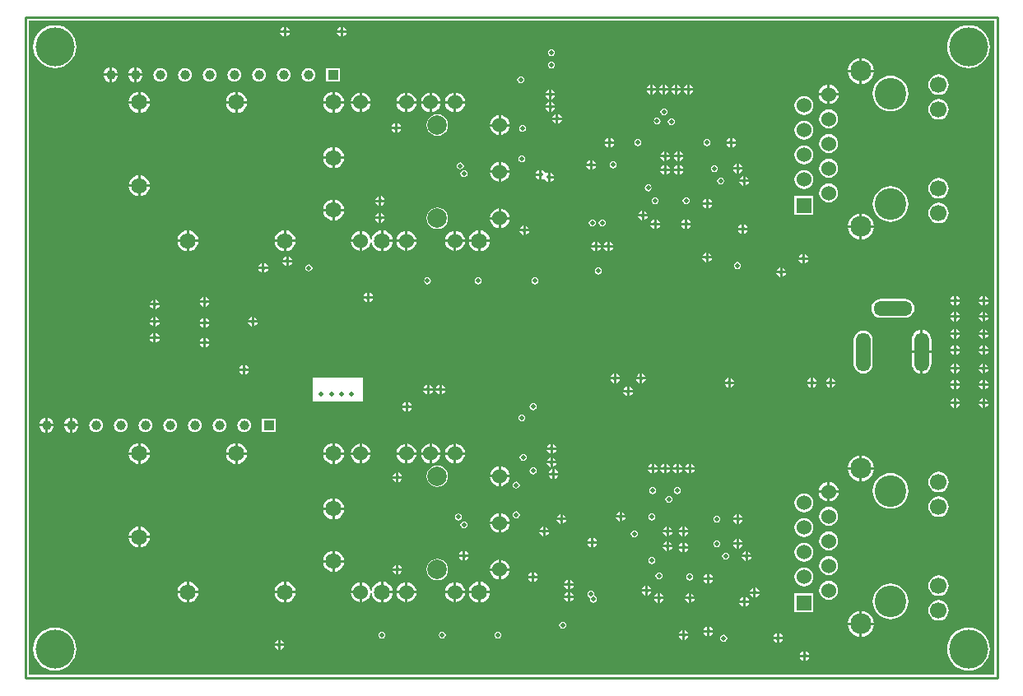
<source format=gbl>
%FSLAX44Y44*%
%MOMM*%
G71*
G01*
G75*
G04 Layer_Physical_Order=4*
G04 Layer_Color=16711680*
%ADD10R,0.6000X0.5000*%
%ADD11C,1.0000*%
%ADD12R,3.7000X3.7000*%
%ADD13R,0.2000X0.8000*%
%ADD14R,0.8000X0.2000*%
%ADD15R,7.3000X2.6500*%
%ADD16R,0.8128X0.8128*%
%ADD17R,0.5000X0.6000*%
%ADD18R,1.3970X1.3970*%
%ADD19R,1.0160X0.8890*%
%ADD20R,1.3970X1.3970*%
%ADD21R,2.4000X0.8000*%
%ADD22R,5.0000X5.3000*%
G04:AMPARAMS|DCode=23|XSize=2mm|YSize=2mm|CornerRadius=0mm|HoleSize=0mm|Usage=FLASHONLY|Rotation=180.000|XOffset=0mm|YOffset=0mm|HoleType=Round|Shape=RoundedRectangle|*
%AMROUNDEDRECTD23*
21,1,2.0000,2.0000,0,0,180.0*
21,1,2.0000,2.0000,0,0,180.0*
1,1,0.0000,-1.0000,1.0000*
1,1,0.0000,1.0000,1.0000*
1,1,0.0000,1.0000,-1.0000*
1,1,0.0000,-1.0000,-1.0000*
%
%ADD23ROUNDEDRECTD23*%
%ADD24R,1.4000X1.2000*%
G04:AMPARAMS|DCode=25|XSize=1.5mm|YSize=1.4mm|CornerRadius=0mm|HoleSize=0mm|Usage=FLASHONLY|Rotation=225.000|XOffset=0mm|YOffset=0mm|HoleType=Round|Shape=Rectangle|*
%AMROTATEDRECTD25*
4,1,4,0.0354,1.0253,1.0253,0.0354,-0.0354,-1.0253,-1.0253,-0.0354,0.0354,1.0253,0.0*
%
%ADD25ROTATEDRECTD25*%

%ADD26R,1.2954X1.1938*%
%ADD27R,2.0000X0.5004*%
%ADD28C,0.1780*%
%ADD29C,0.2000*%
%ADD30C,0.4000*%
%ADD31C,0.1270*%
%ADD32C,0.6000*%
%ADD33C,0.2540*%
%ADD34C,0.3000*%
%ADD35C,1.0000*%
%ADD36C,0.1800*%
%ADD37C,0.8000*%
%ADD38R,0.8890X0.8890*%
%ADD39O,1.5000X4.0000*%
%ADD40O,4.0000X1.5000*%
%ADD41R,1.0000X1.0000*%
%ADD42C,4.0000*%
%ADD43C,1.6500*%
%ADD44C,1.5240*%
%ADD45C,1.7000*%
%ADD46C,2.1590*%
%ADD47R,1.5240X1.5240*%
%ADD48C,3.2500*%
%ADD49C,0.5000*%
%ADD50C,2.0000*%
G36*
X996666Y3334D02*
X3334D01*
Y676666D01*
X996666D01*
Y3334D01*
D02*
G37*
%LPC*%
G36*
X127555Y229870D02*
X118110D01*
Y220424D01*
X119656Y220628D01*
X122280Y221715D01*
X124534Y223444D01*
X126264Y225698D01*
X127351Y228323D01*
X127555Y229870D01*
D02*
G37*
G36*
X227555Y229870D02*
X218110D01*
Y220424D01*
X219655Y220628D01*
X222280Y221715D01*
X224534Y223445D01*
X226264Y225699D01*
X227351Y228323D01*
X227555Y229870D01*
D02*
G37*
G36*
X215570D02*
X206123D01*
X206327Y228323D01*
X207414Y225699D01*
X209143Y223445D01*
X211397Y221715D01*
X214022Y220628D01*
X215570Y220424D01*
Y229870D01*
D02*
G37*
G36*
X545906Y220980D02*
X542290D01*
Y217364D01*
X542986Y217502D01*
X544654Y218616D01*
X545768Y220284D01*
X545906Y220980D01*
D02*
G37*
G36*
X115570Y229870D02*
X106123D01*
X106326Y228323D01*
X107414Y225698D01*
X109143Y223444D01*
X111397Y221715D01*
X114022Y220628D01*
X115570Y220424D01*
Y229870D01*
D02*
G37*
G36*
X315570Y229870D02*
X306123D01*
X306327Y228324D01*
X307414Y225699D01*
X309143Y223445D01*
X311397Y221715D01*
X314022Y220628D01*
X315570Y220424D01*
Y229870D01*
D02*
G37*
G36*
X401919Y229872D02*
X393108D01*
Y221061D01*
X394491Y221243D01*
X396963Y222267D01*
X399085Y223896D01*
X400713Y226018D01*
X401737Y228489D01*
X401919Y229872D01*
D02*
G37*
G36*
X390568D02*
X381758D01*
X381940Y228489D01*
X382964Y226018D01*
X384593Y223896D01*
X386715Y222267D01*
X389186Y221243D01*
X390568Y221061D01*
Y229872D01*
D02*
G37*
G36*
X426919Y229870D02*
X418109D01*
Y221060D01*
X419491Y221242D01*
X421963Y222266D01*
X424085Y223894D01*
X425713Y226017D01*
X426737Y228488D01*
X426919Y229870D01*
D02*
G37*
G36*
X327555D02*
X318110D01*
Y220425D01*
X319656Y220628D01*
X322280Y221715D01*
X324534Y223445D01*
X326264Y225699D01*
X327351Y228324D01*
X327555Y229870D01*
D02*
G37*
G36*
X415569D02*
X406758D01*
X406940Y228488D01*
X407964Y226017D01*
X409592Y223894D01*
X411715Y222266D01*
X414186Y221242D01*
X415569Y221060D01*
Y229870D01*
D02*
G37*
G36*
X659130Y220786D02*
Y217170D01*
X662746D01*
X662608Y217866D01*
X661494Y219534D01*
X659827Y220648D01*
X659130Y220786D01*
D02*
G37*
G36*
X669290D02*
X668594Y220648D01*
X666926Y219534D01*
X665812Y217866D01*
X665674Y217170D01*
X669290D01*
Y220786D01*
D02*
G37*
G36*
X656590D02*
X655893Y220648D01*
X654226Y219534D01*
X653112Y217866D01*
X652974Y217170D01*
X656590D01*
Y220786D01*
D02*
G37*
G36*
X643890D02*
X643194Y220648D01*
X641526Y219534D01*
X640412Y217866D01*
X640274Y217170D01*
X643890D01*
Y220786D01*
D02*
G37*
G36*
X646430D02*
Y217170D01*
X650046D01*
X649908Y217866D01*
X648794Y219534D01*
X647126Y220648D01*
X646430Y220786D01*
D02*
G37*
G36*
X671830D02*
Y217170D01*
X675446D01*
X675308Y217866D01*
X674194Y219534D01*
X672526Y220648D01*
X671830Y220786D01*
D02*
G37*
G36*
X860430Y229183D02*
Y217170D01*
X872443D01*
X872152Y219381D01*
X870808Y222625D01*
X868671Y225411D01*
X865885Y227548D01*
X862641Y228892D01*
X860430Y229183D01*
D02*
G37*
G36*
X539750Y220980D02*
X536134D01*
X536272Y220284D01*
X537386Y218616D01*
X539053Y217502D01*
X539750Y217364D01*
Y220980D01*
D02*
G37*
G36*
X857890Y229183D02*
X855679Y228892D01*
X852435Y227548D01*
X849649Y225411D01*
X847512Y222625D01*
X846168Y219381D01*
X845877Y217170D01*
X857890D01*
Y229183D01*
D02*
G37*
G36*
X681990Y220786D02*
X681293Y220648D01*
X679626Y219534D01*
X678512Y217866D01*
X678374Y217170D01*
X681990D01*
Y220786D01*
D02*
G37*
G36*
X684530D02*
Y217170D01*
X688146D01*
X688008Y217866D01*
X686894Y219534D01*
X685227Y220648D01*
X684530Y220786D01*
D02*
G37*
G36*
X318110Y241856D02*
Y232411D01*
X327555D01*
X327351Y233957D01*
X326264Y236582D01*
X324534Y238836D01*
X322280Y240566D01*
X319656Y241653D01*
X318110Y241856D01*
D02*
G37*
G36*
X415569Y241221D02*
X414186Y241039D01*
X411715Y240015D01*
X409592Y238387D01*
X407964Y236264D01*
X406940Y233793D01*
X406758Y232411D01*
X415569D01*
Y241221D01*
D02*
G37*
G36*
X315570Y241857D02*
X314022Y241653D01*
X311397Y240566D01*
X309143Y238836D01*
X307414Y236582D01*
X306327Y233957D01*
X306123Y232411D01*
X315570D01*
Y241857D01*
D02*
G37*
G36*
X215570Y241856D02*
X214022Y241653D01*
X211397Y240565D01*
X209143Y238836D01*
X207414Y236582D01*
X206327Y233957D01*
X206123Y232410D01*
X215570D01*
Y241856D01*
D02*
G37*
G36*
X218110Y241856D02*
Y232410D01*
X227555D01*
X227351Y233957D01*
X226264Y236582D01*
X224534Y238836D01*
X222280Y240565D01*
X219655Y241653D01*
X218110Y241856D01*
D02*
G37*
G36*
X418109Y241221D02*
Y232411D01*
X426919D01*
X426737Y233793D01*
X425713Y236264D01*
X424085Y238387D01*
X421963Y240015D01*
X419491Y241039D01*
X418109Y241221D01*
D02*
G37*
G36*
X346108Y241223D02*
Y232412D01*
X354919D01*
X354737Y233794D01*
X353713Y236266D01*
X352085Y238388D01*
X349963Y240017D01*
X347491Y241040D01*
X346108Y241223D01*
D02*
G37*
G36*
X440568Y241222D02*
X439187Y241040D01*
X436715Y240017D01*
X434593Y238388D01*
X432964Y236266D01*
X431940Y233794D01*
X431758Y232412D01*
X440568D01*
Y241222D01*
D02*
G37*
G36*
X343568D02*
X342187Y241040D01*
X339715Y240017D01*
X337593Y238388D01*
X335964Y236266D01*
X334940Y233794D01*
X334758Y232412D01*
X343568D01*
Y241222D01*
D02*
G37*
G36*
X390568Y241222D02*
X389186Y241040D01*
X386715Y240016D01*
X384593Y238388D01*
X382964Y236266D01*
X381940Y233794D01*
X381758Y232412D01*
X390568D01*
Y241222D01*
D02*
G37*
G36*
X393108Y241222D02*
Y232412D01*
X401919D01*
X401737Y233794D01*
X400713Y236266D01*
X399085Y238388D01*
X396963Y240016D01*
X394491Y241040D01*
X393108Y241222D01*
D02*
G37*
G36*
X440568Y229872D02*
X431758D01*
X431940Y228490D01*
X432964Y226018D01*
X434593Y223896D01*
X436715Y222267D01*
X439187Y221243D01*
X440568Y221062D01*
Y229872D01*
D02*
G37*
G36*
X539750Y227136D02*
X539053Y226998D01*
X537386Y225884D01*
X536272Y224216D01*
X536134Y223520D01*
X539750D01*
Y227136D01*
D02*
G37*
G36*
X343568Y229872D02*
X334758D01*
X334940Y228490D01*
X335964Y226018D01*
X337593Y223896D01*
X339715Y222267D01*
X342187Y221243D01*
X343568Y221062D01*
Y229872D01*
D02*
G37*
G36*
X354919D02*
X346108D01*
Y221061D01*
X347491Y221243D01*
X349963Y222267D01*
X352085Y223896D01*
X353713Y226018D01*
X354737Y228490D01*
X354919Y229872D01*
D02*
G37*
G36*
X451919D02*
X443108D01*
Y221061D01*
X444491Y221243D01*
X446963Y222267D01*
X449085Y223896D01*
X450714Y226018D01*
X451737Y228490D01*
X451919Y229872D01*
D02*
G37*
G36*
X542290Y227136D02*
Y223520D01*
X545906D01*
X545768Y224216D01*
X544654Y225884D01*
X542986Y226998D01*
X542290Y227136D01*
D02*
G37*
G36*
X115570Y241856D02*
X114022Y241652D01*
X111397Y240565D01*
X109143Y238836D01*
X107414Y236582D01*
X106326Y233957D01*
X106123Y232410D01*
X115570D01*
Y241856D01*
D02*
G37*
G36*
X118110Y241856D02*
Y232410D01*
X127555D01*
X127351Y233957D01*
X126264Y236582D01*
X124534Y238836D01*
X122280Y240565D01*
X119656Y241652D01*
X118110Y241856D01*
D02*
G37*
G36*
X545906Y234950D02*
X542290D01*
Y231334D01*
X542986Y231472D01*
X544654Y232586D01*
X545768Y234254D01*
X545906Y234950D01*
D02*
G37*
G36*
X511869Y230898D02*
X510503Y230627D01*
X509345Y229853D01*
X508572Y228696D01*
X508300Y227330D01*
X508572Y225964D01*
X509345Y224807D01*
X510503Y224033D01*
X511869Y223761D01*
X513234Y224033D01*
X514392Y224807D01*
X515166Y225964D01*
X515437Y227330D01*
X515166Y228696D01*
X514392Y229853D01*
X513234Y230627D01*
X511869Y230898D01*
D02*
G37*
G36*
X539750Y234950D02*
X536134D01*
X536272Y234254D01*
X537386Y232586D01*
X539053Y231472D01*
X539750Y231334D01*
Y234950D01*
D02*
G37*
G36*
X544250Y215126D02*
Y211510D01*
X547866D01*
X547728Y212206D01*
X546614Y213874D01*
X544947Y214988D01*
X544250Y215126D01*
D02*
G37*
G36*
X836246Y190729D02*
X827436D01*
Y181918D01*
X828818Y182100D01*
X831289Y183124D01*
X833412Y184752D01*
X835040Y186875D01*
X836064Y189346D01*
X836246Y190729D01*
D02*
G37*
G36*
X645160Y196609D02*
X643794Y196337D01*
X642637Y195563D01*
X641863Y194406D01*
X641591Y193040D01*
X641863Y191674D01*
X642637Y190517D01*
X643794Y189743D01*
X645160Y189471D01*
X646526Y189743D01*
X647683Y190517D01*
X648457Y191674D01*
X648729Y193040D01*
X648457Y194406D01*
X647683Y195563D01*
X646526Y196337D01*
X645160Y196609D01*
D02*
G37*
G36*
X824895Y190729D02*
X816085D01*
X816267Y189346D01*
X817291Y186875D01*
X818919Y184752D01*
X821042Y183124D01*
X823513Y182100D01*
X824895Y181918D01*
Y190729D01*
D02*
G37*
G36*
X318110Y185056D02*
Y175611D01*
X327555D01*
X327352Y177157D01*
X326264Y179782D01*
X324535Y182036D01*
X322281Y183766D01*
X319656Y184853D01*
X318110Y185056D01*
D02*
G37*
G36*
X661670Y187719D02*
X660304Y187447D01*
X659147Y186673D01*
X658373Y185516D01*
X658101Y184150D01*
X658373Y182784D01*
X659147Y181627D01*
X660304Y180853D01*
X661670Y180581D01*
X663036Y180853D01*
X664193Y181627D01*
X664967Y182784D01*
X665239Y184150D01*
X664967Y185516D01*
X664193Y186673D01*
X663036Y187447D01*
X661670Y187719D01*
D02*
G37*
G36*
X670560Y196609D02*
X669194Y196337D01*
X668037Y195563D01*
X667263Y194406D01*
X666991Y193040D01*
X667263Y191674D01*
X668037Y190517D01*
X669194Y189743D01*
X670560Y189471D01*
X671926Y189743D01*
X673083Y190517D01*
X673857Y191674D01*
X674129Y193040D01*
X673857Y194406D01*
X673083Y195563D01*
X671926Y196337D01*
X670560Y196609D01*
D02*
G37*
G36*
X504770Y202379D02*
X503404Y202107D01*
X502247Y201333D01*
X501473Y200176D01*
X501201Y198810D01*
X501473Y197444D01*
X502247Y196287D01*
X503404Y195513D01*
X504770Y195241D01*
X506136Y195513D01*
X507293Y196287D01*
X508067Y197444D01*
X508339Y198810D01*
X508067Y200176D01*
X507293Y201333D01*
X506136Y202107D01*
X504770Y202379D01*
D02*
G37*
G36*
X423458Y218987D02*
X420587Y218608D01*
X417911Y217500D01*
X415613Y215737D01*
X413850Y213439D01*
X412742Y210763D01*
X412363Y207892D01*
X412742Y205020D01*
X413850Y202344D01*
X415613Y200046D01*
X417911Y198283D01*
X420587Y197175D01*
X423458Y196797D01*
X426330Y197175D01*
X429006Y198283D01*
X431304Y200046D01*
X433067Y202344D01*
X434175Y205020D01*
X434553Y207892D01*
X434175Y210763D01*
X433067Y213439D01*
X431304Y215737D01*
X429006Y217500D01*
X426330Y218608D01*
X423458Y218987D01*
D02*
G37*
G36*
X827436Y202079D02*
Y193269D01*
X836246D01*
X836064Y194651D01*
X835040Y197122D01*
X833412Y199245D01*
X831289Y200873D01*
X828818Y201897D01*
X827436Y202079D01*
D02*
G37*
G36*
X939195Y212521D02*
X936454Y212160D01*
X933900Y211102D01*
X931707Y209419D01*
X930024Y207225D01*
X928966Y204671D01*
X928605Y201930D01*
X928966Y199189D01*
X930024Y196635D01*
X931707Y194441D01*
X933900Y192758D01*
X936454Y191700D01*
X939195Y191339D01*
X941936Y191700D01*
X944491Y192758D01*
X946684Y194441D01*
X948367Y196635D01*
X949425Y199189D01*
X949786Y201930D01*
X949425Y204671D01*
X948367Y207225D01*
X946684Y209419D01*
X944491Y211102D01*
X941936Y212160D01*
X939195Y212521D01*
D02*
G37*
G36*
X824895Y202079D02*
X823513Y201897D01*
X821042Y200873D01*
X818919Y199245D01*
X817291Y197122D01*
X816267Y194651D01*
X816085Y193269D01*
X824895D01*
Y202079D01*
D02*
G37*
G36*
X731520Y168716D02*
X730824Y168578D01*
X729156Y167464D01*
X728042Y165797D01*
X727904Y165100D01*
X731520D01*
Y168716D01*
D02*
G37*
G36*
X734060D02*
Y165100D01*
X737676D01*
X737538Y165797D01*
X736424Y167464D01*
X734756Y168578D01*
X734060Y168716D01*
D02*
G37*
G36*
X552450D02*
Y165100D01*
X556066D01*
X555928Y165797D01*
X554814Y167464D01*
X553147Y168578D01*
X552450Y168716D01*
D02*
G37*
G36*
X504770Y171789D02*
X503404Y171517D01*
X502247Y170743D01*
X501473Y169586D01*
X501201Y168220D01*
X501473Y166854D01*
X502247Y165697D01*
X503404Y164923D01*
X504770Y164651D01*
X506136Y164923D01*
X507293Y165697D01*
X508067Y166854D01*
X508339Y168220D01*
X508067Y169586D01*
X507293Y170743D01*
X506136Y171517D01*
X504770Y171789D01*
D02*
G37*
G36*
X549910Y168716D02*
X549213Y168578D01*
X547546Y167464D01*
X546432Y165797D01*
X546294Y165100D01*
X549910D01*
Y168716D01*
D02*
G37*
G36*
X939195Y187121D02*
X936454Y186760D01*
X933900Y185702D01*
X931707Y184019D01*
X930024Y181825D01*
X928966Y179271D01*
X928605Y176530D01*
X928966Y173789D01*
X930024Y171235D01*
X931707Y169041D01*
X933900Y167358D01*
X936454Y166300D01*
X939195Y165939D01*
X941936Y166300D01*
X944491Y167358D01*
X946684Y169041D01*
X948367Y171235D01*
X949425Y173789D01*
X949786Y176530D01*
X949425Y179271D01*
X948367Y181825D01*
X946684Y184019D01*
X944491Y185702D01*
X941936Y186760D01*
X939195Y187121D01*
D02*
G37*
G36*
X889666Y211226D02*
X886088Y210874D01*
X882648Y209830D01*
X879477Y208135D01*
X876698Y205855D01*
X874418Y203076D01*
X872723Y199905D01*
X871680Y196465D01*
X871327Y192888D01*
X871680Y189310D01*
X872723Y185870D01*
X874418Y182700D01*
X876698Y179921D01*
X879477Y177640D01*
X882648Y175945D01*
X886088Y174902D01*
X889666Y174549D01*
X893243Y174902D01*
X896683Y175945D01*
X899854Y177640D01*
X902633Y179921D01*
X904913Y182700D01*
X906608Y185870D01*
X907651Y189310D01*
X908004Y192888D01*
X907651Y196465D01*
X906608Y199905D01*
X904913Y203076D01*
X902633Y205855D01*
X899854Y208135D01*
X896683Y209830D01*
X893243Y210874D01*
X889666Y211226D01*
D02*
G37*
G36*
X315570Y185057D02*
X314023Y184853D01*
X311398Y183766D01*
X309144Y182036D01*
X307414Y179782D01*
X306327Y177157D01*
X306123Y175611D01*
X315570D01*
Y185057D01*
D02*
G37*
G36*
X800766Y189992D02*
X798254Y189662D01*
X795914Y188692D01*
X793904Y187150D01*
X792362Y185141D01*
X791393Y182801D01*
X791062Y180289D01*
X791393Y177778D01*
X792362Y175438D01*
X793904Y173428D01*
X795914Y171886D01*
X798254Y170917D01*
X800766Y170586D01*
X803277Y170917D01*
X805617Y171886D01*
X807626Y173428D01*
X809168Y175438D01*
X810138Y177778D01*
X810469Y180289D01*
X810138Y182801D01*
X809168Y185141D01*
X807626Y187150D01*
X805617Y188692D01*
X803277Y189662D01*
X800766Y189992D01*
D02*
G37*
G36*
X610870Y171256D02*
X610173Y171118D01*
X608506Y170004D01*
X607392Y168337D01*
X607254Y167640D01*
X610870D01*
Y171256D01*
D02*
G37*
G36*
X613410D02*
Y167640D01*
X617026D01*
X616888Y168337D01*
X615774Y170004D01*
X614106Y171118D01*
X613410Y171256D01*
D02*
G37*
G36*
X650046Y214630D02*
X646430D01*
Y211014D01*
X647126Y211152D01*
X648794Y212266D01*
X649908Y213934D01*
X650046Y214630D01*
D02*
G37*
G36*
X656590D02*
X652974D01*
X653112Y213934D01*
X654226Y212266D01*
X655893Y211152D01*
X656590Y211014D01*
Y214630D01*
D02*
G37*
G36*
X643890D02*
X640274D01*
X640412Y213934D01*
X641526Y212266D01*
X643194Y211152D01*
X643890Y211014D01*
Y214630D01*
D02*
G37*
G36*
X489108Y217923D02*
Y209113D01*
X497920D01*
X497738Y210495D01*
X496714Y212966D01*
X495085Y215089D01*
X492963Y216717D01*
X490492Y217741D01*
X489108Y217923D01*
D02*
G37*
G36*
X521970Y216929D02*
X520604Y216657D01*
X519447Y215883D01*
X518673Y214726D01*
X518401Y213360D01*
X518673Y211994D01*
X519447Y210837D01*
X520604Y210063D01*
X521970Y209791D01*
X523336Y210063D01*
X524493Y210837D01*
X525267Y211994D01*
X525539Y213360D01*
X525267Y214726D01*
X524493Y215883D01*
X523336Y216657D01*
X521970Y216929D01*
D02*
G37*
G36*
X662746Y214630D02*
X659130D01*
Y211014D01*
X659827Y211152D01*
X661494Y212266D01*
X662608Y213934D01*
X662746Y214630D01*
D02*
G37*
G36*
X688146D02*
X684530D01*
Y211014D01*
X685227Y211152D01*
X686894Y212266D01*
X688008Y213934D01*
X688146Y214630D01*
D02*
G37*
G36*
X541710Y215126D02*
X541013Y214988D01*
X539346Y213874D01*
X538232Y212206D01*
X538094Y211510D01*
X541710D01*
Y215126D01*
D02*
G37*
G36*
X681990Y214630D02*
X678374D01*
X678512Y213934D01*
X679626Y212266D01*
X681293Y211152D01*
X681990Y211014D01*
Y214630D01*
D02*
G37*
G36*
X669290D02*
X665674D01*
X665812Y213934D01*
X666926Y212266D01*
X668594Y211152D01*
X669290Y211014D01*
Y214630D01*
D02*
G37*
G36*
X675446D02*
X671830D01*
Y211014D01*
X672526Y211152D01*
X674194Y212266D01*
X675308Y213934D01*
X675446Y214630D01*
D02*
G37*
G36*
X387349Y205547D02*
X383733D01*
Y201931D01*
X384429Y202070D01*
X386096Y203184D01*
X387210Y204851D01*
X387349Y205547D01*
D02*
G37*
G36*
X857890Y214630D02*
X845877D01*
X846168Y212419D01*
X847512Y209175D01*
X849649Y206389D01*
X852435Y204252D01*
X855679Y202908D01*
X857890Y202617D01*
Y214630D01*
D02*
G37*
G36*
X381193Y205547D02*
X377577D01*
X377715Y204851D01*
X378829Y203184D01*
X380496Y202070D01*
X381193Y201931D01*
Y205547D01*
D02*
G37*
G36*
X497920Y206573D02*
X489108D01*
Y197762D01*
X490492Y197944D01*
X492963Y198968D01*
X495085Y200596D01*
X496714Y202719D01*
X497738Y205190D01*
X497920Y206573D01*
D02*
G37*
G36*
X486568D02*
X477759D01*
X477941Y205190D01*
X478965Y202719D01*
X480593Y200596D01*
X482715Y198968D01*
X485187Y197944D01*
X486568Y197762D01*
Y206573D01*
D02*
G37*
G36*
X872443Y214630D02*
X860430D01*
Y202617D01*
X862641Y202908D01*
X865885Y204252D01*
X868671Y206389D01*
X870808Y209175D01*
X872152Y212419D01*
X872443Y214630D01*
D02*
G37*
G36*
X383733Y211703D02*
Y208087D01*
X387349D01*
X387210Y208784D01*
X386096Y210451D01*
X384429Y211565D01*
X383733Y211703D01*
D02*
G37*
G36*
X486568Y217923D02*
X485187Y217741D01*
X482715Y216717D01*
X480593Y215089D01*
X478965Y212966D01*
X477941Y210495D01*
X477759Y209113D01*
X486568D01*
Y217923D01*
D02*
G37*
G36*
X381193Y211703D02*
X380496Y211565D01*
X378829Y210451D01*
X377715Y208784D01*
X377577Y208087D01*
X381193D01*
Y211703D01*
D02*
G37*
G36*
X541710Y208970D02*
X538094D01*
X538232Y208274D01*
X539346Y206606D01*
X541013Y205492D01*
X541710Y205354D01*
Y208970D01*
D02*
G37*
G36*
X547866D02*
X544250D01*
Y205354D01*
X544947Y205492D01*
X546614Y206606D01*
X547728Y208274D01*
X547866Y208970D01*
D02*
G37*
G36*
X986790Y307146D02*
Y303530D01*
X990406D01*
X990268Y304226D01*
X989154Y305894D01*
X987486Y307008D01*
X986790Y307146D01*
D02*
G37*
G36*
X605210Y307340D02*
X601594D01*
X601732Y306644D01*
X602846Y304976D01*
X604514Y303862D01*
X605210Y303724D01*
Y307340D01*
D02*
G37*
G36*
X984250Y307146D02*
X983553Y307008D01*
X981886Y305894D01*
X980772Y304226D01*
X980634Y303530D01*
X984250D01*
Y307146D01*
D02*
G37*
G36*
X955040D02*
X954343Y307008D01*
X952676Y305894D01*
X951562Y304226D01*
X951424Y303530D01*
X955040D01*
Y307146D01*
D02*
G37*
G36*
X957580D02*
Y303530D01*
X961196D01*
X961058Y304226D01*
X959944Y305894D01*
X958277Y307008D01*
X957580Y307146D01*
D02*
G37*
G36*
X611366Y307340D02*
X607750D01*
Y303724D01*
X608447Y303862D01*
X610114Y304976D01*
X611228Y306644D01*
X611366Y307340D01*
D02*
G37*
G36*
X725170Y309106D02*
Y305490D01*
X728786D01*
X728648Y306187D01*
X727534Y307854D01*
X725866Y308968D01*
X725170Y309106D01*
D02*
G37*
G36*
X807720D02*
X807023Y308968D01*
X805356Y307854D01*
X804242Y306187D01*
X804104Y305490D01*
X807720D01*
Y309106D01*
D02*
G37*
G36*
X722630D02*
X721934Y308968D01*
X720266Y307854D01*
X719152Y306187D01*
X719014Y305490D01*
X722630D01*
Y309106D01*
D02*
G37*
G36*
X631770Y307340D02*
X628154D01*
X628292Y306644D01*
X629406Y304976D01*
X631073Y303862D01*
X631770Y303724D01*
Y307340D01*
D02*
G37*
G36*
X637926D02*
X634310D01*
Y303724D01*
X635006Y303862D01*
X636674Y304976D01*
X637788Y306644D01*
X637926Y307340D01*
D02*
G37*
G36*
X425450Y302066D02*
X424753Y301928D01*
X423086Y300814D01*
X421972Y299146D01*
X421834Y298450D01*
X425450D01*
Y302066D01*
D02*
G37*
G36*
X427990D02*
Y298450D01*
X431606D01*
X431468Y299146D01*
X430354Y300814D01*
X428686Y301928D01*
X427990Y302066D01*
D02*
G37*
G36*
X415290D02*
Y298450D01*
X418906D01*
X418768Y299146D01*
X417654Y300814D01*
X415987Y301928D01*
X415290Y302066D01*
D02*
G37*
G36*
X990406Y300990D02*
X986790D01*
Y297374D01*
X987486Y297512D01*
X989154Y298626D01*
X990268Y300294D01*
X990406Y300990D01*
D02*
G37*
G36*
X412750Y302066D02*
X412053Y301928D01*
X410386Y300814D01*
X409272Y299146D01*
X409134Y298450D01*
X412750D01*
Y302066D01*
D02*
G37*
G36*
X722630Y302950D02*
X719014D01*
X719152Y302253D01*
X720266Y300586D01*
X721934Y299472D01*
X722630Y299334D01*
Y302950D01*
D02*
G37*
G36*
X826770D02*
X823154D01*
X823292Y302253D01*
X824406Y300586D01*
X826074Y299472D01*
X826770Y299334D01*
Y302950D01*
D02*
G37*
G36*
X832926D02*
X829310D01*
Y299334D01*
X830006Y299472D01*
X831674Y300586D01*
X832788Y302253D01*
X832926Y302950D01*
D02*
G37*
G36*
X813876D02*
X810260D01*
Y299334D01*
X810956Y299472D01*
X812624Y300586D01*
X813738Y302253D01*
X813876Y302950D01*
D02*
G37*
G36*
X728786D02*
X725170D01*
Y299334D01*
X725866Y299472D01*
X727534Y300586D01*
X728648Y302253D01*
X728786Y302950D01*
D02*
G37*
G36*
X807720D02*
X804104D01*
X804242Y302253D01*
X805356Y300586D01*
X807023Y299472D01*
X807720Y299334D01*
Y302950D01*
D02*
G37*
G36*
X984250Y317500D02*
X980634D01*
X980772Y316803D01*
X981886Y315136D01*
X983553Y314022D01*
X984250Y313884D01*
Y317500D01*
D02*
G37*
G36*
X990406D02*
X986790D01*
Y313884D01*
X987486Y314022D01*
X989154Y315136D01*
X990268Y316803D01*
X990406Y317500D01*
D02*
G37*
G36*
X961196D02*
X957580D01*
Y313884D01*
X958277Y314022D01*
X959944Y315136D01*
X961058Y316803D01*
X961196Y317500D01*
D02*
G37*
G36*
X861653Y357710D02*
X859173Y357383D01*
X856862Y356426D01*
X854877Y354903D01*
X853354Y352919D01*
X852397Y350608D01*
X852071Y348128D01*
Y323128D01*
X852397Y320648D01*
X853354Y318337D01*
X854877Y316352D01*
X856862Y314829D01*
X859173Y313872D01*
X861653Y313546D01*
X864133Y313872D01*
X866444Y314829D01*
X868428Y316352D01*
X869951Y318337D01*
X870908Y320648D01*
X871235Y323128D01*
Y348128D01*
X870908Y350608D01*
X869951Y352919D01*
X868428Y354903D01*
X866444Y356426D01*
X864133Y357383D01*
X861653Y357710D01*
D02*
G37*
G36*
X955040Y317500D02*
X951424D01*
X951562Y316803D01*
X952676Y315136D01*
X954343Y314022D01*
X955040Y313884D01*
Y317500D01*
D02*
G37*
G36*
X223520Y322386D02*
X222824Y322248D01*
X221156Y321134D01*
X220042Y319466D01*
X219904Y318770D01*
X223520D01*
Y322386D01*
D02*
G37*
G36*
X984250Y323656D02*
X983553Y323518D01*
X981886Y322404D01*
X980772Y320737D01*
X980634Y320040D01*
X984250D01*
Y323656D01*
D02*
G37*
G36*
X986790D02*
Y320040D01*
X990406D01*
X990268Y320737D01*
X989154Y322404D01*
X987486Y323518D01*
X986790Y323656D01*
D02*
G37*
G36*
X957580D02*
Y320040D01*
X961196D01*
X961058Y320737D01*
X959944Y322404D01*
X958277Y323518D01*
X957580Y323656D01*
D02*
G37*
G36*
X226060Y322386D02*
Y318770D01*
X229676D01*
X229538Y319466D01*
X228424Y321134D01*
X226756Y322248D01*
X226060Y322386D01*
D02*
G37*
G36*
X955040Y323656D02*
X954343Y323518D01*
X952676Y322404D01*
X951562Y320737D01*
X951424Y320040D01*
X955040D01*
Y323656D01*
D02*
G37*
G36*
X605210Y313496D02*
X604514Y313358D01*
X602846Y312244D01*
X601732Y310576D01*
X601594Y309880D01*
X605210D01*
Y313496D01*
D02*
G37*
G36*
X607750D02*
Y309880D01*
X611366D01*
X611228Y310576D01*
X610114Y312244D01*
X608447Y313358D01*
X607750Y313496D01*
D02*
G37*
G36*
X829310Y309106D02*
Y305490D01*
X832926D01*
X832788Y306187D01*
X831674Y307854D01*
X830006Y308968D01*
X829310Y309106D01*
D02*
G37*
G36*
X810260D02*
Y305490D01*
X813876D01*
X813738Y306187D01*
X812624Y307854D01*
X810956Y308968D01*
X810260Y309106D01*
D02*
G37*
G36*
X826770D02*
X826074Y308968D01*
X824406Y307854D01*
X823292Y306187D01*
X823154Y305490D01*
X826770D01*
Y309106D01*
D02*
G37*
G36*
X631770Y313496D02*
X631073Y313358D01*
X629406Y312244D01*
X628292Y310576D01*
X628154Y309880D01*
X631770D01*
Y313496D01*
D02*
G37*
G36*
X920601Y334690D02*
X911744D01*
Y323460D01*
X912089Y320839D01*
X913101Y318397D01*
X914710Y316300D01*
X916808Y314690D01*
X919250Y313679D01*
X920601Y313501D01*
Y334690D01*
D02*
G37*
G36*
X931998D02*
X923141D01*
Y313501D01*
X924492Y313679D01*
X926934Y314690D01*
X929032Y316300D01*
X930641Y318397D01*
X931653Y320839D01*
X931998Y323460D01*
Y334690D01*
D02*
G37*
G36*
X229676Y316230D02*
X226060D01*
Y312614D01*
X226756Y312752D01*
X228424Y313866D01*
X229538Y315534D01*
X229676Y316230D01*
D02*
G37*
G36*
X634310Y313496D02*
Y309880D01*
X637926D01*
X637788Y310576D01*
X636674Y312244D01*
X635006Y313358D01*
X634310Y313496D01*
D02*
G37*
G36*
X223520Y316230D02*
X219904D01*
X220042Y315534D01*
X221156Y313866D01*
X222824Y312752D01*
X223520Y312614D01*
Y316230D01*
D02*
G37*
G36*
X984250Y300990D02*
X980634D01*
X980772Y300294D01*
X981886Y298626D01*
X983553Y297512D01*
X984250Y297374D01*
Y300990D01*
D02*
G37*
G36*
X257190Y267350D02*
X243190D01*
Y253350D01*
X257190D01*
Y267350D01*
D02*
G37*
G36*
X20320Y267788D02*
X19622Y267696D01*
X17787Y266936D01*
X16212Y265728D01*
X15004Y264153D01*
X14244Y262318D01*
X14152Y261620D01*
X20320D01*
Y267788D01*
D02*
G37*
G36*
X224790Y267410D02*
X222963Y267170D01*
X221260Y266465D01*
X219798Y265342D01*
X218675Y263880D01*
X217970Y262177D01*
X217730Y260350D01*
X217970Y258523D01*
X218675Y256820D01*
X219798Y255358D01*
X221260Y254235D01*
X222963Y253530D01*
X224790Y253290D01*
X226617Y253530D01*
X228320Y254235D01*
X229782Y255358D01*
X230905Y256820D01*
X231610Y258523D01*
X231850Y260350D01*
X231610Y262177D01*
X230905Y263880D01*
X229782Y265342D01*
X228320Y266465D01*
X226617Y267170D01*
X224790Y267410D01*
D02*
G37*
G36*
X173990D02*
X172163Y267170D01*
X170460Y266465D01*
X168998Y265342D01*
X167875Y263880D01*
X167170Y262177D01*
X166930Y260350D01*
X167170Y258523D01*
X167875Y256820D01*
X168998Y255358D01*
X170460Y254235D01*
X172163Y253530D01*
X173990Y253290D01*
X175817Y253530D01*
X177520Y254235D01*
X178982Y255358D01*
X180105Y256820D01*
X180810Y258523D01*
X181050Y260350D01*
X180810Y262177D01*
X180105Y263880D01*
X178982Y265342D01*
X177520Y266465D01*
X175817Y267170D01*
X173990Y267410D01*
D02*
G37*
G36*
X199390D02*
X197563Y267170D01*
X195860Y266465D01*
X194398Y265342D01*
X193276Y263880D01*
X192570Y262177D01*
X192330Y260350D01*
X192570Y258523D01*
X193276Y256820D01*
X194398Y255358D01*
X195860Y254235D01*
X197563Y253530D01*
X199390Y253290D01*
X201217Y253530D01*
X202920Y254235D01*
X204382Y255358D01*
X205504Y256820D01*
X206210Y258523D01*
X206450Y260350D01*
X206210Y262177D01*
X205504Y263880D01*
X204382Y265342D01*
X202920Y266465D01*
X201217Y267170D01*
X199390Y267410D01*
D02*
G37*
G36*
X22860Y267788D02*
Y261620D01*
X29028D01*
X28936Y262318D01*
X28176Y264153D01*
X26968Y265728D01*
X25392Y266936D01*
X23558Y267696D01*
X22860Y267788D01*
D02*
G37*
G36*
X391160Y278130D02*
X387544D01*
X387682Y277433D01*
X388796Y275766D01*
X390463Y274652D01*
X391160Y274514D01*
Y278130D01*
D02*
G37*
G36*
X397316D02*
X393700D01*
Y274514D01*
X394397Y274652D01*
X396064Y275766D01*
X397178Y277433D01*
X397316Y278130D01*
D02*
G37*
G36*
X510599Y271539D02*
X509233Y271267D01*
X508075Y270493D01*
X507302Y269336D01*
X507030Y267970D01*
X507302Y266604D01*
X508075Y265447D01*
X509233Y264673D01*
X510599Y264401D01*
X511964Y264673D01*
X513122Y265447D01*
X513896Y266604D01*
X514167Y267970D01*
X513896Y269336D01*
X513122Y270493D01*
X511964Y271267D01*
X510599Y271539D01*
D02*
G37*
G36*
X45720Y267788D02*
X45022Y267696D01*
X43187Y266936D01*
X41612Y265728D01*
X40404Y264153D01*
X39644Y262318D01*
X39552Y261620D01*
X45720D01*
Y267788D01*
D02*
G37*
G36*
X48260D02*
Y261620D01*
X54428D01*
X54336Y262318D01*
X53576Y264153D01*
X52368Y265728D01*
X50792Y266936D01*
X48958Y267696D01*
X48260Y267788D01*
D02*
G37*
G36*
X20320Y259080D02*
X14152D01*
X14244Y258382D01*
X15004Y256548D01*
X16212Y254972D01*
X17787Y253764D01*
X19622Y253004D01*
X20320Y252912D01*
Y259080D01*
D02*
G37*
G36*
X29028D02*
X22860D01*
Y252912D01*
X23558Y253004D01*
X25392Y253764D01*
X26968Y254972D01*
X28176Y256548D01*
X28936Y258382D01*
X29028Y259080D01*
D02*
G37*
G36*
X542290Y241106D02*
Y237490D01*
X545906D01*
X545768Y238186D01*
X544654Y239854D01*
X542986Y240968D01*
X542290Y241106D01*
D02*
G37*
G36*
X443108Y241223D02*
Y232412D01*
X451919D01*
X451737Y233794D01*
X450714Y236266D01*
X449085Y238388D01*
X446963Y240017D01*
X444491Y241040D01*
X443108Y241223D01*
D02*
G37*
G36*
X539750Y241106D02*
X539053Y240968D01*
X537386Y239854D01*
X536272Y238186D01*
X536134Y237490D01*
X539750D01*
Y241106D01*
D02*
G37*
G36*
X45720Y259080D02*
X39552D01*
X39644Y258382D01*
X40404Y256548D01*
X41612Y254972D01*
X43187Y253764D01*
X45022Y253004D01*
X45720Y252912D01*
Y259080D01*
D02*
G37*
G36*
X123190Y267410D02*
X121363Y267170D01*
X119660Y266465D01*
X118198Y265342D01*
X117076Y263880D01*
X116370Y262177D01*
X116130Y260350D01*
X116370Y258523D01*
X117076Y256820D01*
X118198Y255358D01*
X119660Y254235D01*
X121363Y253530D01*
X123190Y253290D01*
X125017Y253530D01*
X126720Y254235D01*
X128182Y255358D01*
X129305Y256820D01*
X130010Y258523D01*
X130250Y260350D01*
X130010Y262177D01*
X129305Y263880D01*
X128182Y265342D01*
X126720Y266465D01*
X125017Y267170D01*
X123190Y267410D01*
D02*
G37*
G36*
X148590D02*
X146763Y267170D01*
X145060Y266465D01*
X143598Y265342D01*
X142476Y263880D01*
X141770Y262177D01*
X141530Y260350D01*
X141770Y258523D01*
X142476Y256820D01*
X143598Y255358D01*
X145060Y254235D01*
X146763Y253530D01*
X148590Y253290D01*
X150417Y253530D01*
X152120Y254235D01*
X153582Y255358D01*
X154705Y256820D01*
X155410Y258523D01*
X155650Y260350D01*
X155410Y262177D01*
X154705Y263880D01*
X153582Y265342D01*
X152120Y266465D01*
X150417Y267170D01*
X148590Y267410D01*
D02*
G37*
G36*
X97790D02*
X95963Y267170D01*
X94260Y266465D01*
X92798Y265342D01*
X91676Y263880D01*
X90970Y262177D01*
X90730Y260350D01*
X90970Y258523D01*
X91676Y256820D01*
X92798Y255358D01*
X94260Y254235D01*
X95963Y253530D01*
X97790Y253290D01*
X99617Y253530D01*
X101320Y254235D01*
X102782Y255358D01*
X103904Y256820D01*
X104610Y258523D01*
X104850Y260350D01*
X104610Y262177D01*
X103904Y263880D01*
X102782Y265342D01*
X101320Y266465D01*
X99617Y267170D01*
X97790Y267410D01*
D02*
G37*
G36*
X54428Y259080D02*
X48260D01*
Y252912D01*
X48958Y253004D01*
X50792Y253764D01*
X52368Y254972D01*
X53576Y256548D01*
X54336Y258382D01*
X54428Y259080D01*
D02*
G37*
G36*
X72390Y267410D02*
X70563Y267170D01*
X68860Y266465D01*
X67398Y265342D01*
X66276Y263880D01*
X65570Y262177D01*
X65330Y260350D01*
X65570Y258523D01*
X66276Y256820D01*
X67398Y255358D01*
X68860Y254235D01*
X70563Y253530D01*
X72390Y253290D01*
X74217Y253530D01*
X75920Y254235D01*
X77382Y255358D01*
X78505Y256820D01*
X79210Y258523D01*
X79450Y260350D01*
X79210Y262177D01*
X78505Y263880D01*
X77382Y265342D01*
X75920Y266465D01*
X74217Y267170D01*
X72390Y267410D01*
D02*
G37*
G36*
X412750Y295910D02*
X409134D01*
X409272Y295214D01*
X410386Y293546D01*
X412053Y292432D01*
X412750Y292294D01*
Y295910D01*
D02*
G37*
G36*
X418906D02*
X415290D01*
Y292294D01*
X415987Y292432D01*
X417654Y293546D01*
X418768Y295214D01*
X418906Y295910D01*
D02*
G37*
G36*
X624646Y294060D02*
X621030D01*
Y290444D01*
X621726Y290582D01*
X623394Y291696D01*
X624508Y293363D01*
X624646Y294060D01*
D02*
G37*
G36*
X986790Y288096D02*
Y284480D01*
X990406D01*
X990268Y285177D01*
X989154Y286844D01*
X987486Y287958D01*
X986790Y288096D01*
D02*
G37*
G36*
X618490Y294060D02*
X614874D01*
X615012Y293363D01*
X616126Y291696D01*
X617794Y290582D01*
X618490Y290444D01*
Y294060D01*
D02*
G37*
G36*
X425450Y295910D02*
X421834D01*
X421972Y295214D01*
X423086Y293546D01*
X424753Y292432D01*
X425450Y292294D01*
Y295910D01*
D02*
G37*
G36*
X955040Y300990D02*
X951424D01*
X951562Y300294D01*
X952676Y298626D01*
X954343Y297512D01*
X955040Y297374D01*
Y300990D01*
D02*
G37*
G36*
X961196D02*
X957580D01*
Y297374D01*
X958277Y297512D01*
X959944Y298626D01*
X961058Y300294D01*
X961196Y300990D01*
D02*
G37*
G36*
X621030Y300216D02*
Y296600D01*
X624646D01*
X624508Y297297D01*
X623394Y298964D01*
X621726Y300078D01*
X621030Y300216D01*
D02*
G37*
G36*
X431606Y295910D02*
X427990D01*
Y292294D01*
X428686Y292432D01*
X430354Y293546D01*
X431468Y295214D01*
X431606Y295910D01*
D02*
G37*
G36*
X618490Y300216D02*
X617794Y300078D01*
X616126Y298964D01*
X615012Y297297D01*
X614874Y296600D01*
X618490D01*
Y300216D01*
D02*
G37*
G36*
X984250Y281940D02*
X980634D01*
X980772Y281243D01*
X981886Y279576D01*
X983553Y278462D01*
X984250Y278324D01*
Y281940D01*
D02*
G37*
G36*
X990406D02*
X986790D01*
Y278324D01*
X987486Y278462D01*
X989154Y279576D01*
X990268Y281243D01*
X990406Y281940D01*
D02*
G37*
G36*
X961196D02*
X957580D01*
Y278324D01*
X958277Y278462D01*
X959944Y279576D01*
X961058Y281243D01*
X961196Y281940D01*
D02*
G37*
G36*
X522029Y282969D02*
X520663Y282697D01*
X519505Y281923D01*
X518732Y280766D01*
X518460Y279400D01*
X518732Y278034D01*
X519505Y276877D01*
X520663Y276103D01*
X522029Y275831D01*
X523394Y276103D01*
X524552Y276877D01*
X525326Y278034D01*
X525597Y279400D01*
X525326Y280766D01*
X524552Y281923D01*
X523394Y282697D01*
X522029Y282969D01*
D02*
G37*
G36*
X955040Y281940D02*
X951424D01*
X951562Y281243D01*
X952676Y279576D01*
X954343Y278462D01*
X955040Y278324D01*
Y281940D01*
D02*
G37*
G36*
X391160Y284286D02*
X390463Y284148D01*
X388796Y283034D01*
X387682Y281367D01*
X387544Y280670D01*
X391160D01*
Y284286D01*
D02*
G37*
G36*
X957580Y288096D02*
Y284480D01*
X961196D01*
X961058Y285177D01*
X959944Y286844D01*
X958277Y287958D01*
X957580Y288096D01*
D02*
G37*
G36*
X984250D02*
X983553Y287958D01*
X981886Y286844D01*
X980772Y285177D01*
X980634Y284480D01*
X984250D01*
Y288096D01*
D02*
G37*
G36*
X955040D02*
X954343Y287958D01*
X952676Y286844D01*
X951562Y285177D01*
X951424Y284480D01*
X955040D01*
Y288096D01*
D02*
G37*
G36*
X393700Y284286D02*
Y280670D01*
X397316D01*
X397178Y281367D01*
X396064Y283034D01*
X394397Y284148D01*
X393700Y284286D01*
D02*
G37*
G36*
X347345Y309245D02*
X295275D01*
Y284480D01*
X347345D01*
Y309245D01*
D02*
G37*
G36*
X327555Y173071D02*
X318110D01*
Y163625D01*
X319656Y163828D01*
X322281Y164915D01*
X324535Y166645D01*
X326264Y168899D01*
X327352Y171524D01*
X327555Y173071D01*
D02*
G37*
G36*
X650240Y87436D02*
X649544Y87298D01*
X647876Y86184D01*
X646762Y84516D01*
X646624Y83820D01*
X650240D01*
Y87436D01*
D02*
G37*
G36*
X652780D02*
Y83820D01*
X656396D01*
X656258Y84516D01*
X655144Y86184D01*
X653476Y87298D01*
X652780Y87436D01*
D02*
G37*
G36*
X754876Y87050D02*
X751260D01*
Y83434D01*
X751956Y83572D01*
X753624Y84686D01*
X754738Y86354D01*
X754876Y87050D01*
D02*
G37*
G36*
X826165Y100102D02*
X823654Y99771D01*
X821314Y98802D01*
X819304Y97260D01*
X817762Y95250D01*
X816793Y92910D01*
X816462Y90399D01*
X816793Y87887D01*
X817762Y85547D01*
X819304Y83538D01*
X821314Y81996D01*
X823654Y81026D01*
X826165Y80696D01*
X828677Y81026D01*
X831017Y81996D01*
X833027Y83538D01*
X834568Y85547D01*
X835538Y87887D01*
X835869Y90399D01*
X835538Y92910D01*
X834568Y95250D01*
X833027Y97260D01*
X831017Y98802D01*
X828677Y99771D01*
X826165Y100102D01*
D02*
G37*
G36*
X748720Y87050D02*
X745104D01*
X745242Y86354D01*
X746356Y84686D01*
X748024Y83572D01*
X748720Y83434D01*
Y87050D01*
D02*
G37*
G36*
X681990Y87436D02*
X681293Y87298D01*
X679626Y86184D01*
X678512Y84516D01*
X678374Y83820D01*
X681990D01*
Y87436D01*
D02*
G37*
G36*
X557530Y88706D02*
X556833Y88568D01*
X555166Y87454D01*
X554052Y85787D01*
X553914Y85090D01*
X557530D01*
Y88706D01*
D02*
G37*
G36*
X560070D02*
Y85090D01*
X563686D01*
X563548Y85787D01*
X562434Y87454D01*
X560766Y88568D01*
X560070Y88706D01*
D02*
G37*
G36*
X939195Y105841D02*
X936454Y105480D01*
X933900Y104422D01*
X931707Y102739D01*
X930024Y100545D01*
X928966Y97991D01*
X928605Y95250D01*
X928966Y92509D01*
X930024Y89955D01*
X931707Y87761D01*
X933900Y86078D01*
X936454Y85020D01*
X939195Y84659D01*
X941936Y85020D01*
X944491Y86078D01*
X946684Y87761D01*
X948367Y89955D01*
X949425Y92509D01*
X949786Y95250D01*
X949425Y97991D01*
X948367Y100545D01*
X946684Y102739D01*
X944491Y104422D01*
X941936Y105480D01*
X939195Y105841D01*
D02*
G37*
G36*
X684530Y87436D02*
Y83820D01*
X688146D01*
X688008Y84516D01*
X686894Y86184D01*
X685227Y87298D01*
X684530Y87436D01*
D02*
G37*
G36*
X581660Y89929D02*
X580294Y89657D01*
X579137Y88883D01*
X578363Y87726D01*
X578091Y86360D01*
X578363Y84994D01*
X579137Y83837D01*
X580294Y83063D01*
X580294D01*
X580903Y82646D01*
X580631Y81280D01*
X580903Y79914D01*
X581677Y78757D01*
X582834Y77983D01*
X584200Y77711D01*
X585566Y77983D01*
X586723Y78757D01*
X587497Y79914D01*
X587769Y81280D01*
X587497Y82646D01*
X586723Y83803D01*
X585566Y84577D01*
X585566D01*
X584957Y84994D01*
X585229Y86360D01*
X584957Y87726D01*
X584183Y88883D01*
X583026Y89657D01*
X581660Y89929D01*
D02*
G37*
G36*
X451921Y87373D02*
X443109D01*
Y78561D01*
X444492Y78743D01*
X446964Y79767D01*
X449086Y81396D01*
X450715Y83518D01*
X451738Y85990D01*
X451921Y87373D01*
D02*
G37*
G36*
X343569D02*
X334759D01*
X334941Y85990D01*
X335965Y83518D01*
X337594Y81396D01*
X339716Y79767D01*
X342188Y78743D01*
X343569Y78562D01*
Y87373D01*
D02*
G37*
G36*
X401921D02*
X393109D01*
Y78561D01*
X394492Y78743D01*
X396964Y79767D01*
X399086Y81396D01*
X400715Y83518D01*
X401739Y85990D01*
X401921Y87373D01*
D02*
G37*
G36*
X465570Y87372D02*
X456124D01*
X456328Y85824D01*
X457415Y83199D01*
X459144Y80945D01*
X461398Y79216D01*
X464023Y78128D01*
X465570Y77925D01*
Y87372D01*
D02*
G37*
G36*
X477556D02*
X468110D01*
Y77925D01*
X469657Y78128D01*
X472281Y79216D01*
X474535Y80945D01*
X476265Y83199D01*
X477352Y85824D01*
X477556Y87372D01*
D02*
G37*
G36*
X390569Y87373D02*
X381759D01*
X381941Y85990D01*
X382965Y83518D01*
X384594Y81396D01*
X386716Y79767D01*
X389188Y78743D01*
X390569Y78562D01*
Y87373D01*
D02*
G37*
G36*
X737990Y83746D02*
X737293Y83608D01*
X735626Y82494D01*
X734512Y80827D01*
X734374Y80130D01*
X737990D01*
Y83746D01*
D02*
G37*
G36*
X740530D02*
Y80130D01*
X744146D01*
X744008Y80827D01*
X742894Y82494D01*
X741227Y83608D01*
X740530Y83746D01*
D02*
G37*
G36*
X563686Y82550D02*
X560070D01*
Y78934D01*
X560766Y79072D01*
X562434Y80186D01*
X563548Y81854D01*
X563686Y82550D01*
D02*
G37*
G36*
X440569Y87373D02*
X431759D01*
X431941Y85990D01*
X432965Y83518D01*
X434594Y81396D01*
X436716Y79767D01*
X439188Y78743D01*
X440569Y78562D01*
Y87373D01*
D02*
G37*
G36*
X557530Y82550D02*
X553914D01*
X554052Y81854D01*
X555166Y80186D01*
X556833Y79072D01*
X557530Y78934D01*
Y82550D01*
D02*
G37*
G36*
X440569Y98722D02*
X439188Y98540D01*
X436716Y97517D01*
X434594Y95888D01*
X432965Y93766D01*
X431941Y91294D01*
X431759Y89913D01*
X440569D01*
Y98722D01*
D02*
G37*
G36*
X443109Y98722D02*
Y89913D01*
X451920D01*
X451738Y91294D01*
X450715Y93766D01*
X449086Y95888D01*
X446964Y97517D01*
X444492Y98540D01*
X443109Y98722D01*
D02*
G37*
G36*
X393109D02*
Y89913D01*
X401920D01*
X401739Y91294D01*
X400715Y93766D01*
X399086Y95888D01*
X396964Y97517D01*
X394492Y98540D01*
X393109Y98722D01*
D02*
G37*
G36*
X343569Y98722D02*
X342188Y98540D01*
X339716Y97517D01*
X337594Y95888D01*
X335965Y93766D01*
X334941Y91294D01*
X334759Y89913D01*
X343569D01*
Y98722D01*
D02*
G37*
G36*
X390569D02*
X389188Y98540D01*
X386716Y97517D01*
X384594Y95888D01*
X382965Y93766D01*
X381941Y91294D01*
X381760Y89913D01*
X390569D01*
Y98722D01*
D02*
G37*
G36*
X365570Y99356D02*
X364023Y99153D01*
X361398Y98066D01*
X359144Y96336D01*
X357415Y94082D01*
X356327Y91457D01*
X356157Y90164D01*
X354887D01*
X354738Y91294D01*
X353715Y93766D01*
X352086Y95888D01*
X349964Y97517D01*
X347492Y98540D01*
X346109Y98722D01*
Y88643D01*
Y78561D01*
X347492Y78743D01*
X349964Y79767D01*
X352086Y81396D01*
X353715Y83518D01*
X354738Y85990D01*
X354887Y87119D01*
X356157D01*
X356327Y85824D01*
X357415Y83199D01*
X359144Y80945D01*
X361398Y79215D01*
X364023Y78128D01*
X365570Y77924D01*
Y88641D01*
Y99356D01*
D02*
G37*
G36*
X563686Y95250D02*
X560070D01*
Y91634D01*
X560766Y91772D01*
X562434Y92886D01*
X563548Y94553D01*
X563686Y95250D01*
D02*
G37*
G36*
X800766Y113792D02*
X798254Y113462D01*
X795914Y112492D01*
X793904Y110950D01*
X792362Y108941D01*
X791393Y106601D01*
X791062Y104089D01*
X791393Y101578D01*
X792362Y99238D01*
X793904Y97228D01*
X795914Y95686D01*
X798254Y94717D01*
X800766Y94386D01*
X803277Y94717D01*
X805617Y95686D01*
X807626Y97228D01*
X809168Y99238D01*
X810138Y101578D01*
X810469Y104089D01*
X810138Y106601D01*
X809168Y108941D01*
X807626Y110950D01*
X805617Y112492D01*
X803277Y113462D01*
X800766Y113792D01*
D02*
G37*
G36*
X557530Y95250D02*
X553914D01*
X554052Y94553D01*
X555166Y92886D01*
X556833Y91772D01*
X557530Y91634D01*
Y95250D01*
D02*
G37*
G36*
X637540Y95056D02*
X636843Y94918D01*
X635176Y93804D01*
X634062Y92136D01*
X633924Y91440D01*
X637540D01*
Y95056D01*
D02*
G37*
G36*
X640080D02*
Y91440D01*
X643696D01*
X643558Y92136D01*
X642444Y93804D01*
X640777Y94918D01*
X640080Y95056D01*
D02*
G37*
G36*
X751260Y93206D02*
Y89590D01*
X754876D01*
X754738Y90287D01*
X753624Y91954D01*
X751956Y93068D01*
X751260Y93206D01*
D02*
G37*
G36*
X165571Y99356D02*
X164023Y99152D01*
X161398Y98065D01*
X159144Y96336D01*
X157415Y94082D01*
X156328Y91457D01*
X156124Y89911D01*
X165571D01*
Y99356D01*
D02*
G37*
G36*
X748720Y93206D02*
X748024Y93068D01*
X746356Y91954D01*
X745242Y90287D01*
X745104Y89590D01*
X748720D01*
Y93206D01*
D02*
G37*
G36*
X637540Y88900D02*
X633924D01*
X634062Y88203D01*
X635176Y86536D01*
X636843Y85422D01*
X637540Y85284D01*
Y88900D01*
D02*
G37*
G36*
X643696D02*
X640080D01*
Y85284D01*
X640777Y85422D01*
X642444Y86536D01*
X643558Y88203D01*
X643696Y88900D01*
D02*
G37*
G36*
X168111Y99356D02*
Y89911D01*
X177556D01*
X177352Y91457D01*
X176265Y94082D01*
X174536Y96336D01*
X172281Y98065D01*
X169657Y99152D01*
X168111Y99356D01*
D02*
G37*
G36*
X465570Y99357D02*
X464023Y99153D01*
X461398Y98066D01*
X459144Y96336D01*
X457415Y94082D01*
X456328Y91457D01*
X456124Y89912D01*
X465570D01*
Y99357D01*
D02*
G37*
G36*
X468110Y99357D02*
Y89912D01*
X477556D01*
X477352Y91457D01*
X476265Y94082D01*
X474535Y96336D01*
X472281Y98066D01*
X469657Y99153D01*
X468110Y99357D01*
D02*
G37*
G36*
X368111Y99356D02*
Y89911D01*
X377556D01*
X377352Y91457D01*
X376265Y94082D01*
X374535Y96336D01*
X372281Y98066D01*
X369656Y99153D01*
X368111Y99356D01*
D02*
G37*
G36*
X265571Y99356D02*
X264023Y99153D01*
X261398Y98066D01*
X259144Y96336D01*
X257415Y94082D01*
X256328Y91457D01*
X256124Y89911D01*
X265571D01*
Y99356D01*
D02*
G37*
G36*
X268111Y99356D02*
Y89911D01*
X277556D01*
X277352Y91457D01*
X276265Y94082D01*
X274536Y96336D01*
X272281Y98066D01*
X269657Y99153D01*
X268111Y99356D01*
D02*
G37*
G36*
X377556Y87371D02*
X368111D01*
Y77925D01*
X369656Y78128D01*
X372281Y79215D01*
X374535Y80945D01*
X376265Y83199D01*
X377352Y85824D01*
X377556Y87371D01*
D02*
G37*
G36*
X681796Y43180D02*
X678180D01*
Y39564D01*
X678876Y39702D01*
X680544Y40816D01*
X681658Y42484D01*
X681796Y43180D01*
D02*
G37*
G36*
X366450Y48019D02*
X365084Y47747D01*
X363927Y46973D01*
X363153Y45816D01*
X362881Y44450D01*
X363153Y43084D01*
X363927Y41927D01*
X365084Y41153D01*
X366450Y40881D01*
X367816Y41153D01*
X368973Y41927D01*
X369747Y43084D01*
X370019Y44450D01*
X369747Y45816D01*
X368973Y46973D01*
X367816Y47747D01*
X366450Y48019D01*
D02*
G37*
G36*
X675640Y43180D02*
X672024D01*
X672162Y42484D01*
X673276Y40816D01*
X674943Y39702D01*
X675640Y39564D01*
Y43180D01*
D02*
G37*
G36*
X778896Y39950D02*
X775280D01*
Y36334D01*
X775976Y36472D01*
X777644Y37586D01*
X778758Y39253D01*
X778896Y39950D01*
D02*
G37*
G36*
X718130Y44789D02*
X716764Y44517D01*
X715607Y43743D01*
X714833Y42586D01*
X714561Y41220D01*
X714833Y39854D01*
X715607Y38697D01*
X716764Y37923D01*
X718130Y37651D01*
X719496Y37923D01*
X720653Y38697D01*
X721427Y39854D01*
X721699Y41220D01*
X721427Y42586D01*
X720653Y43743D01*
X719496Y44517D01*
X718130Y44789D01*
D02*
G37*
G36*
X428680Y48019D02*
X427314Y47747D01*
X426157Y46973D01*
X425383Y45816D01*
X425111Y44450D01*
X425383Y43084D01*
X426157Y41927D01*
X427314Y41153D01*
X428680Y40881D01*
X430046Y41153D01*
X431203Y41927D01*
X431977Y43084D01*
X432249Y44450D01*
X431977Y45816D01*
X431203Y46973D01*
X430046Y47747D01*
X428680Y48019D01*
D02*
G37*
G36*
X857890Y54610D02*
X845877D01*
X846168Y52399D01*
X847512Y49155D01*
X849649Y46369D01*
X852435Y44232D01*
X855679Y42888D01*
X857890Y42597D01*
Y54610D01*
D02*
G37*
G36*
X872443D02*
X860430D01*
Y42597D01*
X862641Y42888D01*
X865885Y44232D01*
X868671Y46369D01*
X870808Y49155D01*
X872152Y52399D01*
X872443Y54610D01*
D02*
G37*
G36*
X775280Y46106D02*
Y42490D01*
X778896D01*
X778758Y43186D01*
X777644Y44854D01*
X775976Y45968D01*
X775280Y46106D01*
D02*
G37*
G36*
X485830Y48019D02*
X484464Y47747D01*
X483307Y46973D01*
X482533Y45816D01*
X482261Y44450D01*
X482533Y43084D01*
X483307Y41927D01*
X484464Y41153D01*
X485830Y40881D01*
X487196Y41153D01*
X488353Y41927D01*
X489127Y43084D01*
X489399Y44450D01*
X489127Y45816D01*
X488353Y46973D01*
X487196Y47747D01*
X485830Y48019D01*
D02*
G37*
G36*
X772740Y46106D02*
X772044Y45968D01*
X770376Y44854D01*
X769262Y43186D01*
X769124Y42490D01*
X772740D01*
Y46106D01*
D02*
G37*
G36*
X806256Y21590D02*
X802640D01*
Y17974D01*
X803336Y18112D01*
X805004Y19226D01*
X806118Y20893D01*
X806256Y21590D01*
D02*
G37*
G36*
X800100Y27746D02*
X799404Y27608D01*
X797736Y26494D01*
X796622Y24827D01*
X796484Y24130D01*
X800100D01*
Y27746D01*
D02*
G37*
G36*
Y21590D02*
X796484D01*
X796622Y20893D01*
X797736Y19226D01*
X799404Y18112D01*
X800100Y17974D01*
Y21590D01*
D02*
G37*
G36*
X30000Y52106D02*
X25687Y51682D01*
X21540Y50424D01*
X17718Y48381D01*
X14368Y45632D01*
X11619Y42282D01*
X9576Y38460D01*
X8318Y34313D01*
X7894Y30000D01*
X8318Y25687D01*
X9576Y21540D01*
X11619Y17718D01*
X14368Y14368D01*
X17718Y11619D01*
X21540Y9576D01*
X25687Y8318D01*
X30000Y7894D01*
X34313Y8318D01*
X38460Y9576D01*
X42282Y11619D01*
X45632Y14368D01*
X48381Y17718D01*
X50424Y21540D01*
X51682Y25687D01*
X52106Y30000D01*
X51682Y34313D01*
X50424Y38460D01*
X48381Y42282D01*
X45632Y45632D01*
X42282Y48381D01*
X38460Y50424D01*
X34313Y51682D01*
X30000Y52106D01*
D02*
G37*
G36*
X970000D02*
X965687Y51682D01*
X961540Y50424D01*
X957718Y48381D01*
X954368Y45632D01*
X951619Y42282D01*
X949576Y38460D01*
X948318Y34313D01*
X947894Y30000D01*
X948318Y25687D01*
X949576Y21540D01*
X951619Y17718D01*
X954368Y14368D01*
X957718Y11619D01*
X961540Y9576D01*
X965687Y8318D01*
X970000Y7894D01*
X974313Y8318D01*
X978460Y9576D01*
X982282Y11619D01*
X985632Y14368D01*
X988381Y17718D01*
X990424Y21540D01*
X991682Y25687D01*
X992106Y30000D01*
X991682Y34313D01*
X990424Y38460D01*
X988381Y42282D01*
X985632Y45632D01*
X982282Y48381D01*
X978460Y50424D01*
X974313Y51682D01*
X970000Y52106D01*
D02*
G37*
G36*
X802640Y27746D02*
Y24130D01*
X806256D01*
X806118Y24827D01*
X805004Y26494D01*
X803336Y27608D01*
X802640Y27746D01*
D02*
G37*
G36*
X262310Y39176D02*
Y35560D01*
X265926D01*
X265788Y36256D01*
X264674Y37924D01*
X263006Y39038D01*
X262310Y39176D01*
D02*
G37*
G36*
X772740Y39950D02*
X769124D01*
X769262Y39253D01*
X770376Y37586D01*
X772044Y36472D01*
X772740Y36334D01*
Y39950D01*
D02*
G37*
G36*
X259770Y39176D02*
X259074Y39038D01*
X257406Y37924D01*
X256292Y36256D01*
X256154Y35560D01*
X259770D01*
Y39176D01*
D02*
G37*
G36*
Y33020D02*
X256154D01*
X256292Y32324D01*
X257406Y30656D01*
X259074Y29542D01*
X259770Y29404D01*
Y33020D01*
D02*
G37*
G36*
X265926D02*
X262310D01*
Y29404D01*
X263006Y29542D01*
X264674Y30656D01*
X265788Y32324D01*
X265926Y33020D01*
D02*
G37*
G36*
X650240Y81280D02*
X646624D01*
X646762Y80583D01*
X647876Y78916D01*
X649544Y77802D01*
X650240Y77664D01*
Y81280D01*
D02*
G37*
G36*
X656396D02*
X652780D01*
Y77664D01*
X653476Y77802D01*
X655144Y78916D01*
X656258Y80583D01*
X656396Y81280D01*
D02*
G37*
G36*
X744146Y77590D02*
X740530D01*
Y73974D01*
X741227Y74112D01*
X742894Y75226D01*
X744008Y76894D01*
X744146Y77590D01*
D02*
G37*
G36*
X810324Y87184D02*
X791085D01*
Y67944D01*
X810324D01*
Y87184D01*
D02*
G37*
G36*
X737990Y77590D02*
X734374D01*
X734512Y76894D01*
X735626Y75226D01*
X737293Y74112D01*
X737990Y73974D01*
Y77590D01*
D02*
G37*
G36*
X681990Y81280D02*
X678374D01*
X678512Y80583D01*
X679626Y78916D01*
X681293Y77802D01*
X681990Y77664D01*
Y81280D01*
D02*
G37*
G36*
X265571Y87371D02*
X256124D01*
X256328Y85824D01*
X257415Y83199D01*
X259144Y80945D01*
X261398Y79215D01*
X264023Y78128D01*
X265571Y77924D01*
Y87371D01*
D02*
G37*
G36*
X277556D02*
X268111D01*
Y77925D01*
X269657Y78128D01*
X272281Y79215D01*
X274536Y80945D01*
X276265Y83199D01*
X277352Y85824D01*
X277556Y87371D01*
D02*
G37*
G36*
X177556Y87371D02*
X168111D01*
Y77924D01*
X169657Y78128D01*
X172281Y79215D01*
X174536Y80945D01*
X176265Y83199D01*
X177352Y85823D01*
X177556Y87371D01*
D02*
G37*
G36*
X688146Y81280D02*
X684530D01*
Y77664D01*
X685227Y77802D01*
X686894Y78916D01*
X688008Y80583D01*
X688146Y81280D01*
D02*
G37*
G36*
X165571Y87371D02*
X156124D01*
X156328Y85823D01*
X157415Y83199D01*
X159144Y80945D01*
X161398Y79215D01*
X164023Y78128D01*
X165571Y77924D01*
Y87371D01*
D02*
G37*
G36*
X678180Y49336D02*
Y45720D01*
X681796D01*
X681658Y46417D01*
X680544Y48084D01*
X678876Y49198D01*
X678180Y49336D01*
D02*
G37*
G36*
X701040Y53146D02*
X700343Y53008D01*
X698676Y51894D01*
X697562Y50226D01*
X697424Y49530D01*
X701040D01*
Y53146D01*
D02*
G37*
G36*
X675640Y49336D02*
X674943Y49198D01*
X673276Y48084D01*
X672162Y46417D01*
X672024Y45720D01*
X675640D01*
Y49336D01*
D02*
G37*
G36*
X701040Y46990D02*
X697424D01*
X697562Y46294D01*
X698676Y44626D01*
X700343Y43512D01*
X701040Y43374D01*
Y46990D01*
D02*
G37*
G36*
X707196D02*
X703580D01*
Y43374D01*
X704277Y43512D01*
X705944Y44626D01*
X707058Y46294D01*
X707196Y46990D01*
D02*
G37*
G36*
X703580Y53146D02*
Y49530D01*
X707196D01*
X707058Y50226D01*
X705944Y51894D01*
X704277Y53008D01*
X703580Y53146D01*
D02*
G37*
G36*
X939195Y80441D02*
X936454Y80080D01*
X933900Y79022D01*
X931707Y77339D01*
X930024Y75145D01*
X928966Y72591D01*
X928605Y69850D01*
X928966Y67109D01*
X930024Y64555D01*
X931707Y62361D01*
X933900Y60678D01*
X936454Y59620D01*
X939195Y59259D01*
X941936Y59620D01*
X944491Y60678D01*
X946684Y62361D01*
X948367Y64555D01*
X949425Y67109D01*
X949786Y69850D01*
X949425Y72591D01*
X948367Y75145D01*
X946684Y77339D01*
X944491Y79022D01*
X941936Y80080D01*
X939195Y80441D01*
D02*
G37*
G36*
X889666Y97231D02*
X886088Y96878D01*
X882648Y95835D01*
X879477Y94140D01*
X876698Y91860D01*
X874418Y89081D01*
X872723Y85910D01*
X871680Y82470D01*
X871327Y78892D01*
X871680Y75315D01*
X872723Y71875D01*
X874418Y68704D01*
X876698Y65925D01*
X879477Y63645D01*
X882648Y61950D01*
X886088Y60907D01*
X889666Y60554D01*
X893243Y60907D01*
X896683Y61950D01*
X899854Y63645D01*
X902633Y65925D01*
X904913Y68704D01*
X906608Y71875D01*
X907651Y75315D01*
X908004Y78892D01*
X907651Y82470D01*
X906608Y85910D01*
X904913Y89081D01*
X902633Y91860D01*
X899854Y94140D01*
X896683Y95835D01*
X893243Y96878D01*
X889666Y97231D01*
D02*
G37*
G36*
X860430Y69163D02*
Y57150D01*
X872443D01*
X872152Y59361D01*
X870808Y62605D01*
X868671Y65391D01*
X865885Y67528D01*
X862641Y68872D01*
X860430Y69163D01*
D02*
G37*
G36*
X552450Y58179D02*
X551084Y57907D01*
X549927Y57133D01*
X549153Y55976D01*
X548881Y54610D01*
X549153Y53244D01*
X549927Y52087D01*
X551084Y51313D01*
X552450Y51041D01*
X553816Y51313D01*
X554973Y52087D01*
X555747Y53244D01*
X556019Y54610D01*
X555747Y55976D01*
X554973Y57133D01*
X553816Y57907D01*
X552450Y58179D01*
D02*
G37*
G36*
X857890Y69163D02*
X855679Y68872D01*
X852435Y67528D01*
X849649Y65391D01*
X847512Y62605D01*
X846168Y59361D01*
X845877Y57150D01*
X857890D01*
Y69163D01*
D02*
G37*
G36*
X532130Y149860D02*
X528514D01*
X528652Y149164D01*
X529766Y147496D01*
X531433Y146382D01*
X532130Y146244D01*
Y149860D01*
D02*
G37*
G36*
X538286D02*
X534670D01*
Y146244D01*
X535367Y146382D01*
X537034Y147496D01*
X538148Y149164D01*
X538286Y149860D01*
D02*
G37*
G36*
X800766Y164592D02*
X798254Y164262D01*
X795914Y163292D01*
X793904Y161750D01*
X792362Y159741D01*
X791393Y157401D01*
X791062Y154889D01*
X791393Y152378D01*
X792362Y150038D01*
X793904Y148028D01*
X795914Y146486D01*
X798254Y145517D01*
X800766Y145186D01*
X803277Y145517D01*
X805617Y146486D01*
X807626Y148028D01*
X809168Y150038D01*
X810138Y152378D01*
X810469Y154889D01*
X810138Y157401D01*
X809168Y159741D01*
X807626Y161750D01*
X805617Y163292D01*
X803277Y164262D01*
X800766Y164592D01*
D02*
G37*
G36*
X584200Y144586D02*
Y140970D01*
X587816D01*
X587678Y141666D01*
X586564Y143334D01*
X584897Y144448D01*
X584200Y144586D01*
D02*
G37*
G36*
X626110Y152159D02*
X624744Y151887D01*
X623587Y151113D01*
X622813Y149956D01*
X622541Y148590D01*
X622813Y147224D01*
X623587Y146067D01*
X624744Y145293D01*
X626110Y145021D01*
X627476Y145293D01*
X628633Y146067D01*
X629407Y147224D01*
X629679Y148590D01*
X629407Y149956D01*
X628633Y151113D01*
X627476Y151887D01*
X626110Y152159D01*
D02*
G37*
G36*
X659130Y149860D02*
X655514D01*
X655652Y149164D01*
X656766Y147496D01*
X658434Y146382D01*
X659130Y146244D01*
Y149860D01*
D02*
G37*
G36*
X115569Y156056D02*
X114021Y155852D01*
X111396Y154765D01*
X109142Y153036D01*
X107412Y150782D01*
X106325Y148157D01*
X106121Y146609D01*
X115569D01*
Y156056D01*
D02*
G37*
G36*
X118109Y156056D02*
Y146609D01*
X127554D01*
X127350Y148157D01*
X126263Y150782D01*
X124533Y153036D01*
X122279Y154765D01*
X119654Y155852D01*
X118109Y156056D01*
D02*
G37*
G36*
X681796Y149860D02*
X678180D01*
Y146244D01*
X678876Y146382D01*
X680544Y147496D01*
X681658Y149164D01*
X681796Y149860D01*
D02*
G37*
G36*
X665286D02*
X661670D01*
Y146244D01*
X662366Y146382D01*
X664034Y147496D01*
X665148Y149164D01*
X665286Y149860D01*
D02*
G37*
G36*
X675640D02*
X672024D01*
X672162Y149164D01*
X673276Y147496D01*
X674943Y146382D01*
X675640Y146244D01*
Y149860D01*
D02*
G37*
G36*
X711200Y141999D02*
X709834Y141727D01*
X708677Y140953D01*
X707903Y139796D01*
X707631Y138430D01*
X707903Y137064D01*
X708677Y135907D01*
X709834Y135133D01*
X711200Y134861D01*
X712566Y135133D01*
X713723Y135907D01*
X714497Y137064D01*
X714769Y138430D01*
X714497Y139796D01*
X713723Y140953D01*
X712566Y141727D01*
X711200Y141999D01*
D02*
G37*
G36*
X675640Y139506D02*
X674943Y139368D01*
X673276Y138254D01*
X672162Y136587D01*
X672024Y135890D01*
X675640D01*
Y139506D01*
D02*
G37*
G36*
X587816Y138430D02*
X584200D01*
Y134814D01*
X584897Y134952D01*
X586564Y136066D01*
X587678Y137733D01*
X587816Y138430D01*
D02*
G37*
G36*
X127553Y144069D02*
X118109D01*
Y134624D01*
X119654Y134828D01*
X122279Y135915D01*
X124533Y137645D01*
X126263Y139899D01*
X127350Y142523D01*
X127553Y144069D01*
D02*
G37*
G36*
X581660Y138430D02*
X578044D01*
X578182Y137733D01*
X579296Y136066D01*
X580964Y134952D01*
X581660Y134814D01*
Y138430D01*
D02*
G37*
G36*
X678180Y139506D02*
Y135890D01*
X681796D01*
X681658Y136587D01*
X680544Y138254D01*
X678876Y139368D01*
X678180Y139506D01*
D02*
G37*
G36*
X734060Y143316D02*
Y139700D01*
X737676D01*
X737538Y140396D01*
X736424Y142064D01*
X734756Y143178D01*
X734060Y143316D01*
D02*
G37*
G36*
X581660Y144586D02*
X580964Y144448D01*
X579296Y143334D01*
X578182Y141666D01*
X578044Y140970D01*
X581660D01*
Y144586D01*
D02*
G37*
G36*
X731520Y143316D02*
X730824Y143178D01*
X729156Y142064D01*
X728042Y140396D01*
X727904Y139700D01*
X731520D01*
Y143316D01*
D02*
G37*
G36*
X659130Y140776D02*
X658434Y140638D01*
X656766Y139524D01*
X655652Y137857D01*
X655514Y137160D01*
X659130D01*
Y140776D01*
D02*
G37*
G36*
X661670D02*
Y137160D01*
X665286D01*
X665148Y137857D01*
X664034Y139524D01*
X662366Y140638D01*
X661670Y140776D01*
D02*
G37*
G36*
X711200Y167399D02*
X709834Y167127D01*
X708677Y166353D01*
X707903Y165196D01*
X707631Y163830D01*
X707903Y162464D01*
X708677Y161307D01*
X709834Y160533D01*
X711200Y160261D01*
X712566Y160533D01*
X713723Y161307D01*
X714497Y162464D01*
X714769Y163830D01*
X714497Y165196D01*
X713723Y166353D01*
X712566Y167127D01*
X711200Y167399D01*
D02*
G37*
G36*
X486567Y169923D02*
X485186Y169741D01*
X482715Y168717D01*
X480592Y167089D01*
X478964Y164966D01*
X477940Y162495D01*
X477758Y161112D01*
X486567D01*
Y169923D01*
D02*
G37*
G36*
X737676Y162560D02*
X734060D01*
Y158944D01*
X734756Y159082D01*
X736424Y160196D01*
X737538Y161863D01*
X737676Y162560D01*
D02*
G37*
G36*
X556066D02*
X552450D01*
Y158944D01*
X553147Y159082D01*
X554814Y160196D01*
X555928Y161863D01*
X556066Y162560D01*
D02*
G37*
G36*
X731520D02*
X727904D01*
X728042Y161863D01*
X729156Y160196D01*
X730824Y159082D01*
X731520Y158944D01*
Y162560D01*
D02*
G37*
G36*
X489107Y169923D02*
Y161112D01*
X497919D01*
X497737Y162495D01*
X496713Y164966D01*
X495085Y167089D01*
X492962Y168717D01*
X490491Y169741D01*
X489107Y169923D01*
D02*
G37*
G36*
X644296Y169532D02*
X642931Y169261D01*
X641773Y168487D01*
X641000Y167329D01*
X640728Y165964D01*
X641000Y164598D01*
X641773Y163440D01*
X642931Y162667D01*
X644296Y162395D01*
X645662Y162667D01*
X646820Y163440D01*
X647593Y164598D01*
X647865Y165964D01*
X647593Y167329D01*
X646820Y168487D01*
X645662Y169261D01*
X644296Y169532D01*
D02*
G37*
G36*
X315570Y173071D02*
X306123D01*
X306327Y171524D01*
X307414Y168899D01*
X309144Y166645D01*
X311398Y164915D01*
X314023Y163828D01*
X315570Y163624D01*
Y173071D01*
D02*
G37*
G36*
X445292Y169460D02*
X443926Y169188D01*
X442768Y168415D01*
X441995Y167257D01*
X441723Y165892D01*
X441995Y164526D01*
X442768Y163368D01*
X443926Y162595D01*
X445292Y162323D01*
X446657Y162595D01*
X447815Y163368D01*
X448588Y164526D01*
X448860Y165892D01*
X448588Y167257D01*
X447815Y168415D01*
X446657Y169188D01*
X445292Y169460D01*
D02*
G37*
G36*
X610870Y165100D02*
X607254D01*
X607392Y164403D01*
X608506Y162736D01*
X610173Y161622D01*
X610870Y161484D01*
Y165100D01*
D02*
G37*
G36*
X617026D02*
X613410D01*
Y161484D01*
X614106Y161622D01*
X615774Y162736D01*
X616888Y164403D01*
X617026Y165100D01*
D02*
G37*
G36*
X534670Y156016D02*
Y152400D01*
X538286D01*
X538148Y153097D01*
X537034Y154764D01*
X535367Y155878D01*
X534670Y156016D01*
D02*
G37*
G36*
X659130D02*
X658434Y155878D01*
X656766Y154764D01*
X655652Y153097D01*
X655514Y152400D01*
X659130D01*
Y156016D01*
D02*
G37*
G36*
X532130D02*
X531433Y155878D01*
X529766Y154764D01*
X528652Y153097D01*
X528514Y152400D01*
X532130D01*
Y156016D01*
D02*
G37*
G36*
X497919Y158572D02*
X489107D01*
Y149762D01*
X490491Y149944D01*
X492962Y150968D01*
X495085Y152596D01*
X496713Y154719D01*
X497737Y157190D01*
X497919Y158572D01*
D02*
G37*
G36*
X486567D02*
X477758D01*
X477940Y157190D01*
X478964Y154719D01*
X480592Y152596D01*
X482715Y150968D01*
X485186Y149944D01*
X486567Y149762D01*
Y158572D01*
D02*
G37*
G36*
X661670Y156016D02*
Y152400D01*
X665286D01*
X665148Y153097D01*
X664034Y154764D01*
X662366Y155878D01*
X661670Y156016D01*
D02*
G37*
G36*
X826165Y176302D02*
X823654Y175971D01*
X821314Y175002D01*
X819304Y173460D01*
X817762Y171450D01*
X816793Y169110D01*
X816462Y166599D01*
X816793Y164087D01*
X817762Y161747D01*
X819304Y159738D01*
X821314Y158196D01*
X823654Y157226D01*
X826165Y156896D01*
X828677Y157226D01*
X831017Y158196D01*
X833027Y159738D01*
X834568Y161747D01*
X835538Y164087D01*
X835869Y166599D01*
X835538Y169110D01*
X834568Y171450D01*
X833027Y173460D01*
X831017Y175002D01*
X828677Y175971D01*
X826165Y176302D01*
D02*
G37*
G36*
X549910Y162560D02*
X546294D01*
X546432Y161863D01*
X547546Y160196D01*
X549213Y159082D01*
X549910Y158944D01*
Y162560D01*
D02*
G37*
G36*
X450850Y161460D02*
X449484Y161189D01*
X448327Y160415D01*
X447553Y159257D01*
X447281Y157892D01*
X447553Y156526D01*
X448327Y155368D01*
X449484Y154595D01*
X450850Y154323D01*
X452216Y154595D01*
X453373Y155368D01*
X454147Y156526D01*
X454419Y157892D01*
X454147Y159257D01*
X453373Y160415D01*
X452216Y161189D01*
X450850Y161460D01*
D02*
G37*
G36*
X675640Y156016D02*
X674943Y155878D01*
X673276Y154764D01*
X672162Y153097D01*
X672024Y152400D01*
X675640D01*
Y156016D01*
D02*
G37*
G36*
X678180D02*
Y152400D01*
X681796D01*
X681658Y153097D01*
X680544Y154764D01*
X678876Y155878D01*
X678180Y156016D01*
D02*
G37*
G36*
X115569Y144069D02*
X106122D01*
X106325Y142523D01*
X107412Y139899D01*
X109142Y137645D01*
X111396Y135915D01*
X114021Y134828D01*
X115569Y134624D01*
Y144069D01*
D02*
G37*
G36*
X523240Y109026D02*
Y105410D01*
X526856D01*
X526718Y106107D01*
X525604Y107774D01*
X523937Y108888D01*
X523240Y109026D01*
D02*
G37*
G36*
X826165Y125502D02*
X823654Y125171D01*
X821314Y124202D01*
X819304Y122660D01*
X817762Y120650D01*
X816793Y118310D01*
X816462Y115799D01*
X816793Y113287D01*
X817762Y110947D01*
X819304Y108938D01*
X821314Y107396D01*
X823654Y106426D01*
X826165Y106096D01*
X828677Y106426D01*
X831017Y107396D01*
X833027Y108938D01*
X834568Y110947D01*
X835538Y113287D01*
X835869Y115799D01*
X835538Y118310D01*
X834568Y120650D01*
X833027Y122660D01*
X831017Y124202D01*
X828677Y125171D01*
X826165Y125502D01*
D02*
G37*
G36*
X520700Y109026D02*
X520004Y108888D01*
X518336Y107774D01*
X517222Y106107D01*
X517084Y105410D01*
X520700D01*
Y109026D01*
D02*
G37*
G36*
X701040Y107446D02*
X700343Y107308D01*
X698676Y106194D01*
X697562Y104527D01*
X697424Y103830D01*
X701040D01*
Y107446D01*
D02*
G37*
G36*
X703580D02*
Y103830D01*
X707196D01*
X707058Y104527D01*
X705944Y106194D01*
X704277Y107308D01*
X703580Y107446D01*
D02*
G37*
G36*
X381193Y110683D02*
X377577D01*
X377715Y109986D01*
X378829Y108319D01*
X380496Y107205D01*
X381193Y107067D01*
Y110683D01*
D02*
G37*
G36*
X486566Y121923D02*
X485185Y121741D01*
X482714Y120717D01*
X480591Y119089D01*
X478963Y116966D01*
X477939Y114495D01*
X477757Y113111D01*
X486566D01*
Y121923D01*
D02*
G37*
G36*
X489106Y121923D02*
Y113111D01*
X497918D01*
X497736Y114495D01*
X496712Y116966D01*
X495084Y119089D01*
X492961Y120717D01*
X490490Y121741D01*
X489106Y121923D01*
D02*
G37*
G36*
X327555Y119071D02*
X318110D01*
Y109625D01*
X319656Y109828D01*
X322280Y110915D01*
X324534Y112645D01*
X326264Y114899D01*
X327351Y117524D01*
X327555Y119071D01*
D02*
G37*
G36*
X387349Y110683D02*
X383733D01*
Y107067D01*
X384429Y107205D01*
X386096Y108319D01*
X387210Y109986D01*
X387349Y110683D01*
D02*
G37*
G36*
X315570Y119071D02*
X306123D01*
X306327Y117524D01*
X307414Y114899D01*
X309143Y112645D01*
X311397Y110915D01*
X314022Y109828D01*
X315570Y109625D01*
Y119071D01*
D02*
G37*
G36*
X560070Y101406D02*
Y97790D01*
X563686D01*
X563548Y98486D01*
X562434Y100154D01*
X560766Y101268D01*
X560070Y101406D01*
D02*
G37*
G36*
X520700Y102870D02*
X517084D01*
X517222Y102174D01*
X518336Y100506D01*
X520004Y99392D01*
X520700Y99254D01*
Y102870D01*
D02*
G37*
G36*
X557530Y101406D02*
X556833Y101268D01*
X555166Y100154D01*
X554052Y98486D01*
X553914Y97790D01*
X557530D01*
Y101406D01*
D02*
G37*
G36*
X701040Y101290D02*
X697424D01*
X697562Y100594D01*
X698676Y98926D01*
X700343Y97812D01*
X701040Y97674D01*
Y101290D01*
D02*
G37*
G36*
X707196D02*
X703580D01*
Y97674D01*
X704277Y97812D01*
X705944Y98926D01*
X707058Y100594D01*
X707196Y101290D01*
D02*
G37*
G36*
X526856Y102870D02*
X523240D01*
Y99254D01*
X523937Y99392D01*
X525604Y100506D01*
X526718Y102174D01*
X526856Y102870D01*
D02*
G37*
G36*
X486566Y110571D02*
X477757D01*
X477939Y109190D01*
X478963Y106719D01*
X480591Y104596D01*
X482714Y102968D01*
X485185Y101944D01*
X486566Y101762D01*
Y110571D01*
D02*
G37*
G36*
X651510Y108979D02*
X650144Y108707D01*
X648987Y107933D01*
X648213Y106776D01*
X647941Y105410D01*
X648213Y104044D01*
X648987Y102887D01*
X650144Y102113D01*
X651510Y101841D01*
X652876Y102113D01*
X654033Y102887D01*
X654807Y104044D01*
X655079Y105410D01*
X654807Y106776D01*
X654033Y107933D01*
X652876Y108707D01*
X651510Y108979D01*
D02*
G37*
G36*
X497918Y110571D02*
X489106D01*
Y101762D01*
X490490Y101944D01*
X492961Y102968D01*
X495084Y104596D01*
X496712Y106719D01*
X497736Y109190D01*
X497918Y110571D01*
D02*
G37*
G36*
X683260Y107709D02*
X681894Y107437D01*
X680737Y106663D01*
X679963Y105506D01*
X679691Y104140D01*
X679963Y102774D01*
X680737Y101617D01*
X681894Y100843D01*
X683260Y100571D01*
X684626Y100843D01*
X685783Y101617D01*
X686557Y102774D01*
X686829Y104140D01*
X686557Y105506D01*
X685783Y106663D01*
X684626Y107437D01*
X683260Y107709D01*
D02*
G37*
G36*
X423458Y122986D02*
X420587Y122608D01*
X417911Y121500D01*
X415613Y119737D01*
X413850Y117439D01*
X412742Y114763D01*
X412363Y111892D01*
X412742Y109020D01*
X413850Y106344D01*
X415613Y104046D01*
X417911Y102283D01*
X420587Y101175D01*
X423458Y100797D01*
X426330Y101175D01*
X429006Y102283D01*
X431304Y104046D01*
X433067Y106344D01*
X434175Y109020D01*
X434553Y111892D01*
X434175Y114763D01*
X433067Y117439D01*
X431304Y119737D01*
X429006Y121500D01*
X426330Y122608D01*
X423458Y122986D01*
D02*
G37*
G36*
X452120Y130778D02*
Y127162D01*
X455736D01*
X455598Y127858D01*
X454484Y129525D01*
X452817Y130639D01*
X452120Y130778D01*
D02*
G37*
G36*
X675640Y133350D02*
X672024D01*
X672162Y132654D01*
X673276Y130986D01*
X674943Y129872D01*
X675640Y129734D01*
Y133350D01*
D02*
G37*
G36*
X449580Y130778D02*
X448884Y130639D01*
X447216Y129525D01*
X446102Y127858D01*
X445964Y127162D01*
X449580D01*
Y130778D01*
D02*
G37*
G36*
X740410Y130616D02*
X739714Y130478D01*
X738046Y129364D01*
X736932Y127697D01*
X736794Y127000D01*
X740410D01*
Y130616D01*
D02*
G37*
G36*
X742950D02*
Y127000D01*
X746566D01*
X746428Y127697D01*
X745314Y129364D01*
X743646Y130478D01*
X742950Y130616D01*
D02*
G37*
G36*
X681796Y133350D02*
X678180D01*
Y129734D01*
X678876Y129872D01*
X680544Y130986D01*
X681658Y132654D01*
X681796Y133350D01*
D02*
G37*
G36*
X731520Y137160D02*
X727904D01*
X728042Y136463D01*
X729156Y134796D01*
X730824Y133682D01*
X731520Y133544D01*
Y137160D01*
D02*
G37*
G36*
X737676D02*
X734060D01*
Y133544D01*
X734756Y133682D01*
X736424Y134796D01*
X737538Y136463D01*
X737676Y137160D01*
D02*
G37*
G36*
X826165Y150902D02*
X823654Y150571D01*
X821314Y149602D01*
X819304Y148060D01*
X817762Y146050D01*
X816793Y143710D01*
X816462Y141199D01*
X816793Y138687D01*
X817762Y136347D01*
X819304Y134338D01*
X821314Y132796D01*
X823654Y131826D01*
X826165Y131496D01*
X828677Y131826D01*
X831017Y132796D01*
X833027Y134338D01*
X834568Y136347D01*
X835538Y138687D01*
X835869Y141199D01*
X835538Y143710D01*
X834568Y146050D01*
X833027Y148060D01*
X831017Y149602D01*
X828677Y150571D01*
X826165Y150902D01*
D02*
G37*
G36*
X659130Y134620D02*
X655514D01*
X655652Y133924D01*
X656766Y132256D01*
X658434Y131142D01*
X659130Y131004D01*
Y134620D01*
D02*
G37*
G36*
X665286D02*
X661670D01*
Y131004D01*
X662366Y131142D01*
X664034Y132256D01*
X665148Y133924D01*
X665286Y134620D01*
D02*
G37*
G36*
X800766Y139192D02*
X798254Y138862D01*
X795914Y137892D01*
X793904Y136350D01*
X792362Y134341D01*
X791393Y132001D01*
X791062Y129489D01*
X791393Y126978D01*
X792362Y124638D01*
X793904Y122628D01*
X795914Y121086D01*
X798254Y120117D01*
X800766Y119786D01*
X803277Y120117D01*
X805617Y121086D01*
X807626Y122628D01*
X809168Y124638D01*
X810138Y126978D01*
X810469Y129489D01*
X810138Y132001D01*
X809168Y134341D01*
X807626Y136350D01*
X805617Y137892D01*
X803277Y138862D01*
X800766Y139192D01*
D02*
G37*
G36*
X740410Y124460D02*
X736794D01*
X736932Y123764D01*
X738046Y122096D01*
X739714Y120982D01*
X740410Y120844D01*
Y124460D01*
D02*
G37*
G36*
X644296Y124625D02*
X642931Y124353D01*
X641773Y123580D01*
X641000Y122422D01*
X640728Y121056D01*
X641000Y119691D01*
X641773Y118533D01*
X642931Y117760D01*
X644296Y117488D01*
X645662Y117760D01*
X646820Y118533D01*
X647593Y119691D01*
X647865Y121056D01*
X647593Y122422D01*
X646820Y123580D01*
X645662Y124353D01*
X644296Y124625D01*
D02*
G37*
G36*
X381193Y116839D02*
X380496Y116700D01*
X378829Y115586D01*
X377715Y113919D01*
X377577Y113223D01*
X381193D01*
Y116839D01*
D02*
G37*
G36*
X383733D02*
Y113223D01*
X387349D01*
X387210Y113919D01*
X386096Y115586D01*
X384429Y116700D01*
X383733Y116839D01*
D02*
G37*
G36*
X746566Y124460D02*
X742950D01*
Y120844D01*
X743646Y120982D01*
X745314Y122096D01*
X746428Y123764D01*
X746566Y124460D01*
D02*
G37*
G36*
X318110Y131056D02*
Y121611D01*
X327555D01*
X327351Y123157D01*
X326264Y125782D01*
X324534Y128036D01*
X322280Y129766D01*
X319656Y130853D01*
X318110Y131056D01*
D02*
G37*
G36*
X720090Y129299D02*
X718724Y129027D01*
X717567Y128253D01*
X716793Y127096D01*
X716521Y125730D01*
X716793Y124364D01*
X717567Y123207D01*
X718724Y122433D01*
X720090Y122161D01*
X721456Y122433D01*
X722613Y123207D01*
X723387Y124364D01*
X723659Y125730D01*
X723387Y127096D01*
X722613Y128253D01*
X721456Y129027D01*
X720090Y129299D01*
D02*
G37*
G36*
X315570Y131057D02*
X314022Y130853D01*
X311397Y129766D01*
X309143Y128036D01*
X307414Y125782D01*
X306327Y123157D01*
X306123Y121611D01*
X315570D01*
Y131057D01*
D02*
G37*
G36*
X449580Y124622D02*
X445964D01*
X446102Y123925D01*
X447216Y122258D01*
X448884Y121144D01*
X449580Y121005D01*
Y124622D01*
D02*
G37*
G36*
X455736D02*
X452120D01*
Y121005D01*
X452817Y121144D01*
X454484Y122258D01*
X455598Y123925D01*
X455736Y124622D01*
D02*
G37*
G36*
X724480Y549910D02*
X720864D01*
X721002Y549213D01*
X722116Y547546D01*
X723783Y546432D01*
X724480Y546294D01*
Y549910D01*
D02*
G37*
G36*
X730636D02*
X727020D01*
Y546294D01*
X727717Y546432D01*
X729384Y547546D01*
X730498Y549213D01*
X730636Y549910D01*
D02*
G37*
G36*
X605596D02*
X601980D01*
Y546294D01*
X602677Y546432D01*
X604344Y547546D01*
X605458Y549213D01*
X605596Y549910D01*
D02*
G37*
G36*
X826165Y559842D02*
X823654Y559511D01*
X821314Y558542D01*
X819304Y557000D01*
X817762Y554990D01*
X816793Y552650D01*
X816462Y550139D01*
X816793Y547627D01*
X817762Y545287D01*
X819304Y543278D01*
X821314Y541736D01*
X823654Y540766D01*
X826165Y540436D01*
X828677Y540766D01*
X831017Y541736D01*
X833027Y543278D01*
X834568Y545287D01*
X835538Y547627D01*
X835869Y550139D01*
X835538Y552650D01*
X834568Y554990D01*
X833027Y557000D01*
X831017Y558542D01*
X828677Y559511D01*
X826165Y559842D01*
D02*
G37*
G36*
X599440Y549910D02*
X595824D01*
X595962Y549213D01*
X597076Y547546D01*
X598744Y546432D01*
X599440Y546294D01*
Y549910D01*
D02*
G37*
G36*
X629920Y554749D02*
X628554Y554477D01*
X627397Y553703D01*
X626623Y552546D01*
X626351Y551180D01*
X626623Y549814D01*
X627397Y548657D01*
X628554Y547883D01*
X629920Y547611D01*
X631286Y547883D01*
X632443Y548657D01*
X633217Y549814D01*
X633489Y551180D01*
X633217Y552546D01*
X632443Y553703D01*
X631286Y554477D01*
X629920Y554749D01*
D02*
G37*
G36*
X724480Y556066D02*
X723783Y555928D01*
X722116Y554814D01*
X721002Y553147D01*
X720864Y552450D01*
X724480D01*
Y556066D01*
D02*
G37*
G36*
X727020D02*
Y552450D01*
X730636D01*
X730498Y553147D01*
X729384Y554814D01*
X727717Y555928D01*
X727020Y556066D01*
D02*
G37*
G36*
X601980D02*
Y552450D01*
X605596D01*
X605458Y553147D01*
X604344Y554814D01*
X602677Y555928D01*
X601980Y556066D01*
D02*
G37*
G36*
X701040Y554749D02*
X699674Y554477D01*
X698517Y553703D01*
X697743Y552546D01*
X697471Y551180D01*
X697743Y549814D01*
X698517Y548657D01*
X699674Y547883D01*
X701040Y547611D01*
X702406Y547883D01*
X703563Y548657D01*
X704337Y549814D01*
X704609Y551180D01*
X704337Y552546D01*
X703563Y553703D01*
X702406Y554477D01*
X701040Y554749D01*
D02*
G37*
G36*
X599440Y556066D02*
X598744Y555928D01*
X597076Y554814D01*
X595962Y553147D01*
X595824Y552450D01*
X599440D01*
Y556066D01*
D02*
G37*
G36*
X670560Y535940D02*
X666944D01*
X667082Y535243D01*
X668196Y533576D01*
X669864Y532462D01*
X670560Y532324D01*
Y535940D01*
D02*
G37*
G36*
X676716D02*
X673100D01*
Y532324D01*
X673796Y532462D01*
X675464Y533576D01*
X676578Y535243D01*
X676716Y535940D01*
D02*
G37*
G36*
X662746D02*
X659130D01*
Y532324D01*
X659827Y532462D01*
X661494Y533576D01*
X662608Y535243D01*
X662746Y535940D01*
D02*
G37*
G36*
X510650Y538129D02*
X509284Y537857D01*
X508127Y537083D01*
X507353Y535926D01*
X507081Y534560D01*
X507353Y533194D01*
X508127Y532037D01*
X509284Y531263D01*
X510650Y530991D01*
X512016Y531263D01*
X513173Y532037D01*
X513947Y533194D01*
X514219Y534560D01*
X513947Y535926D01*
X513173Y537083D01*
X512016Y537857D01*
X510650Y538129D01*
D02*
G37*
G36*
X656590Y535940D02*
X652974D01*
X653112Y535243D01*
X654226Y533576D01*
X655893Y532462D01*
X656590Y532324D01*
Y535940D01*
D02*
G37*
G36*
X315570Y546450D02*
X314023Y546246D01*
X311398Y545159D01*
X309144Y543429D01*
X307414Y541175D01*
X306327Y538551D01*
X306123Y537004D01*
X315570D01*
Y546450D01*
D02*
G37*
G36*
X670560Y542096D02*
X669864Y541958D01*
X668196Y540844D01*
X667082Y539176D01*
X666944Y538480D01*
X670560D01*
Y542096D01*
D02*
G37*
G36*
X673100D02*
Y538480D01*
X676716D01*
X676578Y539176D01*
X675464Y540844D01*
X673796Y541958D01*
X673100Y542096D01*
D02*
G37*
G36*
X659130D02*
Y538480D01*
X662746D01*
X662608Y539176D01*
X661494Y540844D01*
X659827Y541958D01*
X659130Y542096D01*
D02*
G37*
G36*
X318110Y546450D02*
Y537004D01*
X327555D01*
X327352Y538551D01*
X326264Y541175D01*
X324535Y543429D01*
X322281Y545159D01*
X319656Y546246D01*
X318110Y546450D01*
D02*
G37*
G36*
X656590Y542096D02*
X655893Y541958D01*
X654226Y540844D01*
X653112Y539176D01*
X652974Y538480D01*
X656590D01*
Y542096D01*
D02*
G37*
G36*
X545520Y574620D02*
X541904D01*
X542042Y573923D01*
X543156Y572256D01*
X544823Y571142D01*
X545520Y571004D01*
Y574620D01*
D02*
G37*
G36*
X551676D02*
X548060D01*
Y571004D01*
X548756Y571142D01*
X550424Y572256D01*
X551538Y573923D01*
X551676Y574620D01*
D02*
G37*
G36*
X489108Y579317D02*
Y570507D01*
X497920D01*
X497738Y571888D01*
X496714Y574360D01*
X495085Y576482D01*
X492963Y578111D01*
X490492Y579134D01*
X489108Y579317D01*
D02*
G37*
G36*
X649685Y576894D02*
X648319Y576622D01*
X647162Y575848D01*
X646388Y574691D01*
X646116Y573325D01*
X646388Y571959D01*
X647162Y570802D01*
X648319Y570028D01*
X649685Y569756D01*
X651051Y570028D01*
X652208Y570802D01*
X652982Y571959D01*
X653254Y573325D01*
X652982Y574691D01*
X652208Y575848D01*
X651051Y576622D01*
X649685Y576894D01*
D02*
G37*
G36*
X486568Y579316D02*
X485187Y579134D01*
X482715Y578111D01*
X480593Y576482D01*
X478965Y574360D01*
X477941Y571888D01*
X477759Y570507D01*
X486568D01*
Y579316D01*
D02*
G37*
G36*
X939195Y596061D02*
X936454Y595700D01*
X933900Y594642D01*
X931707Y592959D01*
X930024Y590765D01*
X928966Y588211D01*
X928605Y585470D01*
X928966Y582729D01*
X930024Y580175D01*
X931707Y577981D01*
X933900Y576298D01*
X936454Y575240D01*
X939195Y574879D01*
X941936Y575240D01*
X944491Y576298D01*
X946684Y577981D01*
X948367Y580175D01*
X949425Y582729D01*
X949786Y585470D01*
X949425Y588211D01*
X948367Y590765D01*
X946684Y592959D01*
X944491Y594642D01*
X941936Y595700D01*
X939195Y596061D01*
D02*
G37*
G36*
X800766Y598932D02*
X798254Y598602D01*
X795914Y597632D01*
X793904Y596090D01*
X792362Y594081D01*
X791393Y591740D01*
X791062Y589229D01*
X791393Y586718D01*
X792362Y584378D01*
X793904Y582368D01*
X795914Y580826D01*
X798254Y579857D01*
X800766Y579526D01*
X803277Y579857D01*
X805617Y580826D01*
X807626Y582368D01*
X809168Y584378D01*
X810138Y586718D01*
X810469Y589229D01*
X810138Y591740D01*
X809168Y594081D01*
X807626Y596090D01*
X805617Y597632D01*
X803277Y598602D01*
X800766Y598932D01*
D02*
G37*
G36*
X115570Y591263D02*
X106123D01*
X106326Y589717D01*
X107414Y587092D01*
X109143Y584838D01*
X111397Y583108D01*
X114022Y582021D01*
X115570Y581817D01*
Y591263D01*
D02*
G37*
G36*
X656590Y586499D02*
X655224Y586227D01*
X654067Y585453D01*
X653293Y584296D01*
X653021Y582930D01*
X653293Y581564D01*
X654067Y580407D01*
X655224Y579633D01*
X656590Y579361D01*
X657956Y579633D01*
X659113Y580407D01*
X659887Y581564D01*
X660159Y582930D01*
X659887Y584296D01*
X659113Y585453D01*
X657956Y586227D01*
X656590Y586499D01*
D02*
G37*
G36*
X545520Y580776D02*
X544823Y580638D01*
X543156Y579524D01*
X542042Y577856D01*
X541904Y577160D01*
X545520D01*
Y580776D01*
D02*
G37*
G36*
X548060D02*
Y577160D01*
X551676D01*
X551538Y577856D01*
X550424Y579524D01*
X548756Y580638D01*
X548060Y580776D01*
D02*
G37*
G36*
X486568Y567966D02*
X477759D01*
X477941Y566584D01*
X478965Y564112D01*
X480593Y561990D01*
X482715Y560361D01*
X485187Y559338D01*
X486568Y559156D01*
Y567966D01*
D02*
G37*
G36*
X379925Y564955D02*
X376309D01*
X376447Y564259D01*
X377561Y562592D01*
X379228Y561478D01*
X379925Y561339D01*
Y564955D01*
D02*
G37*
G36*
X497920Y567966D02*
X489108D01*
Y559155D01*
X490492Y559338D01*
X492963Y560361D01*
X495085Y561990D01*
X496714Y564112D01*
X497738Y566584D01*
X497920Y567966D01*
D02*
G37*
G36*
X800766Y573532D02*
X798254Y573202D01*
X795914Y572232D01*
X793904Y570690D01*
X792362Y568681D01*
X791393Y566340D01*
X791062Y563829D01*
X791393Y561318D01*
X792362Y558978D01*
X793904Y556968D01*
X795914Y555426D01*
X798254Y554457D01*
X800766Y554126D01*
X803277Y554457D01*
X805617Y555426D01*
X807626Y556968D01*
X809168Y558978D01*
X810138Y561318D01*
X810469Y563829D01*
X810138Y566340D01*
X809168Y568681D01*
X807626Y570690D01*
X805617Y572232D01*
X803277Y573202D01*
X800766Y573532D01*
D02*
G37*
G36*
X423458Y580380D02*
X420587Y580002D01*
X417911Y578894D01*
X415613Y577130D01*
X413850Y574832D01*
X412742Y572157D01*
X412363Y569285D01*
X412742Y566413D01*
X413850Y563737D01*
X415613Y561440D01*
X417911Y559677D01*
X420587Y558568D01*
X423458Y558190D01*
X426330Y558568D01*
X429006Y559677D01*
X431304Y561440D01*
X433067Y563737D01*
X434175Y566413D01*
X434553Y569285D01*
X434175Y572157D01*
X433067Y574832D01*
X431304Y577130D01*
X429006Y578894D01*
X426330Y580002D01*
X423458Y580380D01*
D02*
G37*
G36*
X386081Y564955D02*
X382465D01*
Y561339D01*
X383161Y561478D01*
X384828Y562592D01*
X385942Y564259D01*
X386081Y564955D01*
D02*
G37*
G36*
X382465Y571111D02*
Y567495D01*
X386081D01*
X385942Y568192D01*
X384828Y569859D01*
X383161Y570973D01*
X382465Y571111D01*
D02*
G37*
G36*
X664210Y576339D02*
X662844Y576067D01*
X661687Y575293D01*
X660913Y574136D01*
X660641Y572770D01*
X660913Y571404D01*
X661687Y570247D01*
X662844Y569473D01*
X664210Y569201D01*
X665576Y569473D01*
X666733Y570247D01*
X667507Y571404D01*
X667779Y572770D01*
X667507Y574136D01*
X666733Y575293D01*
X665576Y576067D01*
X664210Y576339D01*
D02*
G37*
G36*
X379925Y571111D02*
X379228Y570973D01*
X377561Y569859D01*
X376447Y568192D01*
X376309Y567495D01*
X379925D01*
Y571111D01*
D02*
G37*
G36*
X511120Y569409D02*
X509754Y569137D01*
X508597Y568363D01*
X507823Y567206D01*
X507551Y565840D01*
X507823Y564474D01*
X508597Y563317D01*
X509754Y562543D01*
X511120Y562271D01*
X512486Y562543D01*
X513643Y563317D01*
X514417Y564474D01*
X514689Y565840D01*
X514417Y567206D01*
X513643Y568363D01*
X512486Y569137D01*
X511120Y569409D01*
D02*
G37*
G36*
X826165Y585242D02*
X823654Y584911D01*
X821314Y583942D01*
X819304Y582400D01*
X817762Y580390D01*
X816793Y578050D01*
X816462Y575539D01*
X816793Y573027D01*
X817762Y570687D01*
X819304Y568678D01*
X821314Y567136D01*
X823654Y566166D01*
X826165Y565836D01*
X828677Y566166D01*
X831017Y567136D01*
X833027Y568678D01*
X834568Y570687D01*
X835538Y573027D01*
X835869Y575539D01*
X835538Y578050D01*
X834568Y580390D01*
X833027Y582400D01*
X831017Y583942D01*
X828677Y584911D01*
X826165Y585242D01*
D02*
G37*
G36*
X582930Y533206D02*
Y529590D01*
X586546D01*
X586408Y530286D01*
X585294Y531954D01*
X583627Y533068D01*
X582930Y533206D01*
D02*
G37*
G36*
X737870Y516696D02*
X737173Y516558D01*
X735506Y515444D01*
X734392Y513777D01*
X734254Y513080D01*
X737870D01*
Y516696D01*
D02*
G37*
G36*
X740410D02*
Y513080D01*
X744026D01*
X743888Y513777D01*
X742774Y515444D01*
X741106Y516558D01*
X740410Y516696D01*
D02*
G37*
G36*
X486567Y519966D02*
X477758D01*
X477940Y518583D01*
X478964Y516112D01*
X480592Y513990D01*
X482715Y512361D01*
X485186Y511337D01*
X486567Y511156D01*
Y519966D01*
D02*
G37*
G36*
X543366Y514350D02*
X539750D01*
Y510734D01*
X540447Y510872D01*
X542114Y511986D01*
X543228Y513653D01*
X543366Y514350D01*
D02*
G37*
G36*
X497919Y519966D02*
X489107D01*
Y511155D01*
X490491Y511337D01*
X492962Y512361D01*
X495085Y513990D01*
X496713Y516112D01*
X497737Y518583D01*
X497919Y519966D01*
D02*
G37*
G36*
X528320Y516890D02*
X524704D01*
X524842Y516194D01*
X525956Y514526D01*
X527623Y513412D01*
X528320Y513274D01*
Y516890D01*
D02*
G37*
G36*
X656590Y521970D02*
X652974D01*
X653112Y521273D01*
X654226Y519606D01*
X655893Y518492D01*
X656590Y518354D01*
Y521970D01*
D02*
G37*
G36*
X662746D02*
X659130D01*
Y518354D01*
X659827Y518492D01*
X661494Y519606D01*
X662608Y521273D01*
X662746Y521970D01*
D02*
G37*
G36*
X539750Y520506D02*
Y516890D01*
X543366D01*
X543228Y517587D01*
X542114Y519254D01*
X540447Y520368D01*
X539750Y520506D01*
D02*
G37*
G36*
X826165Y534442D02*
X823654Y534111D01*
X821314Y533142D01*
X819304Y531600D01*
X817762Y529590D01*
X816793Y527250D01*
X816462Y524739D01*
X816793Y522227D01*
X817762Y519887D01*
X819304Y517878D01*
X821314Y516336D01*
X823654Y515366D01*
X826165Y515036D01*
X828677Y515366D01*
X831017Y516336D01*
X833027Y517878D01*
X834568Y519887D01*
X835538Y522227D01*
X835869Y524739D01*
X835538Y527250D01*
X834568Y529590D01*
X833027Y531600D01*
X831017Y533142D01*
X828677Y534111D01*
X826165Y534442D01*
D02*
G37*
G36*
X450850Y522854D02*
X449484Y522582D01*
X448327Y521808D01*
X447553Y520651D01*
X447281Y519285D01*
X447553Y517919D01*
X448327Y516762D01*
X449484Y515988D01*
X450850Y515716D01*
X452216Y515988D01*
X453373Y516762D01*
X454147Y517919D01*
X454419Y519285D01*
X454147Y520651D01*
X453373Y521808D01*
X452216Y522582D01*
X450850Y522854D01*
D02*
G37*
G36*
X640486Y508165D02*
X639121Y507893D01*
X637963Y507120D01*
X637189Y505962D01*
X636918Y504596D01*
X637189Y503231D01*
X637963Y502073D01*
X639121Y501300D01*
X640486Y501028D01*
X641852Y501300D01*
X643010Y502073D01*
X643783Y503231D01*
X644055Y504596D01*
X643783Y505962D01*
X643010Y507120D01*
X641852Y507893D01*
X640486Y508165D01*
D02*
G37*
G36*
X800766Y522732D02*
X798254Y522402D01*
X795914Y521432D01*
X793904Y519890D01*
X792362Y517881D01*
X791393Y515541D01*
X791062Y513029D01*
X791393Y510518D01*
X792362Y508178D01*
X793904Y506168D01*
X795914Y504626D01*
X798254Y503657D01*
X800766Y503326D01*
X803277Y503657D01*
X805617Y504626D01*
X807626Y506168D01*
X809168Y508178D01*
X810138Y510518D01*
X810469Y513029D01*
X810138Y515541D01*
X809168Y517881D01*
X807626Y519890D01*
X805617Y521432D01*
X803277Y522402D01*
X800766Y522732D01*
D02*
G37*
G36*
X127553Y505462D02*
X118109D01*
Y496018D01*
X119654Y496221D01*
X122279Y497308D01*
X124533Y499038D01*
X126263Y501292D01*
X127350Y503917D01*
X127553Y505462D01*
D02*
G37*
G36*
X939195Y514781D02*
X936454Y514420D01*
X933900Y513362D01*
X931707Y511679D01*
X930024Y509485D01*
X928966Y506931D01*
X928605Y504190D01*
X928966Y501449D01*
X930024Y498895D01*
X931707Y496701D01*
X933900Y495018D01*
X936454Y493960D01*
X939195Y493599D01*
X941936Y493960D01*
X944491Y495018D01*
X946684Y496701D01*
X948367Y498895D01*
X949425Y501449D01*
X949786Y504190D01*
X949425Y506931D01*
X948367Y509485D01*
X946684Y511679D01*
X944491Y513362D01*
X941936Y514420D01*
X939195Y514781D01*
D02*
G37*
G36*
X115569Y505462D02*
X106122D01*
X106325Y503917D01*
X107412Y501292D01*
X109142Y499038D01*
X111396Y497308D01*
X114021Y496221D01*
X115569Y496017D01*
Y505462D01*
D02*
G37*
G36*
X737870Y510540D02*
X734254D01*
X734392Y509843D01*
X735506Y508176D01*
X737173Y507062D01*
X737870Y506924D01*
Y510540D01*
D02*
G37*
G36*
X714996Y515379D02*
X713630Y515107D01*
X712473Y514333D01*
X711699Y513176D01*
X711428Y511810D01*
X711699Y510444D01*
X712473Y509287D01*
X713630Y508513D01*
X714996Y508241D01*
X716362Y508513D01*
X717519Y509287D01*
X718293Y510444D01*
X718565Y511810D01*
X718293Y513176D01*
X717519Y514333D01*
X716362Y515107D01*
X714996Y515379D01*
D02*
G37*
G36*
X530860Y523046D02*
Y518160D01*
Y513274D01*
X531557Y513412D01*
X533224Y514526D01*
X533224D01*
X533732Y513653D01*
Y513653D01*
X533732Y513653D01*
X534846Y511986D01*
X536513Y510872D01*
X537210Y510734D01*
Y515620D01*
Y520506D01*
X536513Y520368D01*
X535617Y519769D01*
X534380Y520054D01*
X534338Y520126D01*
Y520126D01*
X534338Y520126D01*
X533224Y521794D01*
X531557Y522908D01*
X530860Y523046D01*
D02*
G37*
G36*
X118109Y517449D02*
Y508002D01*
X127554D01*
X127350Y509550D01*
X126263Y512175D01*
X124533Y514429D01*
X122279Y516158D01*
X119654Y517246D01*
X118109Y517449D01*
D02*
G37*
G36*
X744026Y510540D02*
X740410D01*
Y506924D01*
X741106Y507062D01*
X742774Y508176D01*
X743888Y509843D01*
X744026Y510540D01*
D02*
G37*
G36*
X115569Y517450D02*
X114021Y517246D01*
X111396Y516158D01*
X109142Y514429D01*
X107412Y512175D01*
X106325Y509550D01*
X106121Y508002D01*
X115569D01*
Y517450D01*
D02*
G37*
G36*
X673100Y528126D02*
Y524510D01*
X676716D01*
X676578Y525206D01*
X675464Y526874D01*
X673796Y527988D01*
X673100Y528126D01*
D02*
G37*
G36*
X604520Y531889D02*
X603154Y531617D01*
X601997Y530843D01*
X601223Y529686D01*
X600951Y528320D01*
X601223Y526954D01*
X601997Y525797D01*
X603154Y525023D01*
X604520Y524751D01*
X605886Y525023D01*
X607043Y525797D01*
X607817Y526954D01*
X608089Y528320D01*
X607817Y529686D01*
X607043Y530843D01*
X605886Y531617D01*
X604520Y531889D01*
D02*
G37*
G36*
X670560Y528126D02*
X669864Y527988D01*
X668196Y526874D01*
X667082Y525206D01*
X666944Y524510D01*
X670560D01*
Y528126D01*
D02*
G37*
G36*
X656590D02*
X655893Y527988D01*
X654226Y526874D01*
X653112Y525206D01*
X652974Y524510D01*
X656590D01*
Y528126D01*
D02*
G37*
G36*
X659130D02*
Y524510D01*
X662746D01*
X662608Y525206D01*
X661494Y526874D01*
X659827Y527988D01*
X659130Y528126D01*
D02*
G37*
G36*
X315570Y534464D02*
X306123D01*
X306327Y532917D01*
X307414Y530292D01*
X309144Y528038D01*
X311398Y526309D01*
X314023Y525222D01*
X315570Y525018D01*
Y534464D01*
D02*
G37*
G36*
X800766Y548132D02*
X798254Y547802D01*
X795914Y546832D01*
X793904Y545290D01*
X792362Y543281D01*
X791393Y540941D01*
X791062Y538429D01*
X791393Y535918D01*
X792362Y533578D01*
X793904Y531568D01*
X795914Y530026D01*
X798254Y529057D01*
X800766Y528726D01*
X803277Y529057D01*
X805617Y530026D01*
X807626Y531568D01*
X809168Y533578D01*
X810138Y535918D01*
X810469Y538429D01*
X810138Y540941D01*
X809168Y543281D01*
X807626Y545290D01*
X805617Y546832D01*
X803277Y547802D01*
X800766Y548132D01*
D02*
G37*
G36*
X580390Y533206D02*
X579693Y533068D01*
X578026Y531954D01*
X576912Y530286D01*
X576774Y529590D01*
X580390D01*
Y533206D01*
D02*
G37*
G36*
X734060Y529396D02*
Y525780D01*
X737676D01*
X737538Y526477D01*
X736424Y528144D01*
X734756Y529258D01*
X734060Y529396D01*
D02*
G37*
G36*
X327555Y534464D02*
X318110D01*
Y525018D01*
X319656Y525222D01*
X322281Y526309D01*
X324535Y528038D01*
X326264Y530292D01*
X327352Y532917D01*
X327555Y534464D01*
D02*
G37*
G36*
X731520Y529396D02*
X730824Y529258D01*
X729156Y528144D01*
X728042Y526477D01*
X727904Y525780D01*
X731520D01*
Y529396D01*
D02*
G37*
G36*
Y523240D02*
X727904D01*
X728042Y522543D01*
X729156Y520876D01*
X730824Y519762D01*
X731520Y519624D01*
Y523240D01*
D02*
G37*
G36*
X737676D02*
X734060D01*
Y519624D01*
X734756Y519762D01*
X736424Y520876D01*
X737538Y522543D01*
X737676Y523240D01*
D02*
G37*
G36*
X528320Y523046D02*
X527623Y522908D01*
X525956Y521794D01*
X524842Y520126D01*
X524704Y519430D01*
X528320D01*
Y523046D01*
D02*
G37*
G36*
X670560Y521970D02*
X666944D01*
X667082Y521273D01*
X668196Y519606D01*
X669864Y518492D01*
X670560Y518354D01*
Y521970D01*
D02*
G37*
G36*
X676716D02*
X673100D01*
Y518354D01*
X673796Y518492D01*
X675464Y519606D01*
X676578Y521273D01*
X676716Y521970D01*
D02*
G37*
G36*
X708660Y528079D02*
X707294Y527807D01*
X706137Y527033D01*
X705363Y525876D01*
X705091Y524510D01*
X705363Y523144D01*
X706137Y521987D01*
X707294Y521213D01*
X708660Y520941D01*
X710026Y521213D01*
X711183Y521987D01*
X711957Y523144D01*
X712229Y524510D01*
X711957Y525876D01*
X711183Y527033D01*
X710026Y527807D01*
X708660Y528079D01*
D02*
G37*
G36*
X586546Y527050D02*
X582930D01*
Y523434D01*
X583627Y523572D01*
X585294Y524686D01*
X586408Y526353D01*
X586546Y527050D01*
D02*
G37*
G36*
X447275Y530854D02*
X445909Y530582D01*
X444752Y529808D01*
X443978Y528651D01*
X443706Y527285D01*
X443978Y525919D01*
X444752Y524762D01*
X445909Y523988D01*
X447275Y523716D01*
X448641Y523988D01*
X449798Y524762D01*
X450572Y525919D01*
X450844Y527285D01*
X450572Y528651D01*
X449798Y529808D01*
X448641Y530582D01*
X447275Y530854D01*
D02*
G37*
G36*
X580390Y527050D02*
X576774D01*
X576912Y526353D01*
X578026Y524686D01*
X579693Y523572D01*
X580390Y523434D01*
Y527050D01*
D02*
G37*
G36*
X486567Y531316D02*
X485186Y531134D01*
X482715Y530111D01*
X480592Y528482D01*
X478964Y526360D01*
X477940Y523888D01*
X477758Y522506D01*
X486567D01*
Y531316D01*
D02*
G37*
G36*
X489107Y531316D02*
Y522506D01*
X497919D01*
X497737Y523888D01*
X496713Y526360D01*
X495085Y528482D01*
X492962Y530111D01*
X490491Y531134D01*
X489107Y531316D01*
D02*
G37*
G36*
X215570Y591264D02*
X206123D01*
X206327Y589717D01*
X207414Y587092D01*
X209143Y584838D01*
X211397Y583108D01*
X214022Y582021D01*
X215570Y581818D01*
Y591264D01*
D02*
G37*
G36*
X86360Y619760D02*
X80192D01*
X80284Y619062D01*
X81044Y617228D01*
X82252Y615652D01*
X83827Y614444D01*
X85662Y613684D01*
X86360Y613592D01*
Y619760D01*
D02*
G37*
G36*
X95068D02*
X88900D01*
Y613592D01*
X89598Y613684D01*
X91433Y614444D01*
X93008Y615652D01*
X94216Y617228D01*
X94976Y619062D01*
X95068Y619760D01*
D02*
G37*
G36*
X509270Y619519D02*
X507904Y619247D01*
X506747Y618473D01*
X505973Y617316D01*
X505701Y615950D01*
X505973Y614584D01*
X506747Y613427D01*
X507904Y612653D01*
X509270Y612381D01*
X510636Y612653D01*
X511793Y613427D01*
X512567Y614584D01*
X512839Y615950D01*
X512567Y617316D01*
X511793Y618473D01*
X510636Y619247D01*
X509270Y619519D01*
D02*
G37*
G36*
X857890Y623570D02*
X845877D01*
X846168Y621359D01*
X847512Y618115D01*
X849649Y615329D01*
X852435Y613192D01*
X855679Y611848D01*
X857890Y611557D01*
Y623570D01*
D02*
G37*
G36*
X872443D02*
X860430D01*
Y611557D01*
X862641Y611848D01*
X865885Y613192D01*
X868671Y615329D01*
X870808Y618115D01*
X872152Y621359D01*
X872443Y623570D01*
D02*
G37*
G36*
X111760Y619760D02*
X105592D01*
X105684Y619062D01*
X106444Y617228D01*
X107652Y615652D01*
X109228Y614444D01*
X111062Y613684D01*
X111760Y613592D01*
Y619760D01*
D02*
G37*
G36*
X189230Y628090D02*
X187403Y627850D01*
X185700Y627145D01*
X184238Y626022D01*
X183116Y624560D01*
X182410Y622857D01*
X182170Y621030D01*
X182410Y619203D01*
X183116Y617500D01*
X184238Y616038D01*
X185700Y614916D01*
X187403Y614210D01*
X189230Y613970D01*
X191057Y614210D01*
X192760Y614916D01*
X194222Y616038D01*
X195345Y617500D01*
X196050Y619203D01*
X196290Y621030D01*
X196050Y622857D01*
X195345Y624560D01*
X194222Y626022D01*
X192760Y627145D01*
X191057Y627850D01*
X189230Y628090D01*
D02*
G37*
G36*
X214630D02*
X212803Y627850D01*
X211100Y627145D01*
X209638Y626022D01*
X208515Y624560D01*
X207810Y622857D01*
X207570Y621030D01*
X207810Y619203D01*
X208515Y617500D01*
X209638Y616038D01*
X211100Y614916D01*
X212803Y614210D01*
X214630Y613970D01*
X216457Y614210D01*
X218160Y614916D01*
X219622Y616038D01*
X220744Y617500D01*
X221450Y619203D01*
X221690Y621030D01*
X221450Y622857D01*
X220744Y624560D01*
X219622Y626022D01*
X218160Y627145D01*
X216457Y627850D01*
X214630Y628090D01*
D02*
G37*
G36*
X163830D02*
X162003Y627850D01*
X160300Y627145D01*
X158838Y626022D01*
X157716Y624560D01*
X157010Y622857D01*
X156770Y621030D01*
X157010Y619203D01*
X157716Y617500D01*
X158838Y616038D01*
X160300Y614916D01*
X162003Y614210D01*
X163830Y613970D01*
X165657Y614210D01*
X167360Y614916D01*
X168822Y616038D01*
X169944Y617500D01*
X170650Y619203D01*
X170890Y621030D01*
X170650Y622857D01*
X169944Y624560D01*
X168822Y626022D01*
X167360Y627145D01*
X165657Y627850D01*
X163830Y628090D01*
D02*
G37*
G36*
X120468Y619760D02*
X114300D01*
Y613592D01*
X114998Y613684D01*
X116833Y614444D01*
X118408Y615652D01*
X119616Y617228D01*
X120376Y619062D01*
X120468Y619760D01*
D02*
G37*
G36*
X138430Y628090D02*
X136603Y627850D01*
X134900Y627145D01*
X133438Y626022D01*
X132316Y624560D01*
X131610Y622857D01*
X131370Y621030D01*
X131610Y619203D01*
X132316Y617500D01*
X133438Y616038D01*
X134900Y614916D01*
X136603Y614210D01*
X138430Y613970D01*
X140257Y614210D01*
X141960Y614916D01*
X143422Y616038D01*
X144544Y617500D01*
X145250Y619203D01*
X145490Y621030D01*
X145250Y622857D01*
X144544Y624560D01*
X143422Y626022D01*
X141960Y627145D01*
X140257Y627850D01*
X138430Y628090D01*
D02*
G37*
G36*
X642620Y610676D02*
X641924Y610538D01*
X640256Y609424D01*
X639142Y607757D01*
X639004Y607060D01*
X642620D01*
Y610676D01*
D02*
G37*
G36*
X645160D02*
Y607060D01*
X648776D01*
X648638Y607757D01*
X647524Y609424D01*
X645856Y610538D01*
X645160Y610676D01*
D02*
G37*
G36*
X827436Y611019D02*
Y602209D01*
X836246D01*
X836064Y603591D01*
X835040Y606063D01*
X833412Y608185D01*
X831289Y609813D01*
X828818Y610837D01*
X827436Y611019D01*
D02*
G37*
G36*
X541020Y605596D02*
Y601980D01*
X544636D01*
X544498Y602677D01*
X543384Y604344D01*
X541716Y605458D01*
X541020Y605596D01*
D02*
G37*
G36*
X824895Y611019D02*
X823513Y610837D01*
X821042Y609813D01*
X818919Y608185D01*
X817291Y606063D01*
X816267Y603591D01*
X816085Y602209D01*
X824895D01*
Y611019D01*
D02*
G37*
G36*
X655320Y610676D02*
X654623Y610538D01*
X652956Y609424D01*
X651842Y607757D01*
X651704Y607060D01*
X655320D01*
Y610676D01*
D02*
G37*
G36*
X680720D02*
X680023Y610538D01*
X678356Y609424D01*
X677242Y607757D01*
X677104Y607060D01*
X680720D01*
Y610676D01*
D02*
G37*
G36*
X683260D02*
Y607060D01*
X686876D01*
X686738Y607757D01*
X685624Y609424D01*
X683957Y610538D01*
X683260Y610676D01*
D02*
G37*
G36*
X670560D02*
Y607060D01*
X674176D01*
X674038Y607757D01*
X672924Y609424D01*
X671256Y610538D01*
X670560Y610676D01*
D02*
G37*
G36*
X657860D02*
Y607060D01*
X661476D01*
X661338Y607757D01*
X660224Y609424D01*
X658557Y610538D01*
X657860Y610676D01*
D02*
G37*
G36*
X668020D02*
X667324Y610538D01*
X665656Y609424D01*
X664542Y607757D01*
X664404Y607060D01*
X668020D01*
Y610676D01*
D02*
G37*
G36*
X265430Y664210D02*
X261814D01*
X261952Y663513D01*
X263066Y661846D01*
X264734Y660732D01*
X265430Y660594D01*
Y664210D01*
D02*
G37*
G36*
X271586D02*
X267970D01*
Y660594D01*
X268666Y660732D01*
X270334Y661846D01*
X271448Y663513D01*
X271586Y664210D01*
D02*
G37*
G36*
X541020Y647459D02*
X539654Y647187D01*
X538497Y646413D01*
X537723Y645256D01*
X537451Y643890D01*
X537723Y642524D01*
X538497Y641367D01*
X539654Y640593D01*
X541020Y640321D01*
X542386Y640593D01*
X543543Y641367D01*
X544317Y642524D01*
X544589Y643890D01*
X544317Y645256D01*
X543543Y646413D01*
X542386Y647187D01*
X541020Y647459D01*
D02*
G37*
G36*
X30000Y672106D02*
X25687Y671682D01*
X21540Y670424D01*
X17718Y668381D01*
X14368Y665632D01*
X11619Y662282D01*
X9576Y658460D01*
X8318Y654313D01*
X7894Y650000D01*
X8318Y645687D01*
X9576Y641540D01*
X11619Y637718D01*
X14368Y634368D01*
X17718Y631619D01*
X21540Y629576D01*
X25687Y628318D01*
X30000Y627894D01*
X34313Y628318D01*
X38460Y629576D01*
X42282Y631619D01*
X45632Y634368D01*
X48381Y637718D01*
X50424Y641540D01*
X51682Y645687D01*
X52106Y650000D01*
X51682Y654313D01*
X50424Y658460D01*
X48381Y662282D01*
X45632Y665632D01*
X42282Y668381D01*
X38460Y670424D01*
X34313Y671682D01*
X30000Y672106D01*
D02*
G37*
G36*
X970000D02*
X965687Y671682D01*
X961540Y670424D01*
X957718Y668381D01*
X954368Y665632D01*
X951619Y662282D01*
X949576Y658460D01*
X948318Y654313D01*
X947894Y650000D01*
X948318Y645687D01*
X949576Y641540D01*
X951619Y637718D01*
X954368Y634368D01*
X957718Y631619D01*
X961540Y629576D01*
X965687Y628318D01*
X970000Y627894D01*
X974313Y628318D01*
X978460Y629576D01*
X982282Y631619D01*
X985632Y634368D01*
X988381Y637718D01*
X990424Y641540D01*
X991682Y645687D01*
X992106Y650000D01*
X991682Y654313D01*
X990424Y658460D01*
X988381Y662282D01*
X985632Y665632D01*
X982282Y668381D01*
X978460Y670424D01*
X974313Y671682D01*
X970000Y672106D01*
D02*
G37*
G36*
X323850Y664210D02*
X320234D01*
X320372Y663513D01*
X321486Y661846D01*
X323153Y660732D01*
X323850Y660594D01*
Y664210D01*
D02*
G37*
G36*
Y670366D02*
X323153Y670228D01*
X321486Y669114D01*
X320372Y667447D01*
X320234Y666750D01*
X323850D01*
Y670366D01*
D02*
G37*
G36*
X326390D02*
Y666750D01*
X330006D01*
X329868Y667447D01*
X328754Y669114D01*
X327086Y670228D01*
X326390Y670366D01*
D02*
G37*
G36*
X267970D02*
Y666750D01*
X271586D01*
X271448Y667447D01*
X270334Y669114D01*
X268666Y670228D01*
X267970Y670366D01*
D02*
G37*
G36*
X330006Y664210D02*
X326390D01*
Y660594D01*
X327086Y660732D01*
X328754Y661846D01*
X329868Y663513D01*
X330006Y664210D01*
D02*
G37*
G36*
X265430Y670366D02*
X264734Y670228D01*
X263066Y669114D01*
X261952Y667447D01*
X261814Y666750D01*
X265430D01*
Y670366D01*
D02*
G37*
G36*
X323230Y628030D02*
X309230D01*
Y614030D01*
X323230D01*
Y628030D01*
D02*
G37*
G36*
X86360Y628468D02*
X85662Y628376D01*
X83827Y627616D01*
X82252Y626408D01*
X81044Y624832D01*
X80284Y622998D01*
X80192Y622300D01*
X86360D01*
Y628468D01*
D02*
G37*
G36*
X290830Y628090D02*
X289003Y627850D01*
X287300Y627145D01*
X285838Y626022D01*
X284715Y624560D01*
X284010Y622857D01*
X283770Y621030D01*
X284010Y619203D01*
X284715Y617500D01*
X285838Y616038D01*
X287300Y614916D01*
X289003Y614210D01*
X290830Y613970D01*
X292657Y614210D01*
X294360Y614916D01*
X295822Y616038D01*
X296945Y617500D01*
X297650Y619203D01*
X297890Y621030D01*
X297650Y622857D01*
X296945Y624560D01*
X295822Y626022D01*
X294360Y627145D01*
X292657Y627850D01*
X290830Y628090D01*
D02*
G37*
G36*
X240030D02*
X238203Y627850D01*
X236500Y627145D01*
X235038Y626022D01*
X233916Y624560D01*
X233210Y622857D01*
X232970Y621030D01*
X233210Y619203D01*
X233916Y617500D01*
X235038Y616038D01*
X236500Y614916D01*
X238203Y614210D01*
X240030Y613970D01*
X241857Y614210D01*
X243560Y614916D01*
X245022Y616038D01*
X246145Y617500D01*
X246850Y619203D01*
X247090Y621030D01*
X246850Y622857D01*
X246145Y624560D01*
X245022Y626022D01*
X243560Y627145D01*
X241857Y627850D01*
X240030Y628090D01*
D02*
G37*
G36*
X265430D02*
X263603Y627850D01*
X261900Y627145D01*
X260438Y626022D01*
X259315Y624560D01*
X258610Y622857D01*
X258370Y621030D01*
X258610Y619203D01*
X259315Y617500D01*
X260438Y616038D01*
X261900Y614916D01*
X263603Y614210D01*
X265430Y613970D01*
X267257Y614210D01*
X268960Y614916D01*
X270422Y616038D01*
X271544Y617500D01*
X272250Y619203D01*
X272490Y621030D01*
X272250Y622857D01*
X271544Y624560D01*
X270422Y626022D01*
X268960Y627145D01*
X267257Y627850D01*
X265430Y628090D01*
D02*
G37*
G36*
X88900Y628468D02*
Y622300D01*
X95068D01*
X94976Y622998D01*
X94216Y624832D01*
X93008Y626408D01*
X91433Y627616D01*
X89598Y628376D01*
X88900Y628468D01*
D02*
G37*
G36*
X860430Y638123D02*
Y626110D01*
X872443D01*
X872152Y628321D01*
X870808Y631565D01*
X868671Y634351D01*
X865885Y636488D01*
X862641Y637832D01*
X860430Y638123D01*
D02*
G37*
G36*
X541020Y634759D02*
X539654Y634487D01*
X538497Y633713D01*
X537723Y632556D01*
X537451Y631190D01*
X537723Y629824D01*
X538497Y628667D01*
X539654Y627893D01*
X541020Y627621D01*
X542386Y627893D01*
X543543Y628667D01*
X544317Y629824D01*
X544589Y631190D01*
X544317Y632556D01*
X543543Y633713D01*
X542386Y634487D01*
X541020Y634759D01*
D02*
G37*
G36*
X857890Y638123D02*
X855679Y637832D01*
X852435Y636488D01*
X849649Y634351D01*
X847512Y631565D01*
X846168Y628321D01*
X845877Y626110D01*
X857890D01*
Y638123D01*
D02*
G37*
G36*
X111760Y628468D02*
X111062Y628376D01*
X109228Y627616D01*
X107652Y626408D01*
X106444Y624832D01*
X105684Y622998D01*
X105592Y622300D01*
X111760D01*
Y628468D01*
D02*
G37*
G36*
X114300D02*
Y622300D01*
X120468D01*
X120376Y622998D01*
X119616Y624832D01*
X118408Y626408D01*
X116833Y627616D01*
X114998Y628376D01*
X114300Y628468D01*
D02*
G37*
G36*
X538480Y605596D02*
X537784Y605458D01*
X536116Y604344D01*
X535002Y602677D01*
X534864Y601980D01*
X538480D01*
Y605596D01*
D02*
G37*
G36*
X889666Y620166D02*
X886088Y619813D01*
X882648Y618770D01*
X879477Y617075D01*
X876698Y614795D01*
X874418Y612016D01*
X872723Y608845D01*
X871680Y605405D01*
X871327Y601828D01*
X871680Y598250D01*
X872723Y594810D01*
X874418Y591640D01*
X876698Y588861D01*
X879477Y586580D01*
X882648Y584885D01*
X886088Y583842D01*
X889666Y583489D01*
X893243Y583842D01*
X896683Y584885D01*
X899854Y586580D01*
X902633Y588861D01*
X904913Y591640D01*
X906608Y594810D01*
X907651Y598250D01*
X908004Y601828D01*
X907651Y605405D01*
X906608Y608845D01*
X904913Y612016D01*
X902633Y614795D01*
X899854Y617075D01*
X896683Y618770D01*
X893243Y619813D01*
X889666Y620166D01*
D02*
G37*
G36*
X538480Y592896D02*
X537784Y592758D01*
X536116Y591644D01*
X535002Y589977D01*
X534864Y589280D01*
X538480D01*
Y592896D01*
D02*
G37*
G36*
X544636Y586740D02*
X541020D01*
Y583124D01*
X541716Y583262D01*
X543384Y584376D01*
X544498Y586044D01*
X544636Y586740D01*
D02*
G37*
G36*
X440568Y591265D02*
X431758D01*
X431940Y589883D01*
X432964Y587412D01*
X434593Y585289D01*
X436715Y583661D01*
X439187Y582637D01*
X440568Y582455D01*
Y591265D01*
D02*
G37*
G36*
X538480Y586740D02*
X534864D01*
X535002Y586044D01*
X536116Y584376D01*
X537784Y583262D01*
X538480Y583124D01*
Y586740D01*
D02*
G37*
G36*
X541020Y592896D02*
Y589280D01*
X544636D01*
X544498Y589977D01*
X543384Y591644D01*
X541716Y592758D01*
X541020Y592896D01*
D02*
G37*
G36*
X118110Y603249D02*
Y593803D01*
X127555D01*
X127351Y595350D01*
X126264Y597975D01*
X124534Y600229D01*
X122280Y601959D01*
X119656Y603046D01*
X118110Y603249D01*
D02*
G37*
G36*
X215570Y603250D02*
X214022Y603046D01*
X211397Y601959D01*
X209143Y600229D01*
X207414Y597975D01*
X206327Y595350D01*
X206123Y593804D01*
X215570D01*
Y603250D01*
D02*
G37*
G36*
X115570Y603250D02*
X114022Y603046D01*
X111397Y601959D01*
X109143Y600229D01*
X107414Y597975D01*
X106326Y595350D01*
X106123Y593803D01*
X115570D01*
Y603250D01*
D02*
G37*
G36*
X824895Y599669D02*
X816085D01*
X816267Y598286D01*
X817291Y595815D01*
X818919Y593692D01*
X821042Y592064D01*
X823513Y591040D01*
X824895Y590858D01*
Y599669D01*
D02*
G37*
G36*
X836246D02*
X827436D01*
Y590858D01*
X828818Y591040D01*
X831289Y592064D01*
X833412Y593692D01*
X835040Y595815D01*
X836064Y598286D01*
X836246Y599669D01*
D02*
G37*
G36*
X327555Y591264D02*
X318110D01*
Y581818D01*
X319656Y582021D01*
X322280Y583109D01*
X324534Y584838D01*
X326264Y587092D01*
X327351Y589717D01*
X327555Y591264D01*
D02*
G37*
G36*
X415569D02*
X406758D01*
X406940Y589882D01*
X407964Y587410D01*
X409592Y585288D01*
X411715Y583659D01*
X414186Y582635D01*
X415569Y582453D01*
Y591264D01*
D02*
G37*
G36*
X315570D02*
X306123D01*
X306327Y589717D01*
X307414Y587092D01*
X309143Y584838D01*
X311397Y583109D01*
X314022Y582021D01*
X315570Y581818D01*
Y591264D01*
D02*
G37*
G36*
X127555Y591263D02*
X118110D01*
Y581818D01*
X119656Y582021D01*
X122280Y583108D01*
X124534Y584838D01*
X126264Y587092D01*
X127351Y589717D01*
X127555Y591263D01*
D02*
G37*
G36*
X227555Y591264D02*
X218110D01*
Y581818D01*
X219655Y582021D01*
X222280Y583108D01*
X224534Y584838D01*
X226264Y587092D01*
X227351Y589717D01*
X227555Y591264D01*
D02*
G37*
G36*
X426919Y591264D02*
X418109D01*
Y582453D01*
X419491Y582635D01*
X421963Y583659D01*
X424085Y585288D01*
X425713Y587410D01*
X426737Y589882D01*
X426919Y591264D01*
D02*
G37*
G36*
X451919Y591265D02*
X443108D01*
Y582455D01*
X444491Y582637D01*
X446963Y583661D01*
X449085Y585289D01*
X450714Y587412D01*
X451737Y589883D01*
X451919Y591265D01*
D02*
G37*
G36*
X343568D02*
X334758D01*
X334940Y589883D01*
X335964Y587412D01*
X337593Y585289D01*
X339715Y583661D01*
X342187Y582637D01*
X343568Y582455D01*
Y591265D01*
D02*
G37*
G36*
X354919D02*
X346108D01*
Y582455D01*
X347491Y582637D01*
X349963Y583661D01*
X352085Y585289D01*
X353713Y587412D01*
X354737Y589883D01*
X354919Y591265D01*
D02*
G37*
G36*
X401919Y591265D02*
X393108D01*
Y582455D01*
X394491Y582637D01*
X396963Y583660D01*
X399085Y585289D01*
X400713Y587411D01*
X401737Y589883D01*
X401919Y591265D01*
D02*
G37*
G36*
X390568D02*
X381758D01*
X381940Y589883D01*
X382964Y587411D01*
X384593Y585289D01*
X386715Y583660D01*
X389186Y582637D01*
X390568Y582455D01*
Y591265D01*
D02*
G37*
G36*
X642620Y604520D02*
X639004D01*
X639142Y603824D01*
X640256Y602156D01*
X641924Y601042D01*
X642620Y600904D01*
Y604520D01*
D02*
G37*
G36*
X648776D02*
X645160D01*
Y600904D01*
X645856Y601042D01*
X647524Y602156D01*
X648638Y603824D01*
X648776Y604520D01*
D02*
G37*
G36*
X939195Y621461D02*
X936454Y621100D01*
X933900Y620042D01*
X931707Y618359D01*
X930024Y616165D01*
X928966Y613611D01*
X928605Y610870D01*
X928966Y608129D01*
X930024Y605575D01*
X931707Y603381D01*
X933900Y601698D01*
X936454Y600640D01*
X939195Y600279D01*
X941936Y600640D01*
X944491Y601698D01*
X946684Y603381D01*
X948367Y605575D01*
X949425Y608129D01*
X949786Y610870D01*
X949425Y613611D01*
X948367Y616165D01*
X946684Y618359D01*
X944491Y620042D01*
X941936Y621100D01*
X939195Y621461D01*
D02*
G37*
G36*
X538480Y599440D02*
X534864D01*
X535002Y598744D01*
X536116Y597076D01*
X537784Y595962D01*
X538480Y595824D01*
Y599440D01*
D02*
G37*
G36*
X544636D02*
X541020D01*
Y595824D01*
X541716Y595962D01*
X543384Y597076D01*
X544498Y598744D01*
X544636Y599440D01*
D02*
G37*
G36*
X655320Y604520D02*
X651704D01*
X651842Y603824D01*
X652956Y602156D01*
X654623Y601042D01*
X655320Y600904D01*
Y604520D01*
D02*
G37*
G36*
X680720D02*
X677104D01*
X677242Y603824D01*
X678356Y602156D01*
X680023Y601042D01*
X680720Y600904D01*
Y604520D01*
D02*
G37*
G36*
X686876D02*
X683260D01*
Y600904D01*
X683957Y601042D01*
X685624Y602156D01*
X686738Y603824D01*
X686876Y604520D01*
D02*
G37*
G36*
X674176D02*
X670560D01*
Y600904D01*
X671256Y601042D01*
X672924Y602156D01*
X674038Y603824D01*
X674176Y604520D01*
D02*
G37*
G36*
X661476D02*
X657860D01*
Y600904D01*
X658557Y601042D01*
X660224Y602156D01*
X661338Y603824D01*
X661476Y604520D01*
D02*
G37*
G36*
X668020D02*
X664404D01*
X664542Y603824D01*
X665656Y602156D01*
X667324Y601042D01*
X668020Y600904D01*
Y604520D01*
D02*
G37*
G36*
X415569Y602614D02*
X414186Y602432D01*
X411715Y601409D01*
X409592Y599780D01*
X407964Y597658D01*
X406940Y595186D01*
X406758Y593804D01*
X415569D01*
Y602614D01*
D02*
G37*
G36*
X418109Y602614D02*
Y593804D01*
X426919D01*
X426737Y595186D01*
X425713Y597658D01*
X424085Y599780D01*
X421963Y601409D01*
X419491Y602432D01*
X418109Y602614D01*
D02*
G37*
G36*
X318110Y603250D02*
Y593804D01*
X327555D01*
X327351Y595351D01*
X326264Y597975D01*
X324534Y600229D01*
X322280Y601959D01*
X319656Y603046D01*
X318110Y603250D01*
D02*
G37*
G36*
X218110Y603249D02*
Y593804D01*
X227555D01*
X227351Y595350D01*
X226264Y597975D01*
X224534Y600229D01*
X222280Y601959D01*
X219655Y603046D01*
X218110Y603249D01*
D02*
G37*
G36*
X315570Y603250D02*
X314022Y603046D01*
X311397Y601959D01*
X309143Y600229D01*
X307414Y597975D01*
X306327Y595351D01*
X306123Y593804D01*
X315570D01*
Y603250D01*
D02*
G37*
G36*
X390568Y602616D02*
X389186Y602434D01*
X386715Y601410D01*
X384593Y599781D01*
X382964Y597659D01*
X381940Y595187D01*
X381758Y593805D01*
X390568D01*
Y602616D01*
D02*
G37*
G36*
X440568Y602616D02*
X439187Y602434D01*
X436715Y601410D01*
X434593Y599782D01*
X432964Y597659D01*
X431940Y595188D01*
X431758Y593805D01*
X440568D01*
Y602616D01*
D02*
G37*
G36*
X443108Y602616D02*
Y593805D01*
X451919D01*
X451737Y595188D01*
X450714Y597659D01*
X449085Y599782D01*
X446963Y601410D01*
X444491Y602434D01*
X443108Y602616D01*
D02*
G37*
G36*
X346108D02*
Y593805D01*
X354919D01*
X354737Y595188D01*
X353713Y597659D01*
X352085Y599782D01*
X349963Y601410D01*
X347491Y602434D01*
X346108Y602616D01*
D02*
G37*
G36*
X393108Y602616D02*
Y593805D01*
X401919D01*
X401737Y595187D01*
X400713Y597659D01*
X399085Y599781D01*
X396963Y601410D01*
X394491Y602434D01*
X393108Y602616D01*
D02*
G37*
G36*
X343568Y602616D02*
X342187Y602434D01*
X339715Y601410D01*
X337593Y599782D01*
X335964Y597659D01*
X334940Y595188D01*
X334758Y593805D01*
X343568D01*
Y602616D01*
D02*
G37*
G36*
X182880Y392236D02*
X182183Y392098D01*
X180516Y390984D01*
X179402Y389316D01*
X179264Y388620D01*
X182880D01*
Y392236D01*
D02*
G37*
G36*
X185420D02*
Y388620D01*
X189036D01*
X188898Y389316D01*
X187784Y390984D01*
X186117Y392098D01*
X185420Y392236D01*
D02*
G37*
G36*
X357256Y390580D02*
X353640D01*
Y386964D01*
X354337Y387102D01*
X356004Y388216D01*
X357118Y389883D01*
X357256Y390580D01*
D02*
G37*
G36*
X134040Y389696D02*
Y386080D01*
X137656D01*
X137518Y386777D01*
X136404Y388444D01*
X134736Y389558D01*
X134040Y389696D01*
D02*
G37*
G36*
X351100Y390580D02*
X347484D01*
X347622Y389883D01*
X348736Y388216D01*
X350404Y387102D01*
X351100Y386964D01*
Y390580D01*
D02*
G37*
G36*
X955040Y393506D02*
X954343Y393368D01*
X952676Y392254D01*
X951562Y390587D01*
X951424Y389890D01*
X955040D01*
Y393506D01*
D02*
G37*
G36*
X351100Y396736D02*
X350404Y396598D01*
X348736Y395484D01*
X347622Y393816D01*
X347484Y393120D01*
X351100D01*
Y396736D01*
D02*
G37*
G36*
X353640D02*
Y393120D01*
X357256D01*
X357118Y393816D01*
X356004Y395484D01*
X354337Y396598D01*
X353640Y396736D01*
D02*
G37*
G36*
X986790Y393506D02*
Y389890D01*
X990406D01*
X990268Y390587D01*
X989154Y392254D01*
X987486Y393368D01*
X986790Y393506D01*
D02*
G37*
G36*
X957580D02*
Y389890D01*
X961196D01*
X961058Y390587D01*
X959944Y392254D01*
X958277Y393368D01*
X957580Y393506D01*
D02*
G37*
G36*
X984250D02*
X983553Y393368D01*
X981886Y392254D01*
X980772Y390587D01*
X980634Y389890D01*
X984250D01*
Y393506D01*
D02*
G37*
G36*
X137656Y383540D02*
X134040D01*
Y379924D01*
X134736Y380062D01*
X136404Y381176D01*
X137518Y382844D01*
X137656Y383540D01*
D02*
G37*
G36*
X182880Y386080D02*
X179264D01*
X179402Y385383D01*
X180516Y383716D01*
X182183Y382602D01*
X182880Y382464D01*
Y386080D01*
D02*
G37*
G36*
X131500Y383540D02*
X127884D01*
X128022Y382844D01*
X129136Y381176D01*
X130803Y380062D01*
X131500Y379924D01*
Y383540D01*
D02*
G37*
G36*
X984250Y376996D02*
X983553Y376858D01*
X981886Y375744D01*
X980772Y374076D01*
X980634Y373380D01*
X984250D01*
Y376996D01*
D02*
G37*
G36*
X986790D02*
Y373380D01*
X990406D01*
X990268Y374076D01*
X989154Y375744D01*
X987486Y376858D01*
X986790Y376996D01*
D02*
G37*
G36*
X189036Y386080D02*
X185420D01*
Y382464D01*
X186117Y382602D01*
X187784Y383716D01*
X188898Y385383D01*
X189036Y386080D01*
D02*
G37*
G36*
X990406Y387350D02*
X986790D01*
Y383734D01*
X987486Y383872D01*
X989154Y384986D01*
X990268Y386654D01*
X990406Y387350D01*
D02*
G37*
G36*
X131500Y389696D02*
X130803Y389558D01*
X129136Y388444D01*
X128022Y386777D01*
X127884Y386080D01*
X131500D01*
Y389696D01*
D02*
G37*
G36*
X984250Y387350D02*
X980634D01*
X980772Y386654D01*
X981886Y384986D01*
X983553Y383872D01*
X984250Y383734D01*
Y387350D01*
D02*
G37*
G36*
X955040D02*
X951424D01*
X951562Y386654D01*
X952676Y384986D01*
X954343Y383872D01*
X955040Y383734D01*
Y387350D01*
D02*
G37*
G36*
X961196D02*
X957580D01*
Y383734D01*
X958277Y383872D01*
X959944Y384986D01*
X961058Y386654D01*
X961196Y387350D01*
D02*
G37*
G36*
X267970Y427990D02*
X264354D01*
X264492Y427294D01*
X265606Y425626D01*
X267274Y424512D01*
X267970Y424374D01*
Y427990D01*
D02*
G37*
G36*
X274126D02*
X270510D01*
Y424374D01*
X271206Y424512D01*
X272874Y425626D01*
X273988Y427294D01*
X274126Y427990D01*
D02*
G37*
G36*
X245800Y427216D02*
Y423600D01*
X249416D01*
X249278Y424296D01*
X248164Y425964D01*
X246497Y427078D01*
X245800Y427216D01*
D02*
G37*
G36*
X732210Y428329D02*
X730844Y428057D01*
X729687Y427283D01*
X728913Y426126D01*
X728641Y424760D01*
X728913Y423394D01*
X729687Y422237D01*
X730844Y421463D01*
X732210Y421191D01*
X733576Y421463D01*
X734733Y422237D01*
X735507Y423394D01*
X735779Y424760D01*
X735507Y426126D01*
X734733Y427283D01*
X733576Y428057D01*
X732210Y428329D01*
D02*
G37*
G36*
X243260Y427216D02*
X242563Y427078D01*
X240896Y425964D01*
X239782Y424296D01*
X239644Y423600D01*
X243260D01*
Y427216D01*
D02*
G37*
G36*
X798830Y430530D02*
X795214D01*
X795352Y429833D01*
X796466Y428166D01*
X798133Y427052D01*
X798830Y426914D01*
Y430530D01*
D02*
G37*
G36*
X267970Y434146D02*
X267274Y434008D01*
X265606Y432894D01*
X264492Y431227D01*
X264354Y430530D01*
X267970D01*
Y434146D01*
D02*
G37*
G36*
X270510D02*
Y430530D01*
X274126D01*
X273988Y431227D01*
X272874Y432894D01*
X271206Y434008D01*
X270510Y434146D01*
D02*
G37*
G36*
X705926Y431800D02*
X702310D01*
Y428184D01*
X703007Y428322D01*
X704674Y429436D01*
X705788Y431104D01*
X705926Y431800D01*
D02*
G37*
G36*
X804986Y430530D02*
X801370D01*
Y426914D01*
X802066Y427052D01*
X803734Y428166D01*
X804848Y429833D01*
X804986Y430530D01*
D02*
G37*
G36*
X699770Y431800D02*
X696154D01*
X696292Y431104D01*
X697406Y429436D01*
X699073Y428322D01*
X699770Y428184D01*
Y431800D01*
D02*
G37*
G36*
X775970Y416560D02*
X772354D01*
X772492Y415863D01*
X773606Y414196D01*
X775274Y413082D01*
X775970Y412944D01*
Y416560D01*
D02*
G37*
G36*
X782126D02*
X778510D01*
Y412944D01*
X779206Y413082D01*
X780874Y414196D01*
X781988Y415863D01*
X782126Y416560D01*
D02*
G37*
G36*
X523930Y412509D02*
X522564Y412237D01*
X521407Y411463D01*
X520633Y410306D01*
X520361Y408940D01*
X520633Y407574D01*
X521407Y406417D01*
X522564Y405643D01*
X523930Y405371D01*
X525296Y405643D01*
X526453Y406417D01*
X527227Y407574D01*
X527499Y408940D01*
X527227Y410306D01*
X526453Y411463D01*
X525296Y412237D01*
X523930Y412509D01*
D02*
G37*
G36*
X413440D02*
X412074Y412237D01*
X410917Y411463D01*
X410143Y410306D01*
X409871Y408940D01*
X410143Y407574D01*
X410917Y406417D01*
X412074Y405643D01*
X413440Y405371D01*
X414806Y405643D01*
X415963Y406417D01*
X416737Y407574D01*
X417009Y408940D01*
X416737Y410306D01*
X415963Y411463D01*
X414806Y412237D01*
X413440Y412509D01*
D02*
G37*
G36*
X465510D02*
X464144Y412237D01*
X462987Y411463D01*
X462213Y410306D01*
X461941Y408940D01*
X462213Y407574D01*
X462987Y406417D01*
X464144Y405643D01*
X465510Y405371D01*
X466876Y405643D01*
X468033Y406417D01*
X468807Y407574D01*
X469079Y408940D01*
X468807Y410306D01*
X468033Y411463D01*
X466876Y412237D01*
X465510Y412509D01*
D02*
G37*
G36*
X589280Y422669D02*
X587914Y422397D01*
X586757Y421623D01*
X585983Y420466D01*
X585711Y419100D01*
X585983Y417734D01*
X586757Y416577D01*
X587914Y415803D01*
X589280Y415531D01*
X590646Y415803D01*
X591803Y416577D01*
X592577Y417734D01*
X592849Y419100D01*
X592577Y420466D01*
X591803Y421623D01*
X590646Y422397D01*
X589280Y422669D01*
D02*
G37*
G36*
X775970Y422716D02*
X775274Y422578D01*
X773606Y421464D01*
X772492Y419796D01*
X772354Y419100D01*
X775970D01*
Y422716D01*
D02*
G37*
G36*
X778510D02*
Y419100D01*
X782126D01*
X781988Y419796D01*
X780874Y421464D01*
X779206Y422578D01*
X778510Y422716D01*
D02*
G37*
G36*
X291410Y425899D02*
X290044Y425627D01*
X288887Y424853D01*
X288113Y423696D01*
X287841Y422330D01*
X288113Y420964D01*
X288887Y419807D01*
X290044Y419033D01*
X291410Y418761D01*
X292776Y419033D01*
X293933Y419807D01*
X294707Y420964D01*
X294979Y422330D01*
X294707Y423696D01*
X293933Y424853D01*
X292776Y425627D01*
X291410Y425899D01*
D02*
G37*
G36*
X243260Y421060D02*
X239644D01*
X239782Y420364D01*
X240896Y418696D01*
X242563Y417582D01*
X243260Y417444D01*
Y421060D01*
D02*
G37*
G36*
X249416D02*
X245800D01*
Y417444D01*
X246497Y417582D01*
X248164Y418696D01*
X249278Y420364D01*
X249416Y421060D01*
D02*
G37*
G36*
X957580Y376996D02*
Y373380D01*
X961196D01*
X961058Y374076D01*
X959944Y375744D01*
X958277Y376858D01*
X957580Y376996D01*
D02*
G37*
G36*
X182880Y350326D02*
X182183Y350188D01*
X180516Y349074D01*
X179402Y347407D01*
X179264Y346710D01*
X182880D01*
Y350326D01*
D02*
G37*
G36*
X185420D02*
Y346710D01*
X189036D01*
X188898Y347407D01*
X187784Y349074D01*
X186117Y350188D01*
X185420Y350326D01*
D02*
G37*
G36*
X137656Y349250D02*
X134040D01*
Y345634D01*
X134736Y345772D01*
X136404Y346886D01*
X137518Y348554D01*
X137656Y349250D01*
D02*
G37*
G36*
X189036Y344170D02*
X185420D01*
Y340554D01*
X186117Y340692D01*
X187784Y341806D01*
X188898Y343474D01*
X189036Y344170D01*
D02*
G37*
G36*
X131500Y349250D02*
X127884D01*
X128022Y348554D01*
X129136Y346886D01*
X130803Y345772D01*
X131500Y345634D01*
Y349250D01*
D02*
G37*
G36*
X955040Y353060D02*
X951424D01*
X951562Y352364D01*
X952676Y350696D01*
X954343Y349582D01*
X955040Y349444D01*
Y353060D01*
D02*
G37*
G36*
X131500Y355406D02*
X130803Y355268D01*
X129136Y354154D01*
X128022Y352486D01*
X127884Y351790D01*
X131500D01*
Y355406D01*
D02*
G37*
G36*
X134040D02*
Y351790D01*
X137656D01*
X137518Y352486D01*
X136404Y354154D01*
X134736Y355268D01*
X134040Y355406D01*
D02*
G37*
G36*
X990406Y353060D02*
X986790D01*
Y349444D01*
X987486Y349582D01*
X989154Y350696D01*
X990268Y352364D01*
X990406Y353060D01*
D02*
G37*
G36*
X961196D02*
X957580D01*
Y349444D01*
X958277Y349582D01*
X959944Y350696D01*
X961058Y352364D01*
X961196Y353060D01*
D02*
G37*
G36*
X984250D02*
X980634D01*
X980772Y352364D01*
X981886Y350696D01*
X983553Y349582D01*
X984250Y349444D01*
Y353060D01*
D02*
G37*
G36*
X990406Y336550D02*
X986790D01*
Y332934D01*
X987486Y333072D01*
X989154Y334186D01*
X990268Y335854D01*
X990406Y336550D01*
D02*
G37*
G36*
X920601Y358420D02*
X919250Y358242D01*
X916808Y357230D01*
X914710Y355621D01*
X913101Y353524D01*
X912089Y351081D01*
X911744Y348460D01*
Y337230D01*
X920601D01*
Y358420D01*
D02*
G37*
G36*
X984250Y336550D02*
X980634D01*
X980772Y335854D01*
X981886Y334186D01*
X983553Y333072D01*
X984250Y332934D01*
Y336550D01*
D02*
G37*
G36*
X955040D02*
X951424D01*
X951562Y335854D01*
X952676Y334186D01*
X954343Y333072D01*
X955040Y332934D01*
Y336550D01*
D02*
G37*
G36*
X961196D02*
X957580D01*
Y332934D01*
X958277Y333072D01*
X959944Y334186D01*
X961058Y335854D01*
X961196Y336550D01*
D02*
G37*
G36*
X923141Y358420D02*
Y337230D01*
X931998D01*
Y348460D01*
X931653Y351081D01*
X930641Y353524D01*
X929032Y355621D01*
X926934Y357230D01*
X924492Y358242D01*
X923141Y358420D01*
D02*
G37*
G36*
X986790Y342706D02*
Y339090D01*
X990406D01*
X990268Y339786D01*
X989154Y341454D01*
X987486Y342568D01*
X986790Y342706D01*
D02*
G37*
G36*
X182880Y344170D02*
X179264D01*
X179402Y343474D01*
X180516Y341806D01*
X182183Y340692D01*
X182880Y340554D01*
Y344170D01*
D02*
G37*
G36*
X984250Y342706D02*
X983553Y342568D01*
X981886Y341454D01*
X980772Y339786D01*
X980634Y339090D01*
X984250D01*
Y342706D01*
D02*
G37*
G36*
X955040D02*
X954343Y342568D01*
X952676Y341454D01*
X951562Y339786D01*
X951424Y339090D01*
X955040D01*
Y342706D01*
D02*
G37*
G36*
X957580D02*
Y339090D01*
X961196D01*
X961058Y339786D01*
X959944Y341454D01*
X958277Y342568D01*
X957580Y342706D01*
D02*
G37*
G36*
X984250Y370840D02*
X980634D01*
X980772Y370144D01*
X981886Y368476D01*
X983553Y367362D01*
X984250Y367224D01*
Y370840D01*
D02*
G37*
G36*
X990406D02*
X986790D01*
Y367224D01*
X987486Y367362D01*
X989154Y368476D01*
X990268Y370144D01*
X990406Y370840D01*
D02*
G37*
G36*
X961196D02*
X957580D01*
Y367224D01*
X958277Y367362D01*
X959944Y368476D01*
X961058Y370144D01*
X961196Y370840D01*
D02*
G37*
G36*
X185420Y370646D02*
Y367030D01*
X189036D01*
X188898Y367727D01*
X187784Y369394D01*
X186117Y370508D01*
X185420Y370646D01*
D02*
G37*
G36*
X955040Y370840D02*
X951424D01*
X951562Y370144D01*
X952676Y368476D01*
X954343Y367362D01*
X955040Y367224D01*
Y370840D01*
D02*
G37*
G36*
X131500Y371916D02*
X130803Y371778D01*
X129136Y370664D01*
X128022Y368997D01*
X127884Y368300D01*
X131500D01*
Y371916D01*
D02*
G37*
G36*
X904666Y390236D02*
X879666D01*
X877186Y389910D01*
X874875Y388952D01*
X872890Y387430D01*
X871367Y385445D01*
X870410Y383134D01*
X870084Y380654D01*
X870410Y378174D01*
X871367Y375863D01*
X872890Y373879D01*
X874875Y372356D01*
X877186Y371399D01*
X879666Y371072D01*
X904666D01*
X907146Y371399D01*
X909457Y372356D01*
X911441Y373879D01*
X912964Y375863D01*
X913921Y378174D01*
X914248Y380654D01*
X913921Y383134D01*
X912964Y385445D01*
X911441Y387430D01*
X909457Y388952D01*
X907146Y389910D01*
X904666Y390236D01*
D02*
G37*
G36*
X955040Y376996D02*
X954343Y376858D01*
X952676Y375744D01*
X951562Y374076D01*
X951424Y373380D01*
X955040D01*
Y376996D01*
D02*
G37*
G36*
X234950Y371916D02*
Y368300D01*
X238566D01*
X238428Y368997D01*
X237314Y370664D01*
X235646Y371778D01*
X234950Y371916D01*
D02*
G37*
G36*
X134040D02*
Y368300D01*
X137656D01*
X137518Y368997D01*
X136404Y370664D01*
X134736Y371778D01*
X134040Y371916D01*
D02*
G37*
G36*
X232410D02*
X231714Y371778D01*
X230046Y370664D01*
X228932Y368997D01*
X228794Y368300D01*
X232410D01*
Y371916D01*
D02*
G37*
G36*
X986790Y359216D02*
Y355600D01*
X990406D01*
X990268Y356297D01*
X989154Y357964D01*
X987486Y359078D01*
X986790Y359216D01*
D02*
G37*
G36*
X182880Y364490D02*
X179264D01*
X179402Y363793D01*
X180516Y362126D01*
X182183Y361012D01*
X182880Y360874D01*
Y364490D01*
D02*
G37*
G36*
X984250Y359216D02*
X983553Y359078D01*
X981886Y357964D01*
X980772Y356297D01*
X980634Y355600D01*
X984250D01*
Y359216D01*
D02*
G37*
G36*
X955040D02*
X954343Y359078D01*
X952676Y357964D01*
X951562Y356297D01*
X951424Y355600D01*
X955040D01*
Y359216D01*
D02*
G37*
G36*
X957580D02*
Y355600D01*
X961196D01*
X961058Y356297D01*
X959944Y357964D01*
X958277Y359078D01*
X957580Y359216D01*
D02*
G37*
G36*
X189036Y364490D02*
X185420D01*
Y360874D01*
X186117Y361012D01*
X187784Y362126D01*
X188898Y363793D01*
X189036Y364490D01*
D02*
G37*
G36*
X238566Y365760D02*
X234950D01*
Y362144D01*
X235646Y362282D01*
X237314Y363396D01*
X238428Y365064D01*
X238566Y365760D01*
D02*
G37*
G36*
X182880Y370646D02*
X182183Y370508D01*
X180516Y369394D01*
X179402Y367727D01*
X179264Y367030D01*
X182880D01*
Y370646D01*
D02*
G37*
G36*
X232410Y365760D02*
X228794D01*
X228932Y365064D01*
X230046Y363396D01*
X231714Y362282D01*
X232410Y362144D01*
Y365760D01*
D02*
G37*
G36*
X131500D02*
X127884D01*
X128022Y365064D01*
X129136Y363396D01*
X130803Y362282D01*
X131500Y362144D01*
Y365760D01*
D02*
G37*
G36*
X137656D02*
X134040D01*
Y362144D01*
X134736Y362282D01*
X136404Y363396D01*
X137518Y365064D01*
X137656Y365760D01*
D02*
G37*
G36*
X798830Y436686D02*
X798133Y436548D01*
X796466Y435434D01*
X795352Y433767D01*
X795214Y433070D01*
X798830D01*
Y436686D01*
D02*
G37*
G36*
X648970Y472246D02*
Y468630D01*
X652586D01*
X652448Y469327D01*
X651334Y470994D01*
X649667Y472108D01*
X648970Y472246D01*
D02*
G37*
G36*
X678180D02*
X677484Y472108D01*
X675816Y470994D01*
X674702Y469327D01*
X674564Y468630D01*
X678180D01*
Y472246D01*
D02*
G37*
G36*
X646430D02*
X645733Y472108D01*
X644066Y470994D01*
X642952Y469327D01*
X642814Y468630D01*
X646430D01*
Y472246D01*
D02*
G37*
G36*
X860430Y478103D02*
Y466090D01*
X872443D01*
X872152Y468301D01*
X870808Y471545D01*
X868671Y474331D01*
X865885Y476468D01*
X862641Y477812D01*
X860430Y478103D01*
D02*
G37*
G36*
X939195Y489381D02*
X936454Y489020D01*
X933900Y487962D01*
X931707Y486279D01*
X930024Y484085D01*
X928966Y481531D01*
X928605Y478790D01*
X928966Y476049D01*
X930024Y473495D01*
X931707Y471301D01*
X933900Y469618D01*
X936454Y468560D01*
X939195Y468199D01*
X941936Y468560D01*
X944491Y469618D01*
X946684Y471301D01*
X948367Y473495D01*
X949425Y476049D01*
X949786Y478790D01*
X949425Y481531D01*
X948367Y484085D01*
X946684Y486279D01*
X944491Y487962D01*
X941936Y489020D01*
X939195Y489381D01*
D02*
G37*
G36*
X680720Y472246D02*
Y468630D01*
X684336D01*
X684198Y469327D01*
X683084Y470994D01*
X681416Y472108D01*
X680720Y472246D01*
D02*
G37*
G36*
X315570Y480464D02*
X306123D01*
X306327Y478917D01*
X307414Y476292D01*
X309143Y474038D01*
X311397Y472309D01*
X314022Y471222D01*
X315570Y471018D01*
Y480464D01*
D02*
G37*
G36*
X327555D02*
X318110D01*
Y471018D01*
X319656Y471222D01*
X322280Y472309D01*
X324534Y474038D01*
X326264Y476292D01*
X327351Y478917D01*
X327555Y480464D01*
D02*
G37*
G36*
X889666Y506171D02*
X886088Y505818D01*
X882648Y504775D01*
X879477Y503080D01*
X876698Y500799D01*
X874418Y498021D01*
X872723Y494850D01*
X871680Y491410D01*
X871327Y487832D01*
X871680Y484255D01*
X872723Y480815D01*
X874418Y477644D01*
X876698Y474865D01*
X879477Y472585D01*
X882648Y470890D01*
X886088Y469847D01*
X889666Y469494D01*
X893243Y469847D01*
X896683Y470890D01*
X899854Y472585D01*
X902633Y474865D01*
X904913Y477644D01*
X906608Y480815D01*
X907651Y484255D01*
X908004Y487832D01*
X907651Y491410D01*
X906608Y494850D01*
X904913Y498021D01*
X902633Y500799D01*
X899854Y503080D01*
X896683Y504775D01*
X893243Y505818D01*
X889666Y506171D01*
D02*
G37*
G36*
X363220Y472440D02*
X359604D01*
X359742Y471744D01*
X360856Y470076D01*
X362523Y468962D01*
X363220Y468824D01*
Y472440D01*
D02*
G37*
G36*
X369376D02*
X365760D01*
Y468824D01*
X366456Y468962D01*
X368124Y470076D01*
X369238Y471744D01*
X369376Y472440D01*
D02*
G37*
G36*
X684336Y466090D02*
X680720D01*
Y462474D01*
X681416Y462612D01*
X683084Y463726D01*
X684198Y465393D01*
X684336Y466090D01*
D02*
G37*
G36*
X497918Y471965D02*
X489106D01*
Y463155D01*
X490490Y463337D01*
X492961Y464361D01*
X495084Y465990D01*
X496712Y468112D01*
X497736Y470584D01*
X497918Y471965D01*
D02*
G37*
G36*
X678180Y466090D02*
X674564D01*
X674702Y465393D01*
X675816Y463726D01*
X677484Y462612D01*
X678180Y462474D01*
Y466090D01*
D02*
G37*
G36*
X646430D02*
X642814D01*
X642952Y465393D01*
X644066Y463726D01*
X645733Y462612D01*
X646430Y462474D01*
Y466090D01*
D02*
G37*
G36*
X652586D02*
X648970D01*
Y462474D01*
X649667Y462612D01*
X651334Y463726D01*
X652448Y465393D01*
X652586Y466090D01*
D02*
G37*
G36*
X486566Y471965D02*
X477757D01*
X477939Y470584D01*
X478963Y468112D01*
X480591Y465990D01*
X482714Y464361D01*
X485185Y463337D01*
X486566Y463156D01*
Y471965D01*
D02*
G37*
G36*
X593090Y472199D02*
X591724Y471927D01*
X590567Y471153D01*
X589793Y469996D01*
X589521Y468630D01*
X589793Y467264D01*
X590567Y466107D01*
X591724Y465333D01*
X593090Y465061D01*
X594456Y465333D01*
X595613Y466107D01*
X596387Y467264D01*
X596659Y468630D01*
X596387Y469996D01*
X595613Y471153D01*
X594456Y471927D01*
X593090Y472199D01*
D02*
G37*
G36*
X857890Y478103D02*
X855679Y477812D01*
X852435Y476468D01*
X849649Y474331D01*
X847512Y471545D01*
X846168Y468301D01*
X845877Y466090D01*
X857890D01*
Y478103D01*
D02*
G37*
G36*
X582930Y472199D02*
X581564Y471927D01*
X580407Y471153D01*
X579633Y469996D01*
X579361Y468630D01*
X579633Y467264D01*
X580407Y466107D01*
X581564Y465333D01*
X582930Y465061D01*
X584296Y465333D01*
X585453Y466107D01*
X586227Y467264D01*
X586499Y468630D01*
X586227Y469996D01*
X585453Y471153D01*
X584296Y471927D01*
X582930Y472199D01*
D02*
G37*
G36*
X736600Y467166D02*
X735903Y467028D01*
X734236Y465914D01*
X733122Y464246D01*
X732984Y463550D01*
X736600D01*
Y467166D01*
D02*
G37*
G36*
X739140D02*
Y463550D01*
X742756D01*
X742618Y464246D01*
X741504Y465914D01*
X739837Y467028D01*
X739140Y467166D01*
D02*
G37*
G36*
X369579Y490018D02*
X365962D01*
Y486401D01*
X366659Y486540D01*
X368326Y487654D01*
X369440Y489321D01*
X369579Y490018D01*
D02*
G37*
G36*
X647700Y495059D02*
X646334Y494787D01*
X645177Y494013D01*
X644403Y492856D01*
X644131Y491490D01*
X644403Y490124D01*
X645177Y488967D01*
X646334Y488193D01*
X647700Y487921D01*
X649066Y488193D01*
X650223Y488967D01*
X650997Y490124D01*
X651269Y491490D01*
X650997Y492856D01*
X650223Y494013D01*
X649066Y494787D01*
X647700Y495059D01*
D02*
G37*
G36*
X363422Y490018D02*
X359806D01*
X359945Y489321D01*
X361059Y487654D01*
X362726Y486540D01*
X363422Y486401D01*
Y490018D01*
D02*
G37*
G36*
X700200Y487250D02*
X696584D01*
X696722Y486553D01*
X697836Y484886D01*
X699503Y483772D01*
X700200Y483634D01*
Y487250D01*
D02*
G37*
G36*
X706356D02*
X702740D01*
Y483634D01*
X703437Y483772D01*
X705104Y484886D01*
X706218Y486553D01*
X706356Y487250D01*
D02*
G37*
G36*
X679450Y495059D02*
X678084Y494787D01*
X676927Y494013D01*
X676153Y492856D01*
X675881Y491490D01*
X676153Y490124D01*
X676927Y488967D01*
X678084Y488193D01*
X679450Y487921D01*
X680816Y488193D01*
X681973Y488967D01*
X682747Y490124D01*
X683019Y491490D01*
X682747Y492856D01*
X681973Y494013D01*
X680816Y494787D01*
X679450Y495059D01*
D02*
G37*
G36*
X363422Y496174D02*
X362726Y496035D01*
X361059Y494921D01*
X359945Y493254D01*
X359806Y492558D01*
X363422D01*
Y496174D01*
D02*
G37*
G36*
X365962D02*
Y492558D01*
X369579D01*
X369440Y493254D01*
X368326Y494921D01*
X366659Y496035D01*
X365962Y496174D01*
D02*
G37*
G36*
X702740Y493406D02*
Y489790D01*
X706356D01*
X706218Y490486D01*
X705104Y492154D01*
X703437Y493268D01*
X702740Y493406D01*
D02*
G37*
G36*
X826165Y509042D02*
X823654Y508711D01*
X821314Y507742D01*
X819304Y506200D01*
X817762Y504190D01*
X816793Y501850D01*
X816462Y499339D01*
X816793Y496827D01*
X817762Y494487D01*
X819304Y492478D01*
X821314Y490936D01*
X823654Y489966D01*
X826165Y489636D01*
X828677Y489966D01*
X831017Y490936D01*
X833027Y492478D01*
X834568Y494487D01*
X835538Y496827D01*
X835869Y499339D01*
X835538Y501850D01*
X834568Y504190D01*
X833027Y506200D01*
X831017Y507742D01*
X828677Y508711D01*
X826165Y509042D01*
D02*
G37*
G36*
X700200Y493406D02*
X699503Y493268D01*
X697836Y492154D01*
X696722Y490486D01*
X696584Y489790D01*
X700200D01*
Y493406D01*
D02*
G37*
G36*
X489106Y483317D02*
Y474505D01*
X497918D01*
X497736Y475888D01*
X496712Y478360D01*
X495084Y480482D01*
X492961Y482111D01*
X490490Y483134D01*
X489106Y483317D01*
D02*
G37*
G36*
X363220Y478596D02*
X362523Y478458D01*
X360856Y477344D01*
X359742Y475676D01*
X359604Y474980D01*
X363220D01*
Y478596D01*
D02*
G37*
G36*
X486566Y483316D02*
X485185Y483134D01*
X482714Y482111D01*
X480591Y480482D01*
X478963Y478360D01*
X477939Y475888D01*
X477757Y474505D01*
X486566D01*
Y483316D01*
D02*
G37*
G36*
X633730Y474980D02*
X630114D01*
X630252Y474283D01*
X631366Y472616D01*
X633033Y471502D01*
X633730Y471364D01*
Y474980D01*
D02*
G37*
G36*
X639886D02*
X636270D01*
Y471364D01*
X636967Y471502D01*
X638634Y472616D01*
X639748Y474283D01*
X639886Y474980D01*
D02*
G37*
G36*
X365760Y478596D02*
Y474980D01*
X369376D01*
X369238Y475676D01*
X368124Y477344D01*
X366456Y478458D01*
X365760Y478596D01*
D02*
G37*
G36*
X315570Y492450D02*
X314022Y492246D01*
X311397Y491159D01*
X309143Y489430D01*
X307414Y487176D01*
X306327Y484551D01*
X306123Y483004D01*
X315570D01*
Y492450D01*
D02*
G37*
G36*
X318110Y492450D02*
Y483004D01*
X327555D01*
X327351Y484551D01*
X326264Y487176D01*
X324534Y489430D01*
X322280Y491159D01*
X319656Y492246D01*
X318110Y492450D01*
D02*
G37*
G36*
X636270Y481136D02*
Y477520D01*
X639886D01*
X639748Y478217D01*
X638634Y479884D01*
X636967Y480998D01*
X636270Y481136D01*
D02*
G37*
G36*
X810324Y496124D02*
X791085D01*
Y476884D01*
X810324D01*
Y496124D01*
D02*
G37*
G36*
X633730Y481136D02*
X633033Y480998D01*
X631366Y479884D01*
X630252Y478217D01*
X630114Y477520D01*
X633730D01*
Y481136D01*
D02*
G37*
G36*
X514350Y465896D02*
Y462280D01*
X517966D01*
X517828Y462976D01*
X516714Y464644D01*
X515047Y465758D01*
X514350Y465896D01*
D02*
G37*
G36*
X401921Y448766D02*
X393109D01*
Y439955D01*
X394492Y440137D01*
X396964Y441161D01*
X399086Y442789D01*
X400715Y444911D01*
X401739Y447383D01*
X401921Y448766D01*
D02*
G37*
G36*
X451921D02*
X443109D01*
Y439955D01*
X444492Y440137D01*
X446964Y441161D01*
X449086Y442789D01*
X450715Y444911D01*
X451738Y447383D01*
X451921Y448766D01*
D02*
G37*
G36*
X604326Y443230D02*
X600710D01*
Y439614D01*
X601407Y439752D01*
X603074Y440866D01*
X604188Y442533D01*
X604326Y443230D01*
D02*
G37*
G36*
X591626D02*
X588010D01*
Y439614D01*
X588707Y439752D01*
X590374Y440866D01*
X591488Y442533D01*
X591626Y443230D01*
D02*
G37*
G36*
X598170D02*
X594554D01*
X594692Y442533D01*
X595806Y440866D01*
X597473Y439752D01*
X598170Y439614D01*
Y443230D01*
D02*
G37*
G36*
X343569Y448766D02*
X334759D01*
X334941Y447383D01*
X335965Y444911D01*
X337594Y442789D01*
X339716Y441161D01*
X342188Y440137D01*
X343569Y439955D01*
Y448766D01*
D02*
G37*
G36*
X588010Y449386D02*
Y445770D01*
X591626D01*
X591488Y446466D01*
X590374Y448134D01*
X588707Y449248D01*
X588010Y449386D01*
D02*
G37*
G36*
X598170D02*
X597473Y449248D01*
X595806Y448134D01*
X594692Y446466D01*
X594554Y445770D01*
X598170D01*
Y449386D01*
D02*
G37*
G36*
X585470D02*
X584773Y449248D01*
X583106Y448134D01*
X581992Y446466D01*
X581854Y445770D01*
X585470D01*
Y449386D01*
D02*
G37*
G36*
X390569Y448766D02*
X381759D01*
X381941Y447383D01*
X382965Y444911D01*
X384594Y442789D01*
X386716Y441161D01*
X389188Y440137D01*
X390569Y439955D01*
Y448766D01*
D02*
G37*
G36*
X440569D02*
X431759D01*
X431941Y447383D01*
X432965Y444911D01*
X434594Y442789D01*
X436716Y441161D01*
X439188Y440137D01*
X440569Y439955D01*
Y448766D01*
D02*
G37*
G36*
X165571Y448764D02*
X156124D01*
X156328Y447217D01*
X157415Y444592D01*
X159144Y442338D01*
X161398Y440608D01*
X164023Y439521D01*
X165571Y439317D01*
Y448764D01*
D02*
G37*
G36*
X177556D02*
X168111D01*
Y439318D01*
X169657Y439521D01*
X172281Y440608D01*
X174536Y442338D01*
X176265Y444592D01*
X177352Y447217D01*
X177556Y448764D01*
D02*
G37*
G36*
X702310Y437956D02*
Y434340D01*
X705926D01*
X705788Y435037D01*
X704674Y436704D01*
X703007Y437818D01*
X702310Y437956D01*
D02*
G37*
G36*
X801370Y436686D02*
Y433070D01*
X804986D01*
X804848Y433767D01*
X803734Y435434D01*
X802066Y436548D01*
X801370Y436686D01*
D02*
G37*
G36*
X699770Y437956D02*
X699073Y437818D01*
X697406Y436704D01*
X696292Y435037D01*
X696154Y434340D01*
X699770D01*
Y437956D01*
D02*
G37*
G36*
X265571Y448765D02*
X256124D01*
X256328Y447217D01*
X257415Y444592D01*
X259144Y442338D01*
X261398Y440609D01*
X264023Y439521D01*
X265571Y439318D01*
Y448765D01*
D02*
G37*
G36*
X477556Y448765D02*
X468110D01*
Y439318D01*
X469657Y439522D01*
X472281Y440609D01*
X474535Y442338D01*
X476265Y444593D01*
X477352Y447217D01*
X477556Y448765D01*
D02*
G37*
G36*
X585470Y443230D02*
X581854D01*
X581992Y442533D01*
X583106Y440866D01*
X584773Y439752D01*
X585470Y439614D01*
Y443230D01*
D02*
G37*
G36*
X465570Y448765D02*
X456124D01*
X456328Y447217D01*
X457415Y444593D01*
X459144Y442338D01*
X461398Y440609D01*
X464023Y439522D01*
X465570Y439318D01*
Y448765D01*
D02*
G37*
G36*
X277556Y448765D02*
X268111D01*
Y439318D01*
X269657Y439521D01*
X272281Y440609D01*
X274536Y442338D01*
X276265Y444592D01*
X277352Y447217D01*
X277556Y448765D01*
D02*
G37*
G36*
X377556D02*
X368111D01*
Y439318D01*
X369656Y439521D01*
X372281Y440609D01*
X374535Y442338D01*
X376265Y444592D01*
X377352Y447217D01*
X377556Y448765D01*
D02*
G37*
G36*
X872443Y463550D02*
X860430D01*
Y451537D01*
X862641Y451828D01*
X865885Y453172D01*
X868671Y455309D01*
X870808Y458095D01*
X872152Y461339D01*
X872443Y463550D01*
D02*
G37*
G36*
X365570Y460750D02*
X364023Y460546D01*
X361398Y459459D01*
X359144Y457729D01*
X357415Y455475D01*
X356327Y452850D01*
X356157Y451557D01*
X354887D01*
X354738Y452688D01*
X353715Y455159D01*
X352086Y457281D01*
X349964Y458910D01*
X347492Y459934D01*
X346109Y460116D01*
Y450036D01*
Y439955D01*
X347492Y440137D01*
X349964Y441161D01*
X352086Y442789D01*
X353715Y444911D01*
X354738Y447383D01*
X354887Y448512D01*
X356157D01*
X356327Y447217D01*
X357415Y444592D01*
X359144Y442338D01*
X361398Y440609D01*
X364023Y439521D01*
X365570Y439318D01*
Y450035D01*
Y460750D01*
D02*
G37*
G36*
X857890Y463550D02*
X845877D01*
X846168Y461339D01*
X847512Y458095D01*
X849649Y455309D01*
X852435Y453172D01*
X855679Y451828D01*
X857890Y451537D01*
Y463550D01*
D02*
G37*
G36*
X440569Y460116D02*
X439188Y459934D01*
X436716Y458910D01*
X434594Y457281D01*
X432965Y455159D01*
X431941Y452688D01*
X431759Y451306D01*
X440569D01*
Y460116D01*
D02*
G37*
G36*
X443109Y460116D02*
Y451306D01*
X451920D01*
X451738Y452688D01*
X450715Y455159D01*
X449086Y457281D01*
X446964Y458910D01*
X444492Y459934D01*
X443109Y460116D01*
D02*
G37*
G36*
X511810Y459740D02*
X508194D01*
X508332Y459044D01*
X509446Y457376D01*
X511114Y456262D01*
X511810Y456124D01*
Y459740D01*
D02*
G37*
G36*
X423458Y484380D02*
X420587Y484002D01*
X417911Y482893D01*
X415613Y481130D01*
X413850Y478832D01*
X412742Y476157D01*
X412363Y473285D01*
X412742Y470413D01*
X413850Y467738D01*
X415613Y465440D01*
X417911Y463676D01*
X420587Y462568D01*
X423458Y462190D01*
X426330Y462568D01*
X429006Y463676D01*
X431304Y465440D01*
X433067Y467738D01*
X434175Y470413D01*
X434553Y473285D01*
X434175Y476157D01*
X433067Y478832D01*
X431304Y481130D01*
X429006Y482893D01*
X426330Y484002D01*
X423458Y484380D01*
D02*
G37*
G36*
X511810Y465896D02*
X511114Y465758D01*
X509446Y464644D01*
X508332Y462976D01*
X508194Y462280D01*
X511810D01*
Y465896D01*
D02*
G37*
G36*
X742756Y461010D02*
X739140D01*
Y457394D01*
X739837Y457532D01*
X741504Y458646D01*
X742618Y460313D01*
X742756Y461010D01*
D02*
G37*
G36*
X517966Y459740D02*
X514350D01*
Y456124D01*
X515047Y456262D01*
X516714Y457376D01*
X517828Y459044D01*
X517966Y459740D01*
D02*
G37*
G36*
X736600Y461010D02*
X732984D01*
X733122Y460313D01*
X734236Y458646D01*
X735903Y457532D01*
X736600Y457394D01*
Y461010D01*
D02*
G37*
G36*
X265571Y460750D02*
X264023Y460546D01*
X261398Y459459D01*
X259144Y457729D01*
X257415Y455475D01*
X256328Y452850D01*
X256124Y451305D01*
X265571D01*
Y460750D01*
D02*
G37*
G36*
X268111Y460750D02*
Y451305D01*
X277556D01*
X277352Y452850D01*
X276265Y455475D01*
X274536Y457729D01*
X272281Y459459D01*
X269657Y460546D01*
X268111Y460750D01*
D02*
G37*
G36*
X168111Y460749D02*
Y451305D01*
X177556D01*
X177352Y452850D01*
X176265Y455475D01*
X174536Y457729D01*
X172281Y459459D01*
X169657Y460546D01*
X168111Y460749D01*
D02*
G37*
G36*
X600710Y449386D02*
Y445770D01*
X604326D01*
X604188Y446466D01*
X603074Y448134D01*
X601407Y449248D01*
X600710Y449386D01*
D02*
G37*
G36*
X165571Y460750D02*
X164023Y460546D01*
X161398Y459459D01*
X159144Y457729D01*
X157415Y455475D01*
X156328Y452850D01*
X156124Y451305D01*
X165571D01*
Y460750D01*
D02*
G37*
G36*
X368111D02*
Y451305D01*
X377556D01*
X377352Y452850D01*
X376265Y455475D01*
X374535Y457729D01*
X372281Y459459D01*
X369656Y460546D01*
X368111Y460750D01*
D02*
G37*
G36*
X390569Y460116D02*
X389188Y459934D01*
X386716Y458910D01*
X384594Y457281D01*
X382965Y455159D01*
X381941Y452688D01*
X381760Y451306D01*
X390569D01*
Y460116D01*
D02*
G37*
G36*
X393109Y460116D02*
Y451306D01*
X401920D01*
X401739Y452688D01*
X400715Y455159D01*
X399086Y457281D01*
X396964Y458910D01*
X394492Y459934D01*
X393109Y460116D01*
D02*
G37*
G36*
X343569Y460116D02*
X342188Y459934D01*
X339716Y458910D01*
X337594Y457281D01*
X335965Y455159D01*
X334941Y452688D01*
X334759Y451306D01*
X343569D01*
Y460116D01*
D02*
G37*
G36*
X465570Y460750D02*
X464023Y460546D01*
X461398Y459459D01*
X459144Y457730D01*
X457415Y455476D01*
X456328Y452851D01*
X456124Y451305D01*
X465570D01*
Y460750D01*
D02*
G37*
G36*
X468110Y460750D02*
Y451305D01*
X477556D01*
X477352Y452851D01*
X476265Y455476D01*
X474535Y457730D01*
X472281Y459459D01*
X469657Y460546D01*
X468110Y460750D01*
D02*
G37*
%LPD*%
D11*
X87630Y621030D02*
D03*
X113030D02*
D03*
X138430D02*
D03*
X163830D02*
D03*
X290830D02*
D03*
X265430D02*
D03*
X240030D02*
D03*
X214630D02*
D03*
X189230D02*
D03*
X21590Y260350D02*
D03*
X46990D02*
D03*
X72390D02*
D03*
X97790D02*
D03*
X224790D02*
D03*
X199390D02*
D03*
X173990D02*
D03*
X148590D02*
D03*
X123190D02*
D03*
D33*
X1000000Y680000D02*
X1000000Y680000D01*
X0Y680000D02*
X1000000D01*
Y0D02*
Y680000D01*
X0Y0D02*
X1000000D01*
X0D02*
Y680000D01*
D39*
X861653Y335628D02*
D03*
X921871Y335960D02*
D03*
D40*
X892166Y380654D02*
D03*
D41*
X316230Y621030D02*
D03*
X250190Y260350D02*
D03*
D42*
X30000Y30000D02*
D03*
Y650000D02*
D03*
X970000Y30000D02*
D03*
Y650000D02*
D03*
D43*
X116839Y231140D02*
D03*
X216839Y231140D02*
D03*
X316839Y231140D02*
D03*
X466840Y88641D02*
D03*
X366840Y88640D02*
D03*
X266840D02*
D03*
X166840Y88640D02*
D03*
X116838Y145340D02*
D03*
X316839Y120341D02*
D03*
X316839Y174340D02*
D03*
X116839Y592533D02*
D03*
X216839Y592534D02*
D03*
X316839Y592534D02*
D03*
X466840Y450034D02*
D03*
X366840Y450034D02*
D03*
X266840D02*
D03*
X166840Y450033D02*
D03*
X116838Y506733D02*
D03*
X316839Y481734D02*
D03*
X316839Y535734D02*
D03*
D44*
X344839Y231142D02*
D03*
X391839Y231142D02*
D03*
X416839Y231140D02*
D03*
X441839Y231142D02*
D03*
X487839Y207843D02*
D03*
X487839Y159843D02*
D03*
X487837Y111843D02*
D03*
X441840Y88642D02*
D03*
X391840D02*
D03*
X344840D02*
D03*
X344839Y592535D02*
D03*
X391839Y592535D02*
D03*
X416839Y592534D02*
D03*
X441839Y592535D02*
D03*
X487839Y569236D02*
D03*
X487839Y521236D02*
D03*
X487837Y473236D02*
D03*
X441840Y450035D02*
D03*
X391840D02*
D03*
X344840D02*
D03*
X826165Y191999D02*
D03*
X800766Y180289D02*
D03*
X826165Y166599D02*
D03*
X800766Y154889D02*
D03*
X826165Y141199D02*
D03*
X800766Y129489D02*
D03*
X826165Y115799D02*
D03*
X800766Y104089D02*
D03*
X826165Y90399D02*
D03*
Y600939D02*
D03*
X800766Y589229D02*
D03*
X826165Y575539D02*
D03*
X800766Y563829D02*
D03*
X826165Y550139D02*
D03*
X800766Y538429D02*
D03*
X826165Y524739D02*
D03*
X800766Y513029D02*
D03*
X826165Y499339D02*
D03*
D45*
X939195Y95250D02*
D03*
Y69850D02*
D03*
Y176530D02*
D03*
Y201930D02*
D03*
Y504190D02*
D03*
Y478790D02*
D03*
Y585470D02*
D03*
Y610870D02*
D03*
D46*
X859160Y215900D02*
D03*
Y55880D02*
D03*
Y624840D02*
D03*
Y464820D02*
D03*
D47*
X800704Y77564D02*
D03*
Y486504D02*
D03*
D48*
X889666Y78892D02*
D03*
Y192888D02*
D03*
Y487832D02*
D03*
Y601828D02*
D03*
D49*
X676910Y44450D02*
D03*
X325120Y665480D02*
D03*
X266700D02*
D03*
X720090Y125730D02*
D03*
X711200Y138430D02*
D03*
Y163830D02*
D03*
X645160Y193040D02*
D03*
X644296Y121056D02*
D03*
X683260Y104140D02*
D03*
X651510Y105410D02*
D03*
X661670Y184150D02*
D03*
X670560Y193040D02*
D03*
X626110Y148590D02*
D03*
X644296Y165964D02*
D03*
X303530Y292100D02*
D03*
X314960D02*
D03*
X325120D02*
D03*
X335280D02*
D03*
X660400Y151130D02*
D03*
X581660Y86360D02*
D03*
X450850Y157892D02*
D03*
X447275Y527285D02*
D03*
X450850Y519285D02*
D03*
X604520Y528320D02*
D03*
X640486Y504596D02*
D03*
X702310Y102560D02*
D03*
X708660Y524510D02*
D03*
X714996Y511810D02*
D03*
X701470Y488520D02*
D03*
X584200Y81280D02*
D03*
X582930Y468630D02*
D03*
X593090D02*
D03*
X413440Y408940D02*
D03*
X465510D02*
D03*
X523930D02*
D03*
X589280Y419100D02*
D03*
X509270Y615950D02*
D03*
X511120Y565840D02*
D03*
X510650Y534560D02*
D03*
X521970Y213360D02*
D03*
X504770Y198810D02*
D03*
Y168220D02*
D03*
X647700Y491490D02*
D03*
X701040Y551180D02*
D03*
X649685Y573325D02*
D03*
X664210Y572770D02*
D03*
X629920Y551180D02*
D03*
X450850Y125892D02*
D03*
X382463Y111953D02*
D03*
Y206817D02*
D03*
X392430Y279400D02*
D03*
X414020Y297180D02*
D03*
X426720D02*
D03*
X522029Y279400D02*
D03*
X510599Y267970D02*
D03*
X541020Y236220D02*
D03*
Y222250D02*
D03*
X511869Y227330D02*
D03*
X542980Y210240D02*
D03*
X551180Y163830D02*
D03*
X533400Y151130D02*
D03*
X521970Y104140D02*
D03*
X366450Y44450D02*
D03*
X428680D02*
D03*
X485830D02*
D03*
X552450Y54610D02*
D03*
X718130Y41220D02*
D03*
X702310Y48260D02*
D03*
X739260Y78860D02*
D03*
X638810Y90170D02*
D03*
X651510Y82550D02*
D03*
X683260D02*
D03*
X732790Y163830D02*
D03*
Y138430D02*
D03*
X741680Y125730D02*
D03*
X582930Y139700D02*
D03*
X612140Y166370D02*
D03*
X558800Y83820D02*
D03*
Y96520D02*
D03*
X261040Y34290D02*
D03*
X645160Y215900D02*
D03*
X657860D02*
D03*
X670560D02*
D03*
X683260D02*
D03*
X774010Y41220D02*
D03*
X801370Y22860D02*
D03*
X224790Y317500D02*
D03*
X233680Y367030D02*
D03*
X184150Y345440D02*
D03*
Y387350D02*
D03*
Y365760D02*
D03*
X132770Y384810D02*
D03*
Y350520D02*
D03*
Y367030D02*
D03*
X244530Y422330D02*
D03*
X269240Y429260D02*
D03*
X291410Y422330D02*
D03*
X381195Y566225D02*
D03*
X364490Y473710D02*
D03*
X364692Y491288D02*
D03*
X513080Y461010D02*
D03*
X546790Y575890D02*
D03*
X538480Y515620D02*
D03*
X539750Y588010D02*
D03*
Y600710D02*
D03*
X541020Y631190D02*
D03*
Y643890D02*
D03*
X643890Y605790D02*
D03*
X656590D02*
D03*
X669290D02*
D03*
X681990D02*
D03*
X600710Y551180D02*
D03*
X581660Y528320D02*
D03*
X725750Y551180D02*
D03*
X732790Y524510D02*
D03*
X739140Y511810D02*
D03*
X737870Y462280D02*
D03*
X701040Y433070D02*
D03*
X679450Y467360D02*
D03*
X647700D02*
D03*
X635000Y476250D02*
D03*
X732210Y424760D02*
D03*
X777240Y417830D02*
D03*
X800100Y431800D02*
D03*
X619760Y295330D02*
D03*
X606480Y308610D02*
D03*
X633040D02*
D03*
X723900Y304220D02*
D03*
X808990D02*
D03*
X828040D02*
D03*
X586740Y444500D02*
D03*
X599440D02*
D03*
X749990Y88320D02*
D03*
X352370Y391850D02*
D03*
X657860Y537210D02*
D03*
X671830D02*
D03*
X657860Y523240D02*
D03*
X671830D02*
D03*
X676910Y151130D02*
D03*
X660400Y135890D02*
D03*
X676910Y134620D02*
D03*
X529590Y518160D02*
D03*
X679450Y491490D02*
D03*
X656590Y582930D02*
D03*
X445292Y165892D02*
D03*
X956310Y372110D02*
D03*
X985520D02*
D03*
X956310Y354330D02*
D03*
X985520D02*
D03*
X956310Y337820D02*
D03*
X985520D02*
D03*
X956310Y318770D02*
D03*
X985520D02*
D03*
X956310Y302260D02*
D03*
X985520D02*
D03*
X956310Y283210D02*
D03*
X985520D02*
D03*
X956310Y388620D02*
D03*
X985520D02*
D03*
D50*
X423458Y473285D02*
D03*
Y569285D02*
D03*
Y207892D02*
D03*
Y111892D02*
D03*
M02*

</source>
